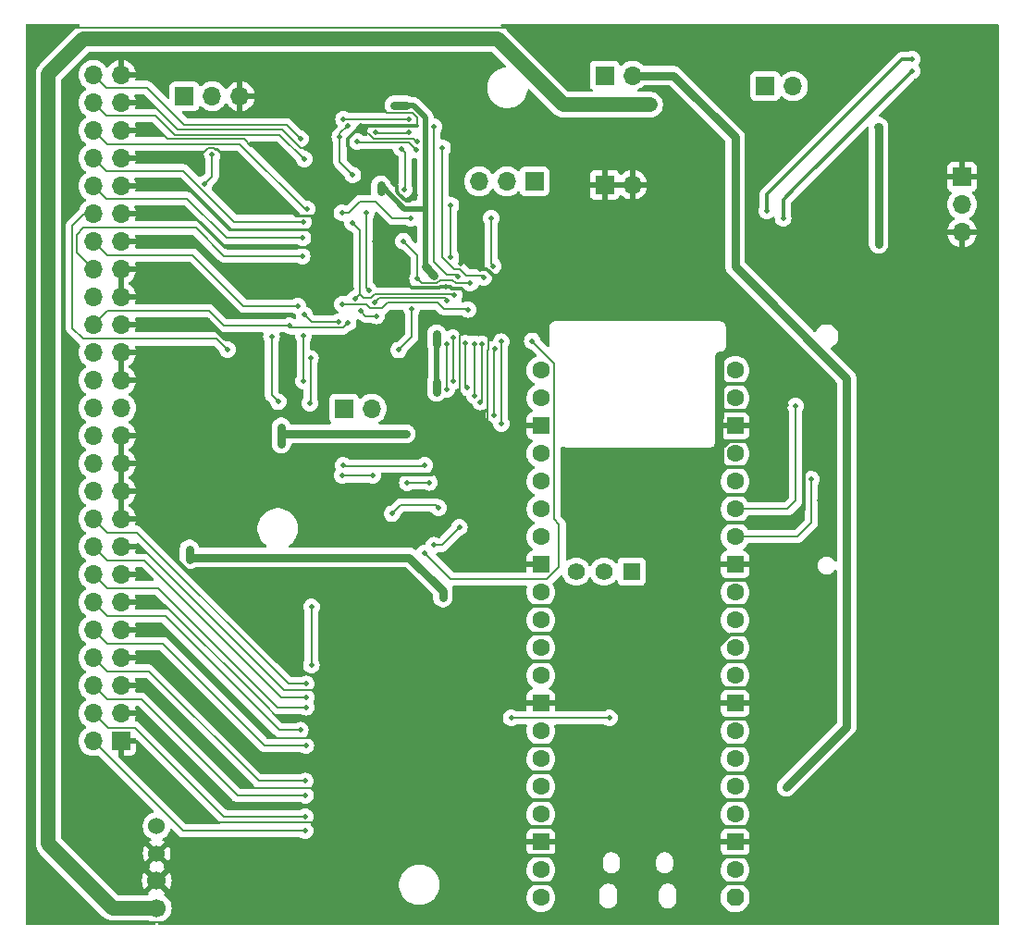
<source format=gbr>
%TF.GenerationSoftware,KiCad,Pcbnew,8.0.4-8.0.4-0~ubuntu22.04.1*%
%TF.CreationDate,2024-07-18T12:52:15-06:00*%
%TF.ProjectId,Desktop_50_Pin_TopConn,4465736b-746f-4705-9f35-305f50696e5f,rev?*%
%TF.SameCoordinates,Original*%
%TF.FileFunction,Copper,L2,Bot*%
%TF.FilePolarity,Positive*%
%FSLAX46Y46*%
G04 Gerber Fmt 4.6, Leading zero omitted, Abs format (unit mm)*
G04 Created by KiCad (PCBNEW 8.0.4-8.0.4-0~ubuntu22.04.1) date 2024-07-18 12:52:15*
%MOMM*%
%LPD*%
G01*
G04 APERTURE LIST*
G04 Aperture macros list*
%AMRoundRect*
0 Rectangle with rounded corners*
0 $1 Rounding radius*
0 $2 $3 $4 $5 $6 $7 $8 $9 X,Y pos of 4 corners*
0 Add a 4 corners polygon primitive as box body*
4,1,4,$2,$3,$4,$5,$6,$7,$8,$9,$2,$3,0*
0 Add four circle primitives for the rounded corners*
1,1,$1+$1,$2,$3*
1,1,$1+$1,$4,$5*
1,1,$1+$1,$6,$7*
1,1,$1+$1,$8,$9*
0 Add four rect primitives between the rounded corners*
20,1,$1+$1,$2,$3,$4,$5,0*
20,1,$1+$1,$4,$5,$6,$7,0*
20,1,$1+$1,$6,$7,$8,$9,0*
20,1,$1+$1,$8,$9,$2,$3,0*%
%AMFreePoly0*
4,1,26,0.335306,0.780194,0.389950,0.741421,0.741421,0.389950,0.788777,0.314585,0.800000,0.248529,0.800000,-0.248529,0.780194,-0.335306,0.741421,-0.389950,0.389950,-0.741421,0.314585,-0.788777,0.248529,-0.800000,0.000000,-0.800000,-0.248529,-0.800000,-0.335306,-0.780194,-0.389950,-0.741421,-0.741421,-0.389950,-0.788777,-0.314585,-0.800000,-0.248529,-0.800000,0.248529,-0.780194,0.335306,
-0.741421,0.389950,-0.389950,0.741421,-0.314585,0.788777,-0.248529,0.800000,0.248529,0.800000,0.335306,0.780194,0.335306,0.780194,$1*%
G04 Aperture macros list end*
%TA.AperFunction,ComponentPad*%
%ADD10C,1.700000*%
%TD*%
%TA.AperFunction,ComponentPad*%
%ADD11C,1.524000*%
%TD*%
%TA.AperFunction,ComponentPad*%
%ADD12R,1.700000X1.700000*%
%TD*%
%TA.AperFunction,ComponentPad*%
%ADD13O,1.700000X1.700000*%
%TD*%
%TA.AperFunction,ComponentPad*%
%ADD14FreePoly0,180.000000*%
%TD*%
%TA.AperFunction,ComponentPad*%
%ADD15C,1.600000*%
%TD*%
%TA.AperFunction,ComponentPad*%
%ADD16RoundRect,0.200000X0.600000X0.600000X-0.600000X0.600000X-0.600000X-0.600000X0.600000X-0.600000X0*%
%TD*%
%TA.AperFunction,ComponentPad*%
%ADD17R,1.574800X1.574800*%
%TD*%
%TA.AperFunction,ComponentPad*%
%ADD18C,1.574800*%
%TD*%
%TA.AperFunction,ViaPad*%
%ADD19C,0.500000*%
%TD*%
%TA.AperFunction,ViaPad*%
%ADD20C,0.600000*%
%TD*%
%TA.AperFunction,Conductor*%
%ADD21C,0.330000*%
%TD*%
%TA.AperFunction,Conductor*%
%ADD22C,0.500000*%
%TD*%
%TA.AperFunction,Conductor*%
%ADD23C,0.200000*%
%TD*%
%TA.AperFunction,Conductor*%
%ADD24C,0.400000*%
%TD*%
%TA.AperFunction,Conductor*%
%ADD25C,0.250000*%
%TD*%
%TA.AperFunction,Conductor*%
%ADD26C,0.150000*%
%TD*%
%TA.AperFunction,Conductor*%
%ADD27C,0.750000*%
%TD*%
%TA.AperFunction,Conductor*%
%ADD28C,1.330000*%
%TD*%
G04 APERTURE END LIST*
D10*
%TO.P,J3,1,5V*%
%TO.N,Net-(D2-Pad2)*%
X112062500Y-144765400D03*
%TO.P,J3,2,GND*%
%TO.N,GND*%
X112062500Y-142265400D03*
D11*
%TO.P,J3,3,GND*%
X112062500Y-139765400D03*
%TO.P,J3,4,12V*%
%TO.N,unconnected-(J3-Pad4)*%
X112062500Y-137265400D03*
%TD*%
D12*
%TO.P,J1,1,Pin_1*%
%TO.N,unconnected-(J1-Pad1)*%
X114604800Y-70459600D03*
D13*
%TO.P,J1,2,Pin_2*%
%TO.N,TRM_ON_J*%
X117144800Y-70459600D03*
%TO.P,J1,3,Pin_3*%
%TO.N,GND*%
X119684800Y-70459600D03*
%TD*%
D12*
%TO.P,J2,1,Pin_1*%
%TO.N,GND*%
X108813600Y-129484200D03*
D13*
%TO.P,J2,2,Pin_2*%
%TO.N,DB0*%
X106273600Y-129484200D03*
%TO.P,J2,3,Pin_3*%
%TO.N,GND*%
X108813600Y-126944200D03*
%TO.P,J2,4,Pin_4*%
%TO.N,DB1*%
X106273600Y-126944200D03*
%TO.P,J2,5,Pin_5*%
%TO.N,GND*%
X108813600Y-124404200D03*
%TO.P,J2,6,Pin_6*%
%TO.N,DB2*%
X106273600Y-124404200D03*
%TO.P,J2,7,Pin_7*%
%TO.N,GND*%
X108813600Y-121864200D03*
%TO.P,J2,8,Pin_8*%
%TO.N,DB3*%
X106273600Y-121864200D03*
%TO.P,J2,9,Pin_9*%
%TO.N,GND*%
X108813600Y-119324200D03*
%TO.P,J2,10,Pin_10*%
%TO.N,DB4*%
X106273600Y-119324200D03*
%TO.P,J2,11,Pin_11*%
%TO.N,GND*%
X108813600Y-116784200D03*
%TO.P,J2,12,Pin_12*%
%TO.N,DB5*%
X106273600Y-116784200D03*
%TO.P,J2,13,Pin_13*%
%TO.N,GND*%
X108813600Y-114244200D03*
%TO.P,J2,14,Pin_14*%
%TO.N,DB6*%
X106273600Y-114244200D03*
%TO.P,J2,15,Pin_15*%
%TO.N,GND*%
X108813600Y-111704200D03*
%TO.P,J2,16,Pin_16*%
%TO.N,DB7*%
X106273600Y-111704200D03*
%TO.P,J2,17,Pin_17*%
%TO.N,GND*%
X108813600Y-109164200D03*
%TO.P,J2,18,Pin_18*%
%TO.N,DBP*%
X106273600Y-109164200D03*
%TO.P,J2,19,Pin_19*%
%TO.N,GND*%
X108813600Y-106624200D03*
%TO.P,J2,20,Pin_20*%
%TO.N,unconnected-(J2-Pad20)*%
X106273600Y-106624200D03*
%TO.P,J2,21,Pin_21*%
%TO.N,GND*%
X108813600Y-104084200D03*
%TO.P,J2,22,Pin_22*%
%TO.N,unconnected-(J2-Pad22)*%
X106273600Y-104084200D03*
%TO.P,J2,23,Pin_23*%
%TO.N,GND*%
X108813600Y-101544200D03*
%TO.P,J2,24,Pin_24*%
%TO.N,unconnected-(J2-Pad24)*%
X106273600Y-101544200D03*
%TO.P,J2,25,Pin_25*%
%TO.N,unconnected-(J2-Pad25)*%
X108813600Y-99004200D03*
%TO.P,J2,26,Pin_26*%
%TO.N,+5V*%
X106273600Y-99004200D03*
%TO.P,J2,27,Pin_27*%
%TO.N,GND*%
X108813600Y-96464200D03*
%TO.P,J2,28,Pin_28*%
%TO.N,unconnected-(J2-Pad28)*%
X106273600Y-96464200D03*
%TO.P,J2,29,Pin_29*%
%TO.N,GND*%
X108813600Y-93924200D03*
%TO.P,J2,30,Pin_30*%
%TO.N,unconnected-(J2-Pad30)*%
X106273600Y-93924200D03*
%TO.P,J2,31,Pin_31*%
%TO.N,GND*%
X108813600Y-91384200D03*
%TO.P,J2,32,Pin_32*%
%TO.N,ATN*%
X106273600Y-91384200D03*
%TO.P,J2,33,Pin_33*%
%TO.N,GND*%
X108813600Y-88844200D03*
%TO.P,J2,34,Pin_34*%
%TO.N,unconnected-(J2-Pad34)*%
X106273600Y-88844200D03*
%TO.P,J2,35,Pin_35*%
%TO.N,GND*%
X108813600Y-86304200D03*
%TO.P,J2,36,Pin_36*%
%TO.N,BSY*%
X106273600Y-86304200D03*
%TO.P,J2,37,Pin_37*%
%TO.N,GND*%
X108813600Y-83764200D03*
%TO.P,J2,38,Pin_38*%
%TO.N,ACK*%
X106273600Y-83764200D03*
%TO.P,J2,39,Pin_39*%
%TO.N,GND*%
X108813600Y-81224200D03*
%TO.P,J2,40,Pin_40*%
%TO.N,RST*%
X106273600Y-81224200D03*
%TO.P,J2,41,Pin_41*%
%TO.N,GND*%
X108813600Y-78684200D03*
%TO.P,J2,42,Pin_42*%
%TO.N,MSG*%
X106273600Y-78684200D03*
%TO.P,J2,43,Pin_43*%
%TO.N,GND*%
X108813600Y-76144200D03*
%TO.P,J2,44,Pin_44*%
%TO.N,SEL*%
X106273600Y-76144200D03*
%TO.P,J2,45,Pin_45*%
%TO.N,GND*%
X108813600Y-73604200D03*
%TO.P,J2,46,Pin_46*%
%TO.N,CD*%
X106273600Y-73604200D03*
%TO.P,J2,47,Pin_47*%
%TO.N,GND*%
X108813600Y-71064200D03*
%TO.P,J2,48,Pin_48*%
%TO.N,REQ*%
X106273600Y-71064200D03*
%TO.P,J2,49,Pin_49*%
%TO.N,GND*%
X108813600Y-68524200D03*
%TO.P,J2,50,Pin_50*%
%TO.N,IO*%
X106273600Y-68524200D03*
%TD*%
D12*
%TO.P,J5,1,Pin_1*%
%TO.N,GND*%
X185775600Y-77851000D03*
D13*
%TO.P,J5,2,Pin_2*%
%TO.N,Net-(J5-Pad2)*%
X185775600Y-80391000D03*
%TO.P,J5,3,Pin_3*%
%TO.N,GND*%
X185775600Y-82931000D03*
%TD*%
D12*
%TO.P,J11,1,Pin_1*%
%TO.N,ACK*%
X129209800Y-99060000D03*
D13*
%TO.P,J11,2,Pin_2*%
%TO.N,ACKDr*%
X131749800Y-99060000D03*
%TD*%
D12*
%TO.P,J9,1,Pin_1*%
%TO.N,GND*%
X153060400Y-78580000D03*
D13*
%TO.P,J9,2,Pin_2*%
X155600400Y-78580000D03*
%TD*%
D12*
%TO.P,J8,1,Pin_1*%
%TO.N,Net-(C7-Pad1)*%
X153060400Y-68580000D03*
D13*
%TO.P,J8,2,Pin_2*%
%TO.N,+5VP*%
X155600400Y-68580000D03*
%TD*%
D12*
%TO.P,J7,1,Pin_1*%
%TO.N,+5V*%
X167767000Y-69545200D03*
D13*
%TO.P,J7,2,Pin_2*%
%TO.N,Net-(F3-Pad2)*%
X170307000Y-69545200D03*
%TD*%
D12*
%TO.P,J10,1,Pin_1*%
%TO.N,Net-(J10-Pad1)*%
X146634200Y-78257400D03*
D13*
%TO.P,J10,2,Pin_2*%
%TO.N,oCD_iSEL*%
X144094200Y-78257400D03*
%TO.P,J10,3,Pin_3*%
%TO.N,Net-(J10-Pad3)*%
X141554200Y-78257400D03*
%TD*%
D14*
%TO.P,RP1,1,G0*%
%TO.N,Net-(R42-Pad1)*%
X165005938Y-143810800D03*
D15*
%TO.P,RP1,2,G1*%
%TO.N,Net-(R19-Pad1)*%
X165005938Y-141270800D03*
D16*
%TO.P,RP1,3,GND*%
%TO.N,GND*%
X165005938Y-138730800D03*
D15*
%TO.P,RP1,4,G2*%
%TO.N,Net-(R18-Pad1)*%
X165005938Y-136190800D03*
%TO.P,RP1,5,G3*%
%TO.N,Net-(R17-Pad1)*%
X165005938Y-133650800D03*
%TO.P,RP1,6,G4*%
%TO.N,Net-(R16-Pad1)*%
X165005938Y-131110800D03*
%TO.P,RP1,7,G5*%
%TO.N,Net-(R15-Pad1)*%
X165005938Y-128570800D03*
D16*
%TO.P,RP1,8,GND*%
%TO.N,GND*%
X165005938Y-126030800D03*
D15*
%TO.P,RP1,9,G6*%
%TO.N,Net-(R14-Pad1)*%
X165005938Y-123490800D03*
%TO.P,RP1,10,G7*%
%TO.N,Net-(R13-Pad1)*%
X165005938Y-120950800D03*
%TO.P,RP1,11,G8*%
%TO.N,Net-(R12-Pad1)*%
X165005938Y-118410800D03*
%TO.P,RP1,12,G9*%
%TO.N,DBPTr*%
X165005938Y-115870800D03*
D16*
%TO.P,RP1,13,GND*%
%TO.N,GND*%
X165005938Y-113330800D03*
D15*
%TO.P,RP1,14,G10*%
%TO.N,SD_CLK*%
X165005938Y-110790800D03*
%TO.P,RP1,15,G11*%
%TO.N,SD_CMD_MOSI*%
X165005938Y-108250800D03*
%TO.P,RP1,16,G12*%
%TO.N,SD_D0_MISO*%
X165005938Y-105710800D03*
%TO.P,RP1,17,G13*%
%TO.N,SD_D1*%
X165005938Y-103170800D03*
D16*
%TO.P,RP1,18,GND*%
%TO.N,GND*%
X165005938Y-100630800D03*
D15*
%TO.P,RP1,19,G14*%
%TO.N,SD_D2*%
X165005938Y-98090800D03*
%TO.P,RP1,20,G15*%
%TO.N,SD_D3_CS*%
X165005938Y-95550800D03*
%TO.P,RP1,21,G16*%
%TO.N,SDA*%
X147225938Y-95550800D03*
%TO.P,RP1,22,G17*%
%TO.N,SCL*%
X147225938Y-98090800D03*
D16*
%TO.P,RP1,23,GND*%
%TO.N,GND*%
X147225938Y-100630800D03*
D15*
%TO.P,RP1,24,G18*%
%TO.N,oCD_iSEL*%
X147225938Y-103170800D03*
%TO.P,RP1,25,G19*%
%TO.N,oREQ*%
X147225938Y-105710800D03*
%TO.P,RP1,26,G20*%
%TO.N,oMSG_iBSY*%
X147225938Y-108250800D03*
%TO.P,RP1,27,G21*%
%TO.N,oSEL*%
X147225938Y-110790800D03*
D16*
%TO.P,RP1,28,GND*%
%TO.N,GND*%
X147225938Y-113330800D03*
D15*
%TO.P,RP1,29,G22*%
%TO.N,oIO*%
X147225938Y-115870800D03*
%TO.P,RP1,30,RUN*%
%TO.N,unconnected-(RP1-Pad30)*%
X147225938Y-118410800D03*
%TO.P,RP1,31,G26*%
%TO.N,oACK*%
X147225938Y-120950800D03*
%TO.P,RP1,32,G27*%
%TO.N,oBSY*%
X147225938Y-123490800D03*
D16*
%TO.P,RP1,33,A_GND*%
%TO.N,GND*%
X147225938Y-126030800D03*
D15*
%TO.P,RP1,34,G28*%
%TO.N,Net-(R61-Pad1)*%
X147225938Y-128570800D03*
%TO.P,RP1,35,ADC_VREF*%
%TO.N,unconnected-(RP1-Pad35)*%
X147225938Y-131110800D03*
%TO.P,RP1,36,3v3*%
%TO.N,+3V3*%
X147225938Y-133650800D03*
%TO.P,RP1,37,3v3_EN*%
%TO.N,unconnected-(RP1-Pad37)*%
X147225938Y-136190800D03*
D16*
%TO.P,RP1,38,GND*%
%TO.N,GND*%
X147225938Y-138730800D03*
D15*
%TO.P,RP1,39,VSYS*%
%TO.N,unconnected-(RP1-Pad39)*%
X147225938Y-141270800D03*
%TO.P,RP1,40,VBUS_5V*%
%TO.N,+5VP*%
X147225938Y-143810800D03*
D17*
%TO.P,RP1,41*%
%TO.N,N/C*%
X155531738Y-113980800D03*
D18*
%TO.P,RP1,42*%
X152991738Y-113980800D03*
%TO.P,RP1,43*%
X150451738Y-113980800D03*
%TD*%
D19*
%TO.N,GND*%
X129235200Y-85293200D03*
X169672000Y-98780600D03*
X130556000Y-102844600D03*
X142468600Y-100431600D03*
X125780800Y-79756000D03*
X115620800Y-87198200D03*
X184429400Y-70129400D03*
X125222000Y-73025000D03*
X139776200Y-97688400D03*
X129870200Y-88061800D03*
X149606000Y-90373200D03*
X149860000Y-144475200D03*
X129692400Y-70104000D03*
X140843000Y-126060200D03*
X133883400Y-76809600D03*
X135991600Y-97612200D03*
X124942600Y-98323400D03*
X138328400Y-74117200D03*
X119227600Y-78206600D03*
X142621000Y-127838200D03*
X149631400Y-103581200D03*
X134086600Y-131978400D03*
X139979400Y-92151200D03*
X173126400Y-105689400D03*
X115087400Y-81610200D03*
X172389800Y-100888800D03*
X115925600Y-91338400D03*
X171043600Y-120065800D03*
X137998200Y-119202200D03*
X131165600Y-138836400D03*
X127406400Y-86918800D03*
X149098000Y-128727200D03*
X130327400Y-106095800D03*
X126288800Y-77012800D03*
X139369800Y-111734600D03*
X135331200Y-123164600D03*
X131648200Y-144754600D03*
X172415200Y-99009200D03*
X124231400Y-92557600D03*
X139877800Y-85750400D03*
X127050800Y-95097600D03*
X135763000Y-79527400D03*
X135483600Y-132613400D03*
X118694200Y-97409000D03*
X134772400Y-131343400D03*
X160045400Y-73812400D03*
X127609600Y-94005400D03*
X132511800Y-108407200D03*
X124485400Y-95986600D03*
X112115600Y-78689200D03*
X172999400Y-109169200D03*
X121488200Y-97332800D03*
X124383800Y-122123200D03*
X125984000Y-139039600D03*
X135509000Y-83185000D03*
X138531600Y-87934800D03*
X160858200Y-67462400D03*
X126111000Y-132283200D03*
X142392400Y-92278200D03*
X127863600Y-117424200D03*
X135864600Y-74650600D03*
X177596800Y-116382800D03*
X129032000Y-128346200D03*
X130759200Y-73177400D03*
X125552200Y-105689400D03*
X115620800Y-84074000D03*
X179933600Y-73456800D03*
X131978400Y-83718400D03*
X127584200Y-107315000D03*
X120700800Y-92659200D03*
X142621000Y-145567400D03*
X129209800Y-119481600D03*
X116255800Y-103886000D03*
X172720000Y-107492800D03*
X141681200Y-86309200D03*
X169392600Y-67818000D03*
X116560600Y-123240800D03*
X121310400Y-80619600D03*
X119278400Y-102108000D03*
X137439400Y-104902000D03*
X127177800Y-130251200D03*
%TO.N,+2V8*%
X123469354Y-100863354D03*
X137693400Y-92506800D03*
X133531700Y-101367500D03*
X137693400Y-93167200D03*
X134166700Y-101367500D03*
X137693400Y-96647000D03*
X132562600Y-78613000D03*
X137426700Y-86906100D03*
X136906000Y-86385400D03*
X132562600Y-79171800D03*
X123469047Y-101549553D03*
X123468742Y-102228595D03*
X133819900Y-71285100D03*
X134852500Y-101367500D03*
X137693400Y-97282000D03*
X134467600Y-71297800D03*
%TO.N,oIO*%
X141122400Y-97866200D03*
X135153400Y-72567800D03*
X129159000Y-72567800D03*
X137439400Y-73253600D03*
X139623800Y-86969600D03*
X141122400Y-93116400D03*
%TO.N,oREQ*%
X142011400Y-87045800D03*
X143034402Y-93573600D03*
X130403600Y-74599800D03*
X138226800Y-75209400D03*
X135788400Y-75387200D03*
X142951200Y-99695000D03*
%TO.N,oSEL*%
X140766800Y-87579200D03*
X141833600Y-93141800D03*
X134640800Y-83723000D03*
X141694591Y-98450400D03*
X135940800Y-87172800D03*
%TO.N,oBSY*%
X137439400Y-111556800D03*
X139759556Y-109933100D03*
X130011944Y-77687704D03*
X129540000Y-73177400D03*
X139182700Y-92583000D03*
X139182700Y-96568759D03*
X128828800Y-74168000D03*
X130200400Y-89001600D03*
X129997200Y-82067400D03*
X129133600Y-104267000D03*
X139319000Y-88696800D03*
X136601200Y-104241600D03*
%TO.N,SD_CLK*%
X171983400Y-105537000D03*
%TO.N,oCD_iSEL*%
X135305800Y-81635600D03*
X142849600Y-86004400D03*
X129006600Y-81127600D03*
X143583902Y-92940898D03*
X143583902Y-100418077D03*
X142671800Y-81610200D03*
%TO.N,ATN*%
X124206000Y-91465400D03*
X129590800Y-91211400D03*
%TO.N,BSY*%
X126136400Y-94462600D03*
X129032000Y-105181400D03*
X125374400Y-85090000D03*
X126060200Y-98552000D03*
X131826000Y-105206800D03*
%TO.N,DBP*%
X125742700Y-124269500D03*
%TO.N,ACK*%
X124989220Y-89666180D03*
X125499856Y-96564473D03*
X125499856Y-92381344D03*
%TO.N,RST*%
X118529100Y-93662500D03*
X125552200Y-90449400D03*
X128676400Y-91109800D03*
%TO.N,MSG*%
X130708400Y-90144600D03*
X125437900Y-83426300D03*
X132156200Y-90576400D03*
%TO.N,SEL*%
X125488700Y-81953100D03*
%TO.N,CD*%
X125806200Y-80772000D03*
%TO.N,REQ*%
X125552200Y-76225400D03*
%TO.N,IO*%
X125222000Y-74371200D03*
%TO.N,DB7*%
X125755400Y-125476000D03*
%TO.N,DB6*%
X125755400Y-126390400D03*
%TO.N,DB5*%
X125196600Y-128498600D03*
%TO.N,DB4*%
X125704600Y-129921000D03*
%TO.N,DB3*%
X125672200Y-133153800D03*
%TO.N,DB2*%
X125693000Y-134453800D03*
%TO.N,DB1*%
X125648000Y-136403800D03*
%TO.N,DB0*%
X125643400Y-137703800D03*
%TO.N,+3V3*%
X178130200Y-82600800D03*
X178104800Y-74726800D03*
X178130200Y-83972400D03*
X178130200Y-83286600D03*
X178104800Y-73228200D03*
X178104800Y-73990200D03*
%TO.N,+5VP*%
X169697400Y-133705600D03*
X170332400Y-133070600D03*
X171043600Y-132359400D03*
%TO.N,oMSG_iBSY*%
X140572900Y-89992200D03*
X140503900Y-97155000D03*
X129067127Y-89484200D03*
X140335000Y-93091000D03*
%TO.N,+5F*%
X128092200Y-112674400D03*
X115036600Y-112572800D03*
X127330200Y-112674400D03*
X115036600Y-111937800D03*
X138248300Y-115726300D03*
X138248300Y-116361300D03*
%TO.N,SD_CMD_MOSI*%
X170535600Y-98831400D03*
%TO.N,DBPTr*%
X153492200Y-127381000D03*
X144500600Y-127381000D03*
D20*
%TO.N,Net-(D2-Pad2)*%
X156616400Y-71247000D03*
X157454600Y-71247000D03*
X155803600Y-71247000D03*
D19*
%TO.N,iRST*%
X135407400Y-89966800D03*
X134213600Y-93700600D03*
%TO.N,SCL*%
X181230400Y-67080000D03*
X167894000Y-80975200D03*
%TO.N,iSEL*%
X138988800Y-85191600D03*
X138988800Y-80441800D03*
%TO.N,TRM_ON_J*%
X122567700Y-92468700D03*
X117144800Y-75819000D03*
X116459000Y-78486000D03*
X126212600Y-122555000D03*
X126238000Y-117221000D03*
X123185062Y-98438995D03*
%TO.N,Net-(JP1-Pad1)*%
X136588500Y-112280700D03*
X146436506Y-92861781D03*
%TO.N,iBSY*%
X137007600Y-105816400D03*
X135006800Y-105861400D03*
%TO.N,iIO*%
X132080000Y-73796811D03*
X135128000Y-73796811D03*
%TO.N,SDA*%
X181229000Y-68148200D03*
X169392600Y-81661000D03*
%TO.N,!oBSY*%
X132029200Y-89331800D03*
X138633200Y-89179400D03*
X134476500Y-75263700D03*
X131267200Y-81153000D03*
X137871200Y-108153200D03*
X138633200Y-93167200D03*
X131483100Y-88226900D03*
X138633200Y-97282000D03*
X134717282Y-78999899D03*
X133604000Y-108686600D03*
%TD*%
D21*
%TO.N,GND*%
X167055800Y-127431800D02*
X167055800Y-124663200D01*
D22*
X118364000Y-92659200D02*
X117043200Y-91338400D01*
D23*
X100960000Y-67740000D02*
X100960000Y-140860000D01*
D21*
X163841427Y-96810827D02*
X163841427Y-94601027D01*
X137439400Y-104902000D02*
X137261600Y-105079800D01*
X163728400Y-102108000D02*
X163728400Y-102387400D01*
X167055800Y-129895600D02*
X167055800Y-127431800D01*
X163804600Y-99949000D02*
X163728400Y-99872800D01*
X149174200Y-119684800D02*
X146354800Y-119684800D01*
D24*
X149860000Y-137363200D02*
X149860000Y-134924800D01*
D25*
X115595400Y-81610200D02*
X115976400Y-81991200D01*
X119227600Y-78206600D02*
X119227600Y-76911200D01*
D23*
X135468462Y-72009000D02*
X133070600Y-72009000D01*
D21*
X149174200Y-122224800D02*
X146253200Y-122224800D01*
X135255000Y-80035400D02*
X134975600Y-80035400D01*
D25*
X115976400Y-81991200D02*
X118262400Y-84277200D01*
D21*
X167055800Y-134924800D02*
X167055800Y-133527800D01*
X149860000Y-137363200D02*
X146151600Y-137363200D01*
X163728400Y-102108000D02*
X163830111Y-102006289D01*
D23*
X131978400Y-83718400D02*
X131978400Y-84886800D01*
X139776200Y-92354400D02*
X139979400Y-92151200D01*
X129032000Y-128346200D02*
X126822200Y-126136400D01*
X142316200Y-93726796D02*
X142392400Y-93650596D01*
D24*
X149860000Y-142519400D02*
X149860000Y-140004800D01*
D21*
X146380200Y-132334000D02*
X146329400Y-132384800D01*
X167055800Y-140081000D02*
X167055800Y-142519400D01*
X165005938Y-138730800D02*
X166450200Y-138730800D01*
X138531600Y-87934800D02*
X138912600Y-87934800D01*
X163841427Y-94601027D02*
X163728400Y-94488000D01*
X167005000Y-102768400D02*
X167005000Y-104444800D01*
X166624000Y-106984800D02*
X163855400Y-106984800D01*
D23*
X126542800Y-129286000D02*
X126441200Y-129184400D01*
X117522311Y-136953311D02*
X126437711Y-136953311D01*
D21*
X166450200Y-138730800D02*
X166852600Y-138328400D01*
D23*
X109728000Y-131724400D02*
X114935000Y-136931400D01*
X157605800Y-64210000D02*
X142530000Y-64210000D01*
D21*
X149174200Y-125780800D02*
X149174200Y-122224800D01*
X167055800Y-124663200D02*
X167055800Y-122199400D01*
X163271089Y-114706289D02*
X162636200Y-114071400D01*
D26*
X131881086Y-74339669D02*
X130759200Y-73217783D01*
D21*
X137261600Y-105079800D02*
X134518400Y-105079800D01*
D23*
X129032000Y-128346200D02*
X128117600Y-127431800D01*
D21*
X163830111Y-102666689D02*
X163830111Y-104013111D01*
X167055800Y-122199400D02*
X163906200Y-122199400D01*
X130759200Y-73177400D02*
X129590800Y-74345800D01*
X167055800Y-114706400D02*
X167055689Y-114706289D01*
D25*
X118084600Y-75768200D02*
X117569320Y-75252920D01*
D23*
X108813600Y-71064200D02*
X111526400Y-71064200D01*
D21*
X149860000Y-140004800D02*
X145948400Y-140004800D01*
X135378040Y-88007040D02*
X137911206Y-88007040D01*
X164490511Y-102006289D02*
X163830111Y-102666689D01*
D26*
X135553669Y-74339669D02*
X131881086Y-74339669D01*
D24*
X149860000Y-129870200D02*
X149860000Y-129489200D01*
D21*
X163220400Y-140081000D02*
X163169600Y-140131800D01*
X148924200Y-126030800D02*
X149174200Y-125780800D01*
D23*
X112090200Y-71628000D02*
X113995200Y-73533000D01*
D21*
X167055800Y-117144800D02*
X163906200Y-117144800D01*
X167055800Y-129895600D02*
X164109400Y-129895600D01*
D23*
X123240800Y-127431800D02*
X121843800Y-126034800D01*
D25*
X126619000Y-81661000D02*
X126336589Y-81378589D01*
D24*
X149860000Y-132334000D02*
X149860000Y-129870200D01*
D21*
X130764111Y-73182311D02*
X135885089Y-73182311D01*
X167055800Y-127431800D02*
X167030289Y-127406289D01*
D23*
X106210000Y-146110000D02*
X113120000Y-146110000D01*
D21*
X167055800Y-134924800D02*
X163931600Y-134924800D01*
X167055800Y-140081000D02*
X163220400Y-140081000D01*
D23*
X121843800Y-126034800D02*
X112826800Y-117017800D01*
D21*
X170078400Y-109499400D02*
X171297600Y-108280200D01*
X163931600Y-104444800D02*
X163906200Y-104419400D01*
D23*
X128117600Y-127431800D02*
X124079000Y-127431800D01*
D21*
X135255000Y-80035400D02*
X134854062Y-80035400D01*
X163830111Y-102006289D02*
X163830111Y-102666689D01*
D23*
X112263000Y-73604200D02*
X113055400Y-74396600D01*
D21*
X163017200Y-109499400D02*
X170078400Y-109499400D01*
D23*
X117366202Y-75227920D02*
X116745280Y-75227920D01*
X126466600Y-133807200D02*
X119811800Y-133807200D01*
X123139200Y-124256800D02*
X110667800Y-111785400D01*
D21*
X167005000Y-104444800D02*
X163931600Y-104444800D01*
D23*
X131978400Y-84886800D02*
X134594600Y-87503000D01*
D25*
X117525800Y-75252920D02*
X117391202Y-75252920D01*
D21*
X167055800Y-117144800D02*
X167055800Y-114706400D01*
X167005000Y-102768400D02*
X167005000Y-99288600D01*
D23*
X108813600Y-73604200D02*
X112263000Y-73604200D01*
D21*
X166242889Y-102006289D02*
X166370000Y-102133400D01*
X163906200Y-117144800D02*
X163855400Y-117094000D01*
D23*
X110667800Y-111785400D02*
X110210600Y-111785400D01*
D21*
X167005000Y-104444800D02*
X167005000Y-106603800D01*
D23*
X123723400Y-124841000D02*
X123139200Y-124256800D01*
D21*
X163677711Y-127406289D02*
X163626800Y-127457200D01*
D23*
X126822200Y-133451600D02*
X126466600Y-133807200D01*
D21*
X166370000Y-102133400D02*
X167005000Y-102768400D01*
D25*
X124837989Y-81378589D02*
X124587000Y-81127600D01*
D23*
X100960000Y-140860000D02*
X101930000Y-141830000D01*
X160858200Y-67462400D02*
X157605800Y-64210000D01*
X125323600Y-124841000D02*
X123723400Y-124841000D01*
D25*
X115087400Y-81610200D02*
X115595400Y-81610200D01*
D21*
X167055800Y-137312400D02*
X167055800Y-134924800D01*
D23*
X135885089Y-72425627D02*
X135468462Y-72009000D01*
D21*
X164109400Y-129895600D02*
X164084000Y-129870200D01*
X166508427Y-96810827D02*
X163841427Y-96810827D01*
X146253200Y-122224800D02*
X146202400Y-122275600D01*
X146354800Y-119684800D02*
X146304000Y-119634000D01*
D23*
X126669800Y-124841000D02*
X125323600Y-124841000D01*
D22*
X116687600Y-90982800D02*
X116179600Y-90982800D01*
D21*
X149174200Y-122224800D02*
X149174200Y-119684800D01*
D23*
X113055400Y-74396600D02*
X120065800Y-74396600D01*
D21*
X147225938Y-126030800D02*
X148924200Y-126030800D01*
X139954000Y-88061800D02*
X140309600Y-88417400D01*
D23*
X126822200Y-132994400D02*
X126822200Y-133426200D01*
D26*
X135864600Y-74650600D02*
X135553669Y-74339669D01*
D21*
X149860000Y-129870200D02*
X146202400Y-129870200D01*
X163872911Y-137355311D02*
X163830000Y-137312400D01*
X149174200Y-118135400D02*
X148209000Y-117170200D01*
X166852600Y-138328400D02*
X167055800Y-138125200D01*
X163728400Y-99872800D02*
X163841427Y-99759773D01*
X142285349Y-86309200D02*
X142976600Y-87000451D01*
X167055800Y-132410200D02*
X163779200Y-132410200D01*
D23*
X104490000Y-64210000D02*
X100960000Y-67740000D01*
D25*
X126619000Y-82677000D02*
X124663200Y-82677000D01*
D21*
X167030289Y-127406289D02*
X163677711Y-127406289D01*
D23*
X123977400Y-73939400D02*
X125272800Y-75234800D01*
D21*
X138912600Y-87934800D02*
X139039600Y-88061800D01*
X167005000Y-106603800D02*
X166624000Y-106984800D01*
D23*
X119811800Y-133807200D02*
X119710200Y-133705600D01*
D24*
X149860000Y-144475200D02*
X149860000Y-142519400D01*
D21*
X167055800Y-111963200D02*
X167005000Y-111912400D01*
X167055800Y-119710200D02*
X164566600Y-119710200D01*
X163779200Y-132410200D02*
X163753800Y-132384800D01*
D25*
X117569320Y-75252920D02*
X117525800Y-75252920D01*
D21*
X167055800Y-142519400D02*
X167055800Y-143662400D01*
X163931600Y-134924800D02*
X163855400Y-134848600D01*
X167055689Y-114706289D02*
X163271089Y-114706289D01*
X167055800Y-119710200D02*
X167055800Y-117144800D01*
D24*
X123037600Y-122123200D02*
X113919000Y-113004600D01*
D21*
X167055800Y-133527800D02*
X167055800Y-132410200D01*
X167012889Y-137355311D02*
X163872911Y-137355311D01*
X167055800Y-138125200D02*
X167055800Y-140081000D01*
X167005000Y-99288600D02*
X163852854Y-99288600D01*
X163728400Y-100558600D02*
X163728400Y-102108000D01*
D25*
X119227600Y-76911200D02*
X118084600Y-75768200D01*
D23*
X133070600Y-72009000D02*
X132892800Y-71831200D01*
D21*
X139039600Y-88061800D02*
X139954000Y-88061800D01*
D23*
X108813600Y-129484200D02*
X108813600Y-130810000D01*
D21*
X163830111Y-104013111D02*
X163855400Y-104038400D01*
D24*
X124383800Y-122123200D02*
X123037600Y-122123200D01*
D21*
X137983446Y-87934800D02*
X138531600Y-87934800D01*
D23*
X126822200Y-126136400D02*
X126822200Y-124993400D01*
D21*
X145948400Y-140004800D02*
X145923000Y-139979400D01*
D24*
X149860000Y-134924800D02*
X149860000Y-132334000D01*
D22*
X120700800Y-92659200D02*
X118364000Y-92659200D01*
D21*
X162636200Y-114071400D02*
X162636200Y-109880400D01*
D23*
X112826800Y-117017800D02*
X112014000Y-117017800D01*
X126111000Y-132283200D02*
X126822200Y-132994400D01*
X124079000Y-127431800D02*
X123240800Y-127431800D01*
D25*
X126619000Y-82677000D02*
X126619000Y-81661000D01*
D23*
X126822200Y-124993400D02*
X126669800Y-124841000D01*
D21*
X134035800Y-79217138D02*
X134035800Y-78714600D01*
D23*
X139776200Y-97688400D02*
X139776200Y-92354400D01*
X142530000Y-64210000D02*
X104490000Y-64210000D01*
D21*
X130759200Y-73177400D02*
X130764111Y-73182311D01*
X171297600Y-108280200D02*
X171297600Y-104724200D01*
X167005000Y-97307400D02*
X166508427Y-96810827D01*
X149860000Y-132334000D02*
X146380200Y-132334000D01*
D26*
X130759200Y-73217783D02*
X130759200Y-73177400D01*
D21*
X164566600Y-119710200D02*
X163372800Y-120904000D01*
D23*
X115214400Y-73533000D02*
X123571000Y-73533000D01*
D21*
X141681200Y-86309200D02*
X142285349Y-86309200D01*
X131978400Y-84607400D02*
X135378040Y-88007040D01*
X146354800Y-134924800D02*
X146304000Y-134874000D01*
X165005938Y-100630800D02*
X163800600Y-100630800D01*
X167055800Y-142519400D02*
X164084000Y-142519400D01*
D25*
X126336589Y-81378589D02*
X124837989Y-81378589D01*
D23*
X123571000Y-73533000D02*
X123977400Y-73939400D01*
D21*
X167005000Y-99288600D02*
X167005000Y-97307400D01*
D23*
X142392400Y-93650596D02*
X142392400Y-92278200D01*
X126822200Y-133426200D02*
X126822200Y-133451600D01*
D21*
X134216331Y-79397669D02*
X134035800Y-79217138D01*
X163880800Y-124663200D02*
X163855400Y-124637800D01*
X148209000Y-117170200D02*
X148158200Y-117119400D01*
D23*
X135885089Y-73182311D02*
X135885089Y-72425627D01*
X127177800Y-129921000D02*
X126542800Y-129286000D01*
X101930000Y-141830000D02*
X106210000Y-146110000D01*
D21*
X134854062Y-80035400D02*
X134216331Y-79397669D01*
X167055800Y-124663200D02*
X163880800Y-124663200D01*
X167055800Y-137312400D02*
X167012889Y-137355311D01*
D23*
X126437711Y-136953311D02*
X126517400Y-137033000D01*
X142468600Y-100431600D02*
X142316200Y-100279200D01*
X120065800Y-74396600D02*
X120700800Y-75031600D01*
D21*
X163841427Y-99277173D02*
X163841427Y-96810827D01*
X149860000Y-134924800D02*
X146354800Y-134924800D01*
D23*
X117500400Y-136931400D02*
X117522311Y-136953311D01*
D21*
X167055800Y-114706400D02*
X167055800Y-111963200D01*
D23*
X114935000Y-136931400D02*
X117500400Y-136931400D01*
X127177800Y-130251200D02*
X127177800Y-129921000D01*
X116745280Y-75227920D02*
X116179600Y-75793600D01*
D21*
X149174200Y-119684800D02*
X149174200Y-118135400D01*
X146202400Y-129870200D02*
X146177000Y-129895600D01*
X163841427Y-99759773D02*
X163841427Y-99277173D01*
X163800600Y-100630800D02*
X163728400Y-100558600D01*
X131978400Y-83718400D02*
X131978400Y-84607400D01*
X137911206Y-88007040D02*
X137983446Y-87934800D01*
D23*
X108813600Y-130810000D02*
X109728000Y-131724400D01*
D24*
X149860000Y-140004800D02*
X149860000Y-137363200D01*
D21*
X164617511Y-102006289D02*
X164490511Y-102006289D01*
D23*
X126441200Y-129184400D02*
X122605800Y-129184400D01*
D22*
X117043200Y-91338400D02*
X116687600Y-90982800D01*
D21*
X149860000Y-142519400D02*
X145948400Y-142519400D01*
X135763000Y-79527400D02*
X135255000Y-80035400D01*
X163906200Y-122199400D02*
X163855400Y-122250200D01*
X129590800Y-74345800D02*
X129590800Y-75031600D01*
D23*
X113995200Y-73533000D02*
X115214400Y-73533000D01*
D21*
X146151600Y-137363200D02*
X146126200Y-137388600D01*
X148158200Y-117119400D02*
X146227800Y-117119400D01*
D24*
X149860000Y-129489200D02*
X149098000Y-128727200D01*
D21*
X142976600Y-87000451D02*
X142976600Y-87096600D01*
X163830111Y-102006289D02*
X164617511Y-102006289D01*
X163852854Y-99288600D02*
X163841427Y-99277173D01*
D23*
X111526400Y-71064200D02*
X112090200Y-71628000D01*
X142316200Y-100279200D02*
X142316200Y-93726796D01*
D21*
X167055800Y-122199400D02*
X167055800Y-119710200D01*
X164617511Y-102006289D02*
X166242889Y-102006289D01*
X162636200Y-109880400D02*
X163017200Y-109499400D01*
X167055800Y-132410200D02*
X167055800Y-129895600D01*
D23*
X117391202Y-75252920D02*
X117366202Y-75227920D01*
D25*
X118262400Y-84277200D02*
X125933200Y-84277200D01*
D21*
X167055800Y-138125200D02*
X167055800Y-137312400D01*
D25*
X129235200Y-85293200D02*
X126619000Y-82677000D01*
D21*
X163728400Y-99872800D02*
X163728400Y-100558600D01*
D23*
X125272800Y-75234800D02*
X125755400Y-75234800D01*
D22*
%TO.N,+2V8*%
X134899400Y-71297800D02*
X135534400Y-71297800D01*
D27*
X123651100Y-101367500D02*
X123469047Y-101549553D01*
X134852500Y-101367500D02*
X123651100Y-101367500D01*
X123468742Y-102228595D02*
X123469400Y-102285800D01*
D22*
X136626600Y-86055200D02*
X137464800Y-86893400D01*
X136626600Y-80441800D02*
X136626600Y-80695800D01*
D27*
X123469047Y-101549553D02*
X123468742Y-102228595D01*
D22*
X136626600Y-80441800D02*
X136626600Y-86055200D01*
D27*
X137693400Y-96647000D02*
X137693400Y-97536000D01*
D22*
X134747000Y-80797400D02*
X132562600Y-78613000D01*
D27*
X132562600Y-78613000D02*
X132562600Y-79171800D01*
X123469354Y-100863354D02*
X123469047Y-101549553D01*
X137693400Y-93167200D02*
X137693400Y-92227400D01*
D22*
X136626600Y-72390000D02*
X136626600Y-80441800D01*
X136626600Y-80695800D02*
X136525000Y-80797400D01*
X137693400Y-92506800D02*
X137693400Y-96647000D01*
D27*
X133832600Y-71297800D02*
X134899400Y-71297800D01*
X136626600Y-86055200D02*
X137439400Y-86868000D01*
D22*
X135534400Y-71297800D02*
X136626600Y-72390000D01*
X136525000Y-80797400D02*
X134747000Y-80797400D01*
D27*
X133819900Y-71285100D02*
X133832600Y-71297800D01*
X123469400Y-100761800D02*
X123469354Y-100863354D01*
D23*
%TO.N,oIO*%
X138582400Y-86791800D02*
X137439400Y-85648800D01*
X139623800Y-86969600D02*
X139446000Y-86791800D01*
X137439400Y-85648800D02*
X137439400Y-73253600D01*
X141122400Y-97866200D02*
X141122400Y-93116400D01*
X139446000Y-86791800D02*
X138582400Y-86791800D01*
X129159000Y-72567800D02*
X135153400Y-72567800D01*
X141122400Y-97866200D02*
X141122400Y-97739200D01*
%TO.N,oREQ*%
X142951200Y-99695000D02*
X142951200Y-99669600D01*
X130517989Y-74714189D02*
X130403600Y-74599800D01*
X138201400Y-85181327D02*
X139319984Y-86299911D01*
X135138484Y-74714189D02*
X130517989Y-74714189D01*
X141859000Y-86893400D02*
X142011400Y-87045800D01*
X135788400Y-75364105D02*
X135138484Y-74714189D01*
X139817711Y-86299911D02*
X140411200Y-86893400D01*
X139319984Y-86299911D02*
X139817711Y-86299911D01*
X135788400Y-75387200D02*
X135788400Y-75364105D01*
X143034402Y-93573600D02*
X142951200Y-93656802D01*
X142951200Y-93656802D02*
X142951200Y-99695000D01*
X140411200Y-86893400D02*
X141859000Y-86893400D01*
X138201400Y-75234800D02*
X138201400Y-85181327D01*
X138226800Y-75209400D02*
X138201400Y-75234800D01*
%TO.N,oSEL*%
X135940800Y-85023000D02*
X134640800Y-83723000D01*
X141833600Y-93141800D02*
X141833600Y-98311391D01*
X139151473Y-87274400D02*
X139456273Y-87579200D01*
X139456273Y-87579200D02*
X140766800Y-87579200D01*
X135940800Y-87172800D02*
X136310520Y-87542520D01*
X137986916Y-87274400D02*
X139151473Y-87274400D01*
X141833600Y-98311391D02*
X141694591Y-98450400D01*
X135940800Y-87172800D02*
X135940800Y-85023000D01*
X137718796Y-87542520D02*
X137986916Y-87274400D01*
X136310520Y-87542520D02*
X137718796Y-87542520D01*
%TO.N,oBSY*%
X129133600Y-104267000D02*
X129108200Y-104241600D01*
X137439400Y-111556800D02*
X138176000Y-111556800D01*
X128828800Y-74168000D02*
X128828800Y-73888600D01*
X128828800Y-76504560D02*
X130011944Y-77687704D01*
X130200400Y-89001600D02*
X130641431Y-88560569D01*
X132023304Y-88560569D02*
X131633073Y-88950800D01*
X130641431Y-82711631D02*
X129997200Y-82067400D01*
X129184400Y-104317800D02*
X136525000Y-104317800D01*
X131633073Y-88950800D02*
X131031662Y-88950800D01*
X139182769Y-88560569D02*
X132023304Y-88560569D01*
X139182700Y-92583000D02*
X139217400Y-92617700D01*
X139319000Y-88696800D02*
X139182769Y-88560569D01*
X129133600Y-104267000D02*
X129184400Y-104317800D01*
X128828800Y-73888600D02*
X129540000Y-73177400D01*
X130641431Y-88560569D02*
X130641431Y-82711631D01*
X131031662Y-88950800D02*
X130641431Y-88560569D01*
X136525000Y-104317800D02*
X136601200Y-104241600D01*
X139759556Y-109933100D02*
X139725400Y-110007400D01*
X128828800Y-74168000D02*
X128828800Y-76504560D01*
X139217400Y-96534059D02*
X139182700Y-96568759D01*
X138176000Y-111556800D02*
X139759556Y-109933100D01*
X139217400Y-92617700D02*
X139217400Y-96534059D01*
%TO.N,SD_CLK*%
X171983400Y-109474000D02*
X171983400Y-105537000D01*
X170666600Y-110790800D02*
X171983400Y-109474000D01*
X165005938Y-110790800D02*
X170648738Y-110790800D01*
%TO.N,oCD_iSEL*%
X143583902Y-92915498D02*
X143586200Y-92913200D01*
X142849600Y-86004400D02*
X142671800Y-85826600D01*
X132130800Y-80111600D02*
X130657600Y-80111600D01*
X133654800Y-81635600D02*
X132130800Y-80111600D01*
X142671800Y-85826600D02*
X142671800Y-81610200D01*
X129641600Y-81127600D02*
X129006600Y-81127600D01*
X130657600Y-80111600D02*
X129641600Y-81127600D01*
X135305800Y-81635600D02*
X133654800Y-81635600D01*
X143583902Y-100418077D02*
X143583902Y-92940898D01*
X143583902Y-92940898D02*
X143583902Y-92915498D01*
%TO.N,ATN*%
X129142889Y-91659311D02*
X129590800Y-91211400D01*
X116840000Y-90119200D02*
X107538600Y-90119200D01*
X124206000Y-91465400D02*
X124399911Y-91659311D01*
X118186200Y-91465400D02*
X116840000Y-90119200D01*
X107538600Y-90119200D02*
X106273600Y-91384200D01*
X124399911Y-91659311D02*
X129142889Y-91659311D01*
X124206000Y-91465400D02*
X118186200Y-91465400D01*
%TO.N,BSY*%
X106273600Y-86304200D02*
X104749600Y-84780200D01*
X115646200Y-82524600D02*
X118211600Y-85090000D01*
X104749600Y-83134200D02*
X105359200Y-82524600D01*
X104749600Y-84780200D02*
X104749600Y-83134200D01*
X126136400Y-98475800D02*
X126060200Y-98552000D01*
X129057400Y-105206800D02*
X131826000Y-105206800D01*
X118211600Y-85090000D02*
X125374400Y-85090000D01*
X105359200Y-82524600D02*
X115646200Y-82524600D01*
X129032000Y-105181400D02*
X129057400Y-105206800D01*
X126136400Y-94462600D02*
X126136400Y-98475800D01*
%TO.N,DBP*%
X124117100Y-124269500D02*
X125742700Y-124269500D01*
X110236000Y-110388400D02*
X124117100Y-124269500D01*
X106273600Y-109164200D02*
X107497800Y-110388400D01*
X107497800Y-110388400D02*
X110236000Y-110388400D01*
%TO.N,ACK*%
X125499856Y-92381344D02*
X125501400Y-92379800D01*
X125499856Y-96564473D02*
X125499856Y-92381344D01*
X115341400Y-85013800D02*
X119993780Y-89666180D01*
X106273600Y-83764200D02*
X107523200Y-85013800D01*
X119993780Y-89666180D02*
X124989220Y-89666180D01*
X107523200Y-85013800D02*
X115341400Y-85013800D01*
%TO.N,RST*%
X105415000Y-81224200D02*
X104343200Y-82296000D01*
X104343200Y-91694000D02*
X105333800Y-92684600D01*
X106273600Y-81224200D02*
X105415000Y-81224200D01*
X126212600Y-91109800D02*
X128676400Y-91109800D01*
X125552200Y-90449400D02*
X125552200Y-90347800D01*
X105333800Y-92684600D02*
X117551200Y-92684600D01*
X117551200Y-92684600D02*
X118529100Y-93662500D01*
X125552200Y-90449400D02*
X126212600Y-91109800D01*
X104343200Y-82296000D02*
X104343200Y-91694000D01*
X118529100Y-93662500D02*
X118541800Y-93675200D01*
%TO.N,MSG*%
X114834911Y-79833711D02*
X118427500Y-83426300D01*
X106273600Y-78684200D02*
X107423111Y-79833711D01*
X130733800Y-90144600D02*
X130708400Y-90144600D01*
X132156200Y-90576400D02*
X131165600Y-90576400D01*
X131165600Y-90576400D02*
X130733800Y-90144600D01*
X118427500Y-83426300D02*
X125437900Y-83426300D01*
X107423111Y-79833711D02*
X114834911Y-79833711D01*
%TO.N,SEL*%
X114489584Y-77293711D02*
X119148973Y-81953100D01*
X106273600Y-76144200D02*
X107423111Y-77293711D01*
X119148973Y-81953100D02*
X125488700Y-81953100D01*
X107423111Y-77293711D02*
X114489584Y-77293711D01*
%TO.N,CD*%
X125628400Y-80772000D02*
X119684800Y-74828400D01*
X125806200Y-80772000D02*
X125628400Y-80772000D01*
X119684800Y-74828400D02*
X107497800Y-74828400D01*
X107497800Y-74828400D02*
X106273600Y-73604200D01*
%TO.N,REQ*%
X123317000Y-73990200D02*
X125552200Y-76225400D01*
X111963200Y-72263000D02*
X113690400Y-73990200D01*
X113690400Y-73990200D02*
X123317000Y-73990200D01*
X107472400Y-72263000D02*
X111963200Y-72263000D01*
X106273600Y-71064200D02*
X107472400Y-72263000D01*
%TO.N,IO*%
X111177311Y-69673711D02*
X114579400Y-73075800D01*
X106273600Y-68524200D02*
X107423111Y-69673711D01*
X114579400Y-73075800D02*
X123926600Y-73075800D01*
X123926600Y-73075800D02*
X125222000Y-74371200D01*
X107423111Y-69673711D02*
X111177311Y-69673711D01*
%TO.N,DB7*%
X110947200Y-112953800D02*
X107523200Y-112953800D01*
X125755400Y-125476000D02*
X123469400Y-125476000D01*
X107523200Y-112953800D02*
X106273600Y-111704200D01*
X123469400Y-125476000D02*
X110947200Y-112953800D01*
%TO.N,DB6*%
X112166400Y-115468400D02*
X107497800Y-115468400D01*
X123088400Y-126390400D02*
X112166400Y-115468400D01*
X107497800Y-115468400D02*
X106273600Y-114244200D01*
X125755400Y-126390400D02*
X123088400Y-126390400D01*
%TO.N,DB5*%
X112852200Y-118059200D02*
X107548600Y-118059200D01*
X125196600Y-128498600D02*
X123291600Y-128498600D01*
X123291600Y-128498600D02*
X112852200Y-118059200D01*
X107548600Y-118059200D02*
X106273600Y-116784200D01*
%TO.N,DB4*%
X112649000Y-120599200D02*
X107548600Y-120599200D01*
X125704600Y-129921000D02*
X121970800Y-129921000D01*
X107548600Y-120599200D02*
X106273600Y-119324200D01*
X121970800Y-129921000D02*
X112649000Y-120599200D01*
%TO.N,DB3*%
X121419000Y-133153800D02*
X111353600Y-123088400D01*
X125672200Y-133153800D02*
X121419000Y-133153800D01*
X107497800Y-123088400D02*
X106273600Y-121864200D01*
X111353600Y-123088400D02*
X107497800Y-123088400D01*
%TO.N,DB2*%
X110642400Y-125653800D02*
X107523200Y-125653800D01*
X119442400Y-134453800D02*
X110642400Y-125653800D01*
X125693000Y-134453800D02*
X119442400Y-134453800D01*
X107523200Y-125653800D02*
X106273600Y-124404200D01*
%TO.N,DB1*%
X107599400Y-128270000D02*
X110058200Y-128270000D01*
X110058200Y-128270000D02*
X118192000Y-136403800D01*
X118192000Y-136403800D02*
X125648000Y-136403800D01*
X106273600Y-126944200D02*
X107599400Y-128270000D01*
%TO.N,DB0*%
X106273600Y-129484200D02*
X114493200Y-137703800D01*
X114493200Y-137703800D02*
X125643400Y-137703800D01*
D27*
%TO.N,+3V3*%
X178130200Y-83972400D02*
X178130200Y-73253600D01*
X178130200Y-73253600D02*
X178104800Y-73228200D01*
%TO.N,+5VP*%
X164998400Y-86072633D02*
X175217167Y-96291400D01*
X159359600Y-68580000D02*
X164998400Y-74218800D01*
X155600400Y-68580000D02*
X159359600Y-68580000D01*
X175217167Y-96291400D02*
X175217167Y-128185833D01*
X175217167Y-128185833D02*
X169697400Y-133705600D01*
X164998400Y-74218800D02*
X164998400Y-86072633D01*
D23*
%TO.N,oMSG_iBSY*%
X133172200Y-89382600D02*
X132673489Y-89881311D01*
X131283311Y-89551111D02*
X129134038Y-89551111D01*
X140335000Y-96986100D02*
X140335000Y-93091000D01*
X140496700Y-89916000D02*
X138328400Y-89916000D01*
X140572900Y-89992200D02*
X140496700Y-89916000D01*
X138328400Y-89916000D02*
X137795000Y-89382600D01*
X132673489Y-89881311D02*
X131613511Y-89881311D01*
X129134038Y-89551111D02*
X129067127Y-89484200D01*
X140503900Y-97155000D02*
X140335000Y-96986100D01*
X137795000Y-89382600D02*
X133172200Y-89382600D01*
X131613511Y-89881311D02*
X131283311Y-89551111D01*
D27*
%TO.N,+5F*%
X115138200Y-112674400D02*
X129032000Y-112674400D01*
X115036600Y-111937800D02*
X115036600Y-112877600D01*
X138248300Y-116361300D02*
X138248300Y-115743900D01*
X138248300Y-115743900D02*
X135178800Y-112674400D01*
X115036600Y-112572800D02*
X115138200Y-112674400D01*
X135178800Y-112674400D02*
X129032000Y-112674400D01*
X129032000Y-112674400D02*
X128092200Y-112674400D01*
D23*
%TO.N,SD_CMD_MOSI*%
X170535600Y-107492800D02*
X170535600Y-98831400D01*
X169777600Y-108250800D02*
X170535600Y-107492800D01*
X165005938Y-108250800D02*
X169759738Y-108250800D01*
X170535600Y-98831400D02*
X170535600Y-98755200D01*
%TO.N,DBPTr*%
X144500600Y-127381000D02*
X153492200Y-127381000D01*
D28*
%TO.N,Net-(D2-Pad2)*%
X102158800Y-68402200D02*
X105359200Y-65201800D01*
X156540200Y-71247000D02*
X157226000Y-71247000D01*
D22*
X102158800Y-68402200D02*
X105003600Y-65557400D01*
D28*
X143230671Y-65201800D02*
X149275871Y-71247000D01*
X155803600Y-71247000D02*
X155829000Y-71247000D01*
X149275871Y-71247000D02*
X155803600Y-71247000D01*
X108037000Y-144765400D02*
X102158800Y-138887200D01*
X102158800Y-138887200D02*
X102158800Y-68402200D01*
X155829000Y-71247000D02*
X156540200Y-71247000D01*
X112062500Y-144765400D02*
X108037000Y-144765400D01*
X105359200Y-65201800D02*
X143230671Y-65201800D01*
D23*
%TO.N,iRST*%
X135407400Y-92506800D02*
X134213600Y-93700600D01*
X135407400Y-89966800D02*
X135407400Y-92506800D01*
D21*
%TO.N,SCL*%
X167894000Y-80975200D02*
X167894000Y-79476600D01*
X180290600Y-67080000D02*
X181230400Y-67080000D01*
X167894000Y-79476600D02*
X180290600Y-67080000D01*
D23*
%TO.N,iSEL*%
X138963400Y-85166200D02*
X138988800Y-85191600D01*
X138988800Y-80441800D02*
X138963400Y-80467200D01*
X138963400Y-80467200D02*
X138963400Y-85166200D01*
%TO.N,TRM_ON_J*%
X122567700Y-92468700D02*
X122567700Y-97828100D01*
X117144800Y-75819000D02*
X117144800Y-77800200D01*
X126212600Y-122555000D02*
X126212600Y-117246400D01*
X122567700Y-97828100D02*
X123185062Y-98438995D01*
X123185062Y-98438995D02*
X123164600Y-98425000D01*
X117144800Y-77800200D02*
X116459000Y-78486000D01*
X126212600Y-117246400D02*
X126238000Y-117221000D01*
%TO.N,Net-(JP1-Pad1)*%
X148437600Y-109194600D02*
X148437600Y-94894400D01*
X148894800Y-109651800D02*
X148437600Y-109194600D01*
X147782165Y-114681000D02*
X148894800Y-113568365D01*
X148894800Y-113568365D02*
X148894800Y-109651800D01*
X146431000Y-92887800D02*
X146436506Y-92861781D01*
X146436506Y-92861781D02*
X146431000Y-92786200D01*
X148437600Y-94894400D02*
X146431000Y-92887800D01*
X136588500Y-112280700D02*
X138988800Y-114681000D01*
X138988800Y-114681000D02*
X147782165Y-114681000D01*
%TO.N,iBSY*%
X136962600Y-105861400D02*
X135006800Y-105861400D01*
X137007600Y-105816400D02*
X136962600Y-105861400D01*
%TO.N,iIO*%
X135061611Y-73863200D02*
X135128000Y-73796811D01*
X132080000Y-73796811D02*
X132146389Y-73863200D01*
X132146389Y-73863200D02*
X135061611Y-73863200D01*
D21*
%TO.N,SDA*%
X170484800Y-78841600D02*
X170281600Y-79044800D01*
X169392600Y-81661000D02*
X169392600Y-79933800D01*
X169392600Y-79933800D02*
X170484800Y-78841600D01*
X181178200Y-68148200D02*
X170484800Y-78841600D01*
X181229000Y-68148200D02*
X181178200Y-68148200D01*
D23*
%TO.N,!oBSY*%
X133604000Y-108686600D02*
X134391400Y-107899200D01*
X138633200Y-89179400D02*
X138413889Y-88960089D01*
X134476500Y-75263700D02*
X134822545Y-75609745D01*
X131267200Y-81153000D02*
X131267200Y-88011000D01*
X131267200Y-88011000D02*
X131483100Y-88226900D01*
X134822545Y-78894636D02*
X134717282Y-78999899D01*
X138633200Y-97282000D02*
X138633200Y-93167200D01*
X131483100Y-88226900D02*
X131546600Y-88290400D01*
X138413889Y-88960089D02*
X132400911Y-88960089D01*
X134391400Y-107899200D02*
X137617200Y-107899200D01*
X137617200Y-107899200D02*
X137871200Y-108153200D01*
X134822545Y-75609745D02*
X134822545Y-78894636D01*
X132400911Y-88960089D02*
X132029200Y-89331800D01*
X137871200Y-108153200D02*
X137947400Y-108077000D01*
%TD*%
%TA.AperFunction,Conductor*%
%TO.N,GND*%
G36*
X104993136Y-63870502D02*
G01*
X105039629Y-63924158D01*
X105049733Y-63994432D01*
X105020239Y-64059012D01*
X104963952Y-64096332D01*
X104951675Y-64100321D01*
X104908730Y-64114275D01*
X104744151Y-64198132D01*
X104681267Y-64243820D01*
X104594718Y-64306701D01*
X104529411Y-64372008D01*
X104464104Y-64437316D01*
X104464101Y-64437319D01*
X101394319Y-67507101D01*
X101394316Y-67507104D01*
X101353243Y-67548177D01*
X101263704Y-67637715D01*
X101204743Y-67718869D01*
X101155133Y-67787150D01*
X101155130Y-67787154D01*
X101124588Y-67847099D01*
X101124588Y-67847100D01*
X101071274Y-67951733D01*
X101014196Y-68127401D01*
X101014195Y-68127405D01*
X100998935Y-68223755D01*
X100998935Y-68223757D01*
X100988550Y-68289327D01*
X100988549Y-68289330D01*
X100985301Y-68309832D01*
X100985300Y-68309840D01*
X100985300Y-68309844D01*
X100985300Y-138979556D01*
X101014195Y-139161995D01*
X101014196Y-139161998D01*
X101071275Y-139337669D01*
X101113202Y-139419956D01*
X101113204Y-139419958D01*
X101155130Y-139502245D01*
X101155133Y-139502250D01*
X101200820Y-139565132D01*
X101263705Y-139651686D01*
X101398705Y-139786686D01*
X101398727Y-139786706D01*
X107138728Y-145526707D01*
X107138757Y-145526738D01*
X107272510Y-145660491D01*
X107272513Y-145660493D01*
X107272516Y-145660496D01*
X107359067Y-145723379D01*
X107421951Y-145769067D01*
X107504242Y-145810996D01*
X107504243Y-145810997D01*
X107586530Y-145852924D01*
X107586532Y-145852925D01*
X107762205Y-145910005D01*
X107919698Y-145934949D01*
X107944643Y-145938900D01*
X107944644Y-145938900D01*
X111344722Y-145938900D01*
X111404691Y-145954086D01*
X111514926Y-146013742D01*
X111514927Y-146013742D01*
X111514928Y-146013743D01*
X111626727Y-146052123D01*
X111727865Y-146086844D01*
X111861950Y-146109218D01*
X111925849Y-146140160D01*
X111962877Y-146200736D01*
X111961276Y-146271714D01*
X111921556Y-146330560D01*
X111856327Y-146358590D01*
X111841211Y-146359500D01*
X100176500Y-146359500D01*
X100108379Y-146339498D01*
X100061886Y-146285842D01*
X100050500Y-146233500D01*
X100050500Y-63976500D01*
X100070502Y-63908379D01*
X100124158Y-63861886D01*
X100176500Y-63850500D01*
X104925015Y-63850500D01*
X104993136Y-63870502D01*
G37*
%TD.AperFunction*%
%TA.AperFunction,Conductor*%
G36*
X171298501Y-107552794D02*
G01*
X171353247Y-107597998D01*
X171374864Y-107665623D01*
X171374900Y-107668621D01*
X171374900Y-109169761D01*
X171354898Y-109237882D01*
X171337995Y-109258856D01*
X170451456Y-110145395D01*
X170389144Y-110179421D01*
X170362361Y-110182300D01*
X166242836Y-110182300D01*
X166174715Y-110162298D01*
X166139623Y-110128570D01*
X166012142Y-109946508D01*
X166012138Y-109946503D01*
X166012136Y-109946500D01*
X165850238Y-109784602D01*
X165662687Y-109653277D01*
X165625567Y-109635968D01*
X165623481Y-109634995D01*
X165570196Y-109588079D01*
X165550734Y-109519802D01*
X165571275Y-109451842D01*
X165623481Y-109406605D01*
X165625935Y-109405460D01*
X165662687Y-109388323D01*
X165850238Y-109256998D01*
X166012136Y-109095100D01*
X166139623Y-108913029D01*
X166195080Y-108868701D01*
X166242836Y-108859300D01*
X169857708Y-108859300D01*
X169857710Y-108859300D01*
X170012473Y-108817832D01*
X170151227Y-108737722D01*
X171022522Y-107866427D01*
X171102632Y-107727673D01*
X171118455Y-107668621D01*
X171127194Y-107636009D01*
X171164145Y-107575387D01*
X171228006Y-107544365D01*
X171298501Y-107552794D01*
G37*
%TD.AperFunction*%
%TA.AperFunction,Conductor*%
G36*
X136281625Y-104933371D02*
G01*
X136431350Y-104985762D01*
X136474212Y-104990591D01*
X136539666Y-105018093D01*
X136579860Y-105076616D01*
X136582033Y-105147580D01*
X136545496Y-105208453D01*
X136537004Y-105214947D01*
X136537221Y-105215219D01*
X136526157Y-105224042D01*
X136524467Y-105221923D01*
X136473012Y-105250021D01*
X136446229Y-105252900D01*
X135500343Y-105252900D01*
X135433307Y-105233587D01*
X135337987Y-105173693D01*
X135337985Y-105173692D01*
X135337983Y-105173691D01*
X135330946Y-105171228D01*
X135273255Y-105129851D01*
X135247093Y-105063851D01*
X135260765Y-104994184D01*
X135309933Y-104942968D01*
X135372562Y-104926300D01*
X136240010Y-104926300D01*
X136281625Y-104933371D01*
G37*
%TD.AperFunction*%
%TA.AperFunction,Conductor*%
G36*
X155134475Y-78387007D02*
G01*
X155100400Y-78514174D01*
X155100400Y-78645826D01*
X155134475Y-78772993D01*
X155169697Y-78834000D01*
X153491103Y-78834000D01*
X153526325Y-78772993D01*
X153560400Y-78645826D01*
X153560400Y-78514174D01*
X153526325Y-78387007D01*
X153491103Y-78326000D01*
X155169697Y-78326000D01*
X155134475Y-78387007D01*
G37*
%TD.AperFunction*%
%TA.AperFunction,Conductor*%
G36*
X189028113Y-63855285D02*
G01*
X189096229Y-63875293D01*
X189142718Y-63928952D01*
X189154100Y-63981285D01*
X189154100Y-146229115D01*
X189134098Y-146297236D01*
X189080442Y-146343729D01*
X189028111Y-146355115D01*
X140717116Y-146359500D01*
X112283789Y-146359500D01*
X112215668Y-146339498D01*
X112169175Y-146285842D01*
X112159071Y-146215568D01*
X112188565Y-146150988D01*
X112248291Y-146112604D01*
X112263042Y-146109219D01*
X112397135Y-146086844D01*
X112610074Y-146013742D01*
X112808076Y-145906589D01*
X112985740Y-145768306D01*
X113138222Y-145602668D01*
X113261360Y-145414191D01*
X113351796Y-145208016D01*
X113407064Y-144989768D01*
X113425656Y-144765400D01*
X113407064Y-144541032D01*
X113395888Y-144496899D01*
X113351797Y-144322787D01*
X113351796Y-144322786D01*
X113351796Y-144322784D01*
X113261360Y-144116609D01*
X113223937Y-144059329D01*
X113138224Y-143928134D01*
X113138220Y-143928129D01*
X112985737Y-143762491D01*
X112875494Y-143676685D01*
X112808076Y-143624211D01*
X112808070Y-143624207D01*
X112803713Y-143621361D01*
X112804867Y-143619593D01*
X112760861Y-143575919D01*
X112745507Y-143506602D01*
X112770066Y-143439989D01*
X112804298Y-143410340D01*
X112803436Y-143409020D01*
X112807798Y-143406169D01*
X112828188Y-143390298D01*
X112187447Y-142749557D01*
X112255493Y-142731325D01*
X112369507Y-142665499D01*
X112462599Y-142572407D01*
X112528425Y-142458393D01*
X112546658Y-142390347D01*
X113185577Y-143029266D01*
X113260919Y-142913948D01*
X113351320Y-142707856D01*
X113351323Y-142707849D01*
X113397598Y-142525109D01*
X134242700Y-142525109D01*
X134242700Y-142767690D01*
X134274360Y-143008182D01*
X134337144Y-143242495D01*
X134337145Y-143242497D01*
X134337146Y-143242500D01*
X134429976Y-143466612D01*
X134429977Y-143466613D01*
X134429982Y-143466624D01*
X134551261Y-143676685D01*
X134551263Y-143676688D01*
X134551264Y-143676689D01*
X134698935Y-143869138D01*
X134698939Y-143869142D01*
X134698944Y-143869148D01*
X134870451Y-144040655D01*
X134870456Y-144040659D01*
X134870462Y-144040665D01*
X135062911Y-144188336D01*
X135062914Y-144188338D01*
X135272975Y-144309617D01*
X135272979Y-144309618D01*
X135272988Y-144309624D01*
X135497100Y-144402454D01*
X135731411Y-144465238D01*
X135731415Y-144465238D01*
X135731417Y-144465239D01*
X135793402Y-144473399D01*
X135971912Y-144496900D01*
X135971919Y-144496900D01*
X136214481Y-144496900D01*
X136214488Y-144496900D01*
X136437435Y-144467549D01*
X136454982Y-144465239D01*
X136454982Y-144465238D01*
X136454989Y-144465238D01*
X136689300Y-144402454D01*
X136913412Y-144309624D01*
X137123489Y-144188336D01*
X137315938Y-144040665D01*
X137487465Y-143869138D01*
X137635136Y-143676689D01*
X137756424Y-143466612D01*
X137849254Y-143242500D01*
X137912038Y-143008189D01*
X137943700Y-142767688D01*
X137943700Y-142525112D01*
X137912038Y-142284611D01*
X137849254Y-142050300D01*
X137756424Y-141826188D01*
X137756418Y-141826179D01*
X137756417Y-141826175D01*
X137635138Y-141616114D01*
X137620086Y-141596498D01*
X137487465Y-141423662D01*
X137487459Y-141423656D01*
X137487455Y-141423651D01*
X137315948Y-141252144D01*
X137315942Y-141252139D01*
X137315938Y-141252135D01*
X137123489Y-141104464D01*
X137123488Y-141104463D01*
X137123485Y-141104461D01*
X136913424Y-140983182D01*
X136913416Y-140983178D01*
X136913412Y-140983176D01*
X136689300Y-140890346D01*
X136689297Y-140890345D01*
X136689295Y-140890344D01*
X136454982Y-140827560D01*
X136214490Y-140795900D01*
X136214488Y-140795900D01*
X135971912Y-140795900D01*
X135971909Y-140795900D01*
X135731417Y-140827560D01*
X135497104Y-140890344D01*
X135497100Y-140890346D01*
X135408180Y-140927178D01*
X135272986Y-140983177D01*
X135272975Y-140983182D01*
X135062914Y-141104461D01*
X134870462Y-141252135D01*
X134870451Y-141252144D01*
X134698944Y-141423651D01*
X134698935Y-141423662D01*
X134551261Y-141616114D01*
X134429982Y-141826175D01*
X134429977Y-141826186D01*
X134337146Y-142050300D01*
X134337144Y-142050304D01*
X134274360Y-142284617D01*
X134242700Y-142525109D01*
X113397598Y-142525109D01*
X113406567Y-142489692D01*
X113425153Y-142265400D01*
X113406567Y-142041107D01*
X113351323Y-141822950D01*
X113351320Y-141822943D01*
X113260919Y-141616851D01*
X113185577Y-141501532D01*
X112546657Y-142140451D01*
X112528425Y-142072407D01*
X112462599Y-141958393D01*
X112369507Y-141865301D01*
X112255493Y-141799475D01*
X112187447Y-141781241D01*
X112828188Y-141140500D01*
X112828187Y-141140499D01*
X112807808Y-141124637D01*
X112807799Y-141124631D01*
X112720741Y-141077518D01*
X112670350Y-141027505D01*
X112654998Y-140958188D01*
X112679559Y-140891575D01*
X112708438Y-140863492D01*
X112763103Y-140825213D01*
X112763103Y-140825212D01*
X112187448Y-140249557D01*
X112255493Y-140231325D01*
X112369507Y-140165499D01*
X112462599Y-140072407D01*
X112528425Y-139958393D01*
X112546657Y-139890348D01*
X113122312Y-140466003D01*
X113122314Y-140466003D01*
X113166552Y-140402826D01*
X113166553Y-140402825D01*
X113260466Y-140201427D01*
X113260468Y-140201423D01*
X113317982Y-139986774D01*
X113337350Y-139765400D01*
X113317982Y-139544025D01*
X113260468Y-139329376D01*
X113260466Y-139329372D01*
X113166551Y-139127971D01*
X113122315Y-139064795D01*
X113122313Y-139064795D01*
X112546657Y-139640451D01*
X112528425Y-139572407D01*
X112462599Y-139458393D01*
X112369507Y-139365301D01*
X112255493Y-139299475D01*
X112187447Y-139281241D01*
X112763103Y-138705585D01*
X112763103Y-138705584D01*
X112699925Y-138661346D01*
X112699920Y-138661343D01*
X112632424Y-138629869D01*
X112579139Y-138582952D01*
X112559679Y-138514674D01*
X112580221Y-138446715D01*
X112632423Y-138401481D01*
X112700177Y-138369888D01*
X112882281Y-138242377D01*
X113039477Y-138085181D01*
X113166988Y-137903077D01*
X113260940Y-137701596D01*
X113282542Y-137620975D01*
X113319492Y-137560355D01*
X113383353Y-137529333D01*
X113453847Y-137537761D01*
X113493343Y-137564493D01*
X114119566Y-138190716D01*
X114119571Y-138190720D01*
X114119573Y-138190722D01*
X114221752Y-138249715D01*
X114258328Y-138270832D01*
X114413089Y-138312300D01*
X114413090Y-138312300D01*
X114573310Y-138312300D01*
X125149857Y-138312300D01*
X125216893Y-138331613D01*
X125312217Y-138391509D01*
X125473550Y-138447962D01*
X125473549Y-138447962D01*
X125490748Y-138449899D01*
X125643400Y-138467099D01*
X125813250Y-138447962D01*
X125974583Y-138391509D01*
X126119309Y-138300571D01*
X126240171Y-138179709D01*
X126331109Y-138034983D01*
X126387562Y-137873650D01*
X126406699Y-137703800D01*
X126387562Y-137533950D01*
X126331109Y-137372617D01*
X126240171Y-137227891D01*
X126240169Y-137227889D01*
X126240168Y-137227887D01*
X126157476Y-137145195D01*
X126123450Y-137082883D01*
X126128515Y-137012068D01*
X126157476Y-136967005D01*
X126244767Y-136879713D01*
X126244768Y-136879712D01*
X126244771Y-136879709D01*
X126335709Y-136734983D01*
X126392162Y-136573650D01*
X126411299Y-136403800D01*
X126392162Y-136233950D01*
X126335709Y-136072617D01*
X126244771Y-135927891D01*
X126244769Y-135927889D01*
X126244768Y-135927887D01*
X126123912Y-135807031D01*
X126105242Y-135795300D01*
X126019712Y-135741557D01*
X125979182Y-135716090D01*
X125879270Y-135681130D01*
X125817850Y-135659638D01*
X125817848Y-135659637D01*
X125817850Y-135659637D01*
X125648000Y-135640501D01*
X125478151Y-135659637D01*
X125316816Y-135716091D01*
X125316814Y-135716092D01*
X125221493Y-135775987D01*
X125154457Y-135795300D01*
X118496239Y-135795300D01*
X118428118Y-135775298D01*
X118407144Y-135758395D01*
X110431833Y-127783083D01*
X110431823Y-127783075D01*
X110293077Y-127702970D01*
X110293074Y-127702969D01*
X110293073Y-127702968D01*
X110293071Y-127702967D01*
X110293070Y-127702967D01*
X110215691Y-127682234D01*
X110140024Y-127661959D01*
X110079401Y-127625007D01*
X110048380Y-127561146D01*
X110056808Y-127490652D01*
X110057248Y-127489638D01*
X110102420Y-127386656D01*
X110102423Y-127386649D01*
X110150144Y-127198200D01*
X109244303Y-127198200D01*
X109279525Y-127137193D01*
X109313600Y-127010026D01*
X109313600Y-126878374D01*
X109279525Y-126751207D01*
X109244303Y-126690200D01*
X110150144Y-126690200D01*
X110150144Y-126690199D01*
X110102423Y-126501750D01*
X110102420Y-126501743D01*
X110074861Y-126438914D01*
X110065814Y-126368496D01*
X110096274Y-126304366D01*
X110156571Y-126266884D01*
X110190248Y-126262300D01*
X110338161Y-126262300D01*
X110406282Y-126282302D01*
X110427256Y-126299205D01*
X119068765Y-134940715D01*
X119068770Y-134940719D01*
X119068772Y-134940721D01*
X119207527Y-135020832D01*
X119284908Y-135041566D01*
X119362289Y-135062300D01*
X119362290Y-135062300D01*
X119522510Y-135062300D01*
X125199457Y-135062300D01*
X125266493Y-135081613D01*
X125361817Y-135141509D01*
X125523150Y-135197962D01*
X125523149Y-135197962D01*
X125540348Y-135199899D01*
X125693000Y-135217099D01*
X125862850Y-135197962D01*
X126024183Y-135141509D01*
X126168909Y-135050571D01*
X126289771Y-134929709D01*
X126380709Y-134784983D01*
X126437162Y-134623650D01*
X126456299Y-134453800D01*
X126437162Y-134283950D01*
X126380709Y-134122617D01*
X126289771Y-133977891D01*
X126289769Y-133977889D01*
X126289768Y-133977887D01*
X126194376Y-133882495D01*
X126160350Y-133820183D01*
X126165415Y-133749368D01*
X126194376Y-133704305D01*
X126268967Y-133629713D01*
X126268968Y-133629712D01*
X126268971Y-133629709D01*
X126359909Y-133484983D01*
X126416362Y-133323650D01*
X126435499Y-133153800D01*
X126416362Y-132983950D01*
X126359909Y-132822617D01*
X126268971Y-132677891D01*
X126268969Y-132677889D01*
X126268968Y-132677887D01*
X126148112Y-132557031D01*
X126129442Y-132545300D01*
X126003385Y-132466092D01*
X126003382Y-132466090D01*
X125903470Y-132431130D01*
X125842050Y-132409638D01*
X125842048Y-132409637D01*
X125842050Y-132409637D01*
X125672200Y-132390501D01*
X125502351Y-132409637D01*
X125341016Y-132466091D01*
X125341014Y-132466092D01*
X125245693Y-132525987D01*
X125178657Y-132545300D01*
X121723239Y-132545300D01*
X121655118Y-132525298D01*
X121634144Y-132508395D01*
X111727233Y-122601483D01*
X111727223Y-122601475D01*
X111588477Y-122521370D01*
X111588474Y-122521369D01*
X111588473Y-122521368D01*
X111588471Y-122521367D01*
X111588470Y-122521367D01*
X111511091Y-122500634D01*
X111433711Y-122479900D01*
X111433709Y-122479900D01*
X110219286Y-122479900D01*
X110151165Y-122459898D01*
X110104672Y-122406242D01*
X110094568Y-122335968D01*
X110101460Y-122311835D01*
X110100729Y-122311585D01*
X110102423Y-122306649D01*
X110150144Y-122118200D01*
X109244303Y-122118200D01*
X109279525Y-122057193D01*
X109313600Y-121930026D01*
X109313600Y-121798374D01*
X109279525Y-121671207D01*
X109244303Y-121610200D01*
X110150144Y-121610200D01*
X110150144Y-121610199D01*
X110102423Y-121421750D01*
X110102422Y-121421749D01*
X110086002Y-121384313D01*
X110076956Y-121313895D01*
X110107417Y-121249765D01*
X110167714Y-121212284D01*
X110201390Y-121207700D01*
X112344761Y-121207700D01*
X112412882Y-121227702D01*
X112433856Y-121244605D01*
X121597166Y-130407916D01*
X121597171Y-130407920D01*
X121597173Y-130407922D01*
X121735927Y-130488032D01*
X121813308Y-130508766D01*
X121890689Y-130529500D01*
X121890690Y-130529500D01*
X122050910Y-130529500D01*
X125211057Y-130529500D01*
X125278093Y-130548813D01*
X125373417Y-130608709D01*
X125534750Y-130665162D01*
X125534749Y-130665162D01*
X125551948Y-130667099D01*
X125704600Y-130684299D01*
X125874450Y-130665162D01*
X126035783Y-130608709D01*
X126180509Y-130517771D01*
X126301371Y-130396909D01*
X126392309Y-130252183D01*
X126448762Y-130090850D01*
X126467899Y-129921000D01*
X126448762Y-129751150D01*
X126392309Y-129589817D01*
X126301371Y-129445091D01*
X126301369Y-129445089D01*
X126301368Y-129445087D01*
X126180512Y-129324231D01*
X126161842Y-129312500D01*
X126127955Y-129291207D01*
X126035782Y-129233290D01*
X125901516Y-129186309D01*
X125874450Y-129176838D01*
X125874448Y-129176837D01*
X125874446Y-129176837D01*
X125867544Y-129175261D01*
X125868082Y-129172900D01*
X125813100Y-129149797D01*
X125772907Y-129091273D01*
X125770734Y-129020310D01*
X125790410Y-128981005D01*
X125789606Y-128980500D01*
X125793369Y-128974510D01*
X125793371Y-128974509D01*
X125884309Y-128829783D01*
X125940762Y-128668450D01*
X125959899Y-128498600D01*
X125940762Y-128328750D01*
X125884309Y-128167417D01*
X125793371Y-128022691D01*
X125793369Y-128022689D01*
X125793368Y-128022687D01*
X125672512Y-127901831D01*
X125653842Y-127890100D01*
X125622010Y-127870098D01*
X125527782Y-127810890D01*
X125427870Y-127775930D01*
X125366450Y-127754438D01*
X125366448Y-127754437D01*
X125366450Y-127754437D01*
X125196600Y-127735301D01*
X125026751Y-127754437D01*
X124865416Y-127810891D01*
X124865414Y-127810892D01*
X124770093Y-127870787D01*
X124703057Y-127890100D01*
X123595838Y-127890100D01*
X123527717Y-127870098D01*
X123506747Y-127853199D01*
X122854707Y-127201159D01*
X122820683Y-127138848D01*
X122825748Y-127068032D01*
X122868295Y-127011197D01*
X122934815Y-126986386D01*
X122976410Y-126990358D01*
X123008289Y-126998900D01*
X123008290Y-126998900D01*
X123168511Y-126998900D01*
X125261857Y-126998900D01*
X125328893Y-127018213D01*
X125424217Y-127078109D01*
X125585550Y-127134562D01*
X125585549Y-127134562D01*
X125602748Y-127136499D01*
X125755400Y-127153699D01*
X125925250Y-127134562D01*
X126086583Y-127078109D01*
X126231309Y-126987171D01*
X126352171Y-126866309D01*
X126443109Y-126721583D01*
X126499562Y-126560250D01*
X126518699Y-126390400D01*
X126499562Y-126220550D01*
X126443109Y-126059217D01*
X126406048Y-126000236D01*
X126386742Y-125931917D01*
X126406049Y-125866162D01*
X126423866Y-125837807D01*
X126443109Y-125807183D01*
X126499562Y-125645850D01*
X126518699Y-125476000D01*
X126499562Y-125306150D01*
X126443109Y-125144817D01*
X126352171Y-125000091D01*
X126352169Y-125000089D01*
X126352168Y-125000087D01*
X126307576Y-124955495D01*
X126273550Y-124893183D01*
X126278615Y-124822368D01*
X126307576Y-124777305D01*
X126339467Y-124745413D01*
X126339468Y-124745412D01*
X126339471Y-124745409D01*
X126430409Y-124600683D01*
X126486862Y-124439350D01*
X126505999Y-124269500D01*
X126486862Y-124099650D01*
X126430409Y-123938317D01*
X126339471Y-123793591D01*
X126339469Y-123793589D01*
X126339468Y-123793587D01*
X126218612Y-123672731D01*
X126199942Y-123661000D01*
X126073885Y-123581792D01*
X126073882Y-123581790D01*
X125973970Y-123546830D01*
X125912550Y-123525338D01*
X125912548Y-123525337D01*
X125912550Y-123525337D01*
X125742700Y-123506201D01*
X125572851Y-123525337D01*
X125411516Y-123581791D01*
X125411514Y-123581792D01*
X125316193Y-123641687D01*
X125249157Y-123661000D01*
X124421339Y-123661000D01*
X124353218Y-123640998D01*
X124332244Y-123624095D01*
X123263149Y-122555000D01*
X125449301Y-122555000D01*
X125468437Y-122724848D01*
X125524890Y-122886182D01*
X125615831Y-123030912D01*
X125736687Y-123151768D01*
X125736689Y-123151769D01*
X125736691Y-123151771D01*
X125881417Y-123242709D01*
X126042750Y-123299162D01*
X126042749Y-123299162D01*
X126059948Y-123301099D01*
X126212600Y-123318299D01*
X126382450Y-123299162D01*
X126543783Y-123242709D01*
X126688509Y-123151771D01*
X126809371Y-123030909D01*
X126900309Y-122886183D01*
X126956762Y-122724850D01*
X126975899Y-122555000D01*
X126956762Y-122385150D01*
X126900309Y-122223817D01*
X126840413Y-122128493D01*
X126821100Y-122061457D01*
X126821100Y-117754966D01*
X126840412Y-117687930D01*
X126925709Y-117552183D01*
X126982162Y-117390850D01*
X127001299Y-117221000D01*
X126982162Y-117051150D01*
X126925709Y-116889817D01*
X126834771Y-116745091D01*
X126834769Y-116745089D01*
X126834768Y-116745087D01*
X126713912Y-116624231D01*
X126569182Y-116533290D01*
X126469270Y-116498330D01*
X126407850Y-116476838D01*
X126407848Y-116476837D01*
X126407850Y-116476837D01*
X126238000Y-116457701D01*
X126068151Y-116476837D01*
X125906817Y-116533290D01*
X125762087Y-116624231D01*
X125641231Y-116745087D01*
X125550290Y-116889817D01*
X125493837Y-117051151D01*
X125474701Y-117221000D01*
X125493837Y-117390848D01*
X125550290Y-117552182D01*
X125584787Y-117607082D01*
X125604100Y-117674119D01*
X125604100Y-122061457D01*
X125584787Y-122128493D01*
X125524892Y-122223814D01*
X125524891Y-122223816D01*
X125468437Y-122385151D01*
X125449301Y-122555000D01*
X123263149Y-122555000D01*
X114640251Y-113932101D01*
X114606225Y-113869789D01*
X114611290Y-113798974D01*
X114653837Y-113742138D01*
X114720357Y-113717327D01*
X114772817Y-113725830D01*
X114772963Y-113725349D01*
X114776538Y-113726433D01*
X114777572Y-113726600D01*
X114778893Y-113727148D01*
X114949583Y-113761100D01*
X114949584Y-113761100D01*
X115123616Y-113761100D01*
X115123617Y-113761100D01*
X115294307Y-113727148D01*
X115455094Y-113660548D01*
X115576936Y-113579134D01*
X115644689Y-113557920D01*
X115646938Y-113557900D01*
X128005183Y-113557900D01*
X128944983Y-113557900D01*
X134760652Y-113557900D01*
X134828773Y-113577902D01*
X134849747Y-113594805D01*
X137327895Y-116072952D01*
X137361920Y-116135264D01*
X137364800Y-116162047D01*
X137364800Y-116448319D01*
X137380560Y-116527549D01*
X137398752Y-116619007D01*
X137465352Y-116779794D01*
X137512280Y-116850026D01*
X137562040Y-116924497D01*
X137562045Y-116924503D01*
X137685096Y-117047554D01*
X137685102Y-117047559D01*
X137829806Y-117144248D01*
X137990593Y-117210848D01*
X138161283Y-117244800D01*
X138161284Y-117244800D01*
X138335316Y-117244800D01*
X138335317Y-117244800D01*
X138506007Y-117210848D01*
X138666794Y-117144248D01*
X138811498Y-117047559D01*
X138934559Y-116924498D01*
X139031248Y-116779794D01*
X139097848Y-116619007D01*
X139131800Y-116448317D01*
X139131800Y-115656883D01*
X139123894Y-115617138D01*
X139097848Y-115486192D01*
X139088539Y-115463718D01*
X139080950Y-115393129D01*
X139112729Y-115329642D01*
X139173787Y-115293414D01*
X139204948Y-115289500D01*
X145862832Y-115289500D01*
X145930953Y-115309502D01*
X145977446Y-115363158D01*
X145987550Y-115433432D01*
X145984539Y-115448108D01*
X145932395Y-115642713D01*
X145912440Y-115870800D01*
X145932395Y-116098887D01*
X145937775Y-116118966D01*
X145991653Y-116320040D01*
X145991655Y-116320046D01*
X146064768Y-116476837D01*
X146088415Y-116527549D01*
X146219740Y-116715100D01*
X146381638Y-116876998D01*
X146569189Y-117008323D01*
X146604297Y-117024694D01*
X146608395Y-117026605D01*
X146661680Y-117073522D01*
X146681141Y-117141799D01*
X146660599Y-117209759D01*
X146608395Y-117254995D01*
X146569188Y-117273277D01*
X146381641Y-117404599D01*
X146381635Y-117404604D01*
X146219742Y-117566497D01*
X146219737Y-117566503D01*
X146088415Y-117754050D01*
X145991655Y-117961553D01*
X145991653Y-117961559D01*
X145972633Y-118032542D01*
X145932395Y-118182713D01*
X145912440Y-118410800D01*
X145932395Y-118638887D01*
X145945475Y-118687702D01*
X145991653Y-118860040D01*
X145991655Y-118860046D01*
X146064934Y-119017193D01*
X146088415Y-119067549D01*
X146219740Y-119255100D01*
X146381638Y-119416998D01*
X146569189Y-119548323D01*
X146604297Y-119564694D01*
X146608395Y-119566605D01*
X146661680Y-119613522D01*
X146681141Y-119681799D01*
X146660599Y-119749759D01*
X146608395Y-119794995D01*
X146569188Y-119813277D01*
X146381641Y-119944599D01*
X146381635Y-119944604D01*
X146219742Y-120106497D01*
X146219737Y-120106503D01*
X146088415Y-120294050D01*
X145991655Y-120501553D01*
X145991653Y-120501559D01*
X145972633Y-120572542D01*
X145932395Y-120722713D01*
X145912440Y-120950800D01*
X145932395Y-121178887D01*
X145945475Y-121227702D01*
X145991653Y-121400040D01*
X145991655Y-121400046D01*
X146064934Y-121557193D01*
X146088415Y-121607549D01*
X146219740Y-121795100D01*
X146381638Y-121956998D01*
X146569189Y-122088323D01*
X146604297Y-122104694D01*
X146608395Y-122106605D01*
X146661680Y-122153522D01*
X146681141Y-122221799D01*
X146660599Y-122289759D01*
X146608395Y-122334995D01*
X146569188Y-122353277D01*
X146381641Y-122484599D01*
X146381635Y-122484604D01*
X146219742Y-122646497D01*
X146219737Y-122646503D01*
X146088415Y-122834050D01*
X145991655Y-123041553D01*
X145991653Y-123041559D01*
X145972633Y-123112542D01*
X145932395Y-123262713D01*
X145912440Y-123490800D01*
X145932395Y-123718887D01*
X145937775Y-123738966D01*
X145991653Y-123940040D01*
X145991655Y-123940046D01*
X146064934Y-124097193D01*
X146088415Y-124147549D01*
X146219740Y-124335100D01*
X146381638Y-124496998D01*
X146381641Y-124497000D01*
X146436670Y-124535532D01*
X146480998Y-124590989D01*
X146488307Y-124661608D01*
X146456276Y-124724969D01*
X146401885Y-124759040D01*
X146333231Y-124780433D01*
X146186097Y-124869378D01*
X146186087Y-124869386D01*
X146064524Y-124990949D01*
X146064516Y-124990959D01*
X145975571Y-125138093D01*
X145924419Y-125302246D01*
X145924419Y-125302247D01*
X145917938Y-125373577D01*
X145917938Y-125776800D01*
X146795235Y-125776800D01*
X146760013Y-125837807D01*
X146725938Y-125964974D01*
X146725938Y-126096626D01*
X146760013Y-126223793D01*
X146795235Y-126284800D01*
X145917939Y-126284800D01*
X145917939Y-126646500D01*
X145897937Y-126714621D01*
X145844281Y-126761114D01*
X145791939Y-126772500D01*
X144994143Y-126772500D01*
X144927107Y-126753187D01*
X144831785Y-126693292D01*
X144831783Y-126693291D01*
X144816722Y-126688021D01*
X144670450Y-126636838D01*
X144670448Y-126636837D01*
X144670450Y-126636837D01*
X144500600Y-126617701D01*
X144330751Y-126636837D01*
X144169417Y-126693290D01*
X144024687Y-126784231D01*
X143903831Y-126905087D01*
X143812890Y-127049817D01*
X143756437Y-127211151D01*
X143737301Y-127381000D01*
X143756437Y-127550848D01*
X143812890Y-127712182D01*
X143903831Y-127856912D01*
X144024687Y-127977768D01*
X144024689Y-127977769D01*
X144024691Y-127977771D01*
X144169417Y-128068709D01*
X144330750Y-128125162D01*
X144330749Y-128125162D01*
X144347948Y-128127099D01*
X144500600Y-128144299D01*
X144670450Y-128125162D01*
X144831783Y-128068709D01*
X144927107Y-128008813D01*
X144994143Y-127989500D01*
X145862832Y-127989500D01*
X145930953Y-128009502D01*
X145977446Y-128063158D01*
X145987550Y-128133432D01*
X145984539Y-128148108D01*
X145932395Y-128342713D01*
X145912440Y-128570800D01*
X145932395Y-128798887D01*
X145940674Y-128829783D01*
X145991653Y-129020040D01*
X145991655Y-129020046D01*
X146088415Y-129227549D01*
X146147898Y-129312500D01*
X146219740Y-129415100D01*
X146381638Y-129576998D01*
X146569189Y-129708323D01*
X146604297Y-129724694D01*
X146608395Y-129726605D01*
X146661680Y-129773522D01*
X146681141Y-129841799D01*
X146660599Y-129909759D01*
X146608395Y-129954995D01*
X146569188Y-129973277D01*
X146381641Y-130104599D01*
X146381635Y-130104604D01*
X146219742Y-130266497D01*
X146219737Y-130266503D01*
X146088415Y-130454050D01*
X145991655Y-130661553D01*
X145991653Y-130661559D01*
X145939161Y-130857461D01*
X145932395Y-130882713D01*
X145912440Y-131110800D01*
X145932395Y-131338887D01*
X145991654Y-131560043D01*
X146088415Y-131767549D01*
X146219740Y-131955100D01*
X146381638Y-132116998D01*
X146569189Y-132248323D01*
X146604297Y-132264694D01*
X146608395Y-132266605D01*
X146661680Y-132313522D01*
X146681141Y-132381799D01*
X146660599Y-132449759D01*
X146608395Y-132494995D01*
X146569188Y-132513277D01*
X146381641Y-132644599D01*
X146381635Y-132644604D01*
X146219742Y-132806497D01*
X146219737Y-132806503D01*
X146088415Y-132994050D01*
X145991655Y-133201553D01*
X145991653Y-133201559D01*
X145958939Y-133323650D01*
X145932395Y-133422713D01*
X145912440Y-133650800D01*
X145929428Y-133844979D01*
X145932395Y-133878886D01*
X145991653Y-134100040D01*
X145991655Y-134100046D01*
X146088415Y-134307549D01*
X146215151Y-134488547D01*
X146219740Y-134495100D01*
X146381638Y-134656998D01*
X146569189Y-134788323D01*
X146604297Y-134804694D01*
X146608395Y-134806605D01*
X146661680Y-134853522D01*
X146681141Y-134921799D01*
X146660599Y-134989759D01*
X146608395Y-135034995D01*
X146569188Y-135053277D01*
X146381641Y-135184599D01*
X146381635Y-135184604D01*
X146219742Y-135346497D01*
X146219737Y-135346503D01*
X146088415Y-135534050D01*
X145991655Y-135741553D01*
X145991653Y-135741559D01*
X145974110Y-135807031D01*
X145932395Y-135962713D01*
X145912440Y-136190800D01*
X145932395Y-136418887D01*
X145991654Y-136640043D01*
X146088415Y-136847549D01*
X146219740Y-137035100D01*
X146381638Y-137196998D01*
X146381641Y-137197000D01*
X146436670Y-137235532D01*
X146480998Y-137290989D01*
X146488307Y-137361608D01*
X146456276Y-137424969D01*
X146401885Y-137459040D01*
X146333231Y-137480433D01*
X146186097Y-137569378D01*
X146186087Y-137569386D01*
X146064524Y-137690949D01*
X146064516Y-137690959D01*
X145975571Y-137838093D01*
X145924419Y-138002246D01*
X145924419Y-138002247D01*
X145917938Y-138073577D01*
X145917938Y-138476800D01*
X146795235Y-138476800D01*
X146760013Y-138537807D01*
X146725938Y-138664974D01*
X146725938Y-138796626D01*
X146760013Y-138923793D01*
X146795235Y-138984800D01*
X145917939Y-138984800D01*
X145917939Y-139388021D01*
X145924419Y-139459353D01*
X145975571Y-139623506D01*
X146064516Y-139770640D01*
X146064524Y-139770650D01*
X146186087Y-139892213D01*
X146186097Y-139892221D01*
X146333232Y-139981166D01*
X146401884Y-140002559D01*
X146460970Y-140041921D01*
X146489395Y-140106979D01*
X146478135Y-140177077D01*
X146436671Y-140226066D01*
X146381644Y-140264597D01*
X146381635Y-140264604D01*
X146219742Y-140426497D01*
X146219737Y-140426503D01*
X146088415Y-140614050D01*
X145991655Y-140821553D01*
X145991653Y-140821559D01*
X145948348Y-140983176D01*
X145932395Y-141042713D01*
X145912440Y-141270800D01*
X145932395Y-141498887D01*
X145933104Y-141501532D01*
X145991653Y-141720040D01*
X145991655Y-141720046D01*
X146039637Y-141822943D01*
X146088415Y-141927549D01*
X146219740Y-142115100D01*
X146381638Y-142276998D01*
X146569189Y-142408323D01*
X146604297Y-142424694D01*
X146608395Y-142426605D01*
X146661680Y-142473522D01*
X146681141Y-142541799D01*
X146660599Y-142609759D01*
X146608395Y-142654995D01*
X146569188Y-142673277D01*
X146381641Y-142804599D01*
X146381635Y-142804604D01*
X146219742Y-142966497D01*
X146219737Y-142966503D01*
X146088415Y-143154050D01*
X145991655Y-143361553D01*
X145991653Y-143361559D01*
X145937873Y-143562269D01*
X145932395Y-143582713D01*
X145912440Y-143810800D01*
X145932395Y-144038887D01*
X145953220Y-144116606D01*
X145991653Y-144260040D01*
X145991655Y-144260046D01*
X146088415Y-144467549D01*
X146217979Y-144652586D01*
X146219740Y-144655100D01*
X146381638Y-144816998D01*
X146569189Y-144948323D01*
X146776695Y-145045084D01*
X146997851Y-145104343D01*
X147225938Y-145124298D01*
X147454025Y-145104343D01*
X147675181Y-145045084D01*
X147882687Y-144948323D01*
X148070238Y-144816998D01*
X148232136Y-144655100D01*
X148363461Y-144467549D01*
X148460222Y-144260043D01*
X148519481Y-144038887D01*
X148539436Y-143810800D01*
X148519481Y-143582713D01*
X148460222Y-143361557D01*
X148409114Y-143251955D01*
X152590438Y-143251955D01*
X152590438Y-144109644D01*
X152621201Y-144264297D01*
X152621203Y-144264302D01*
X152676977Y-144398954D01*
X152681544Y-144409979D01*
X152769149Y-144541089D01*
X152880649Y-144652589D01*
X153011759Y-144740194D01*
X153157441Y-144800537D01*
X153312096Y-144831300D01*
X153312097Y-144831300D01*
X153469779Y-144831300D01*
X153469780Y-144831300D01*
X153624435Y-144800537D01*
X153770117Y-144740194D01*
X153901227Y-144652589D01*
X154012727Y-144541089D01*
X154100332Y-144409979D01*
X154160675Y-144264297D01*
X154191438Y-144109642D01*
X154191438Y-143251958D01*
X154191437Y-143251955D01*
X158040438Y-143251955D01*
X158040438Y-144109644D01*
X158071201Y-144264297D01*
X158071203Y-144264302D01*
X158126977Y-144398954D01*
X158131544Y-144409979D01*
X158219149Y-144541089D01*
X158330649Y-144652589D01*
X158461759Y-144740194D01*
X158607441Y-144800537D01*
X158762096Y-144831300D01*
X158762097Y-144831300D01*
X158919779Y-144831300D01*
X158919780Y-144831300D01*
X159074435Y-144800537D01*
X159220117Y-144740194D01*
X159351227Y-144652589D01*
X159462727Y-144541089D01*
X159550332Y-144409979D01*
X159610675Y-144264297D01*
X159641438Y-144109642D01*
X159641438Y-143562270D01*
X163687438Y-143562270D01*
X163687438Y-144059330D01*
X163694693Y-144145343D01*
X163706197Y-144213053D01*
X163718291Y-144266668D01*
X163718292Y-144266671D01*
X163777648Y-144400233D01*
X163777650Y-144400236D01*
X163826184Y-144477479D01*
X163826193Y-144477492D01*
X163897880Y-144567383D01*
X163897889Y-144567393D01*
X164249333Y-144918837D01*
X164249345Y-144918848D01*
X164249353Y-144918856D01*
X164249358Y-144918860D01*
X164249360Y-144918862D01*
X164315296Y-144974540D01*
X164315309Y-144974551D01*
X164337859Y-144990551D01*
X164371315Y-145014289D01*
X164417786Y-145043655D01*
X164554200Y-145096125D01*
X164643146Y-145116426D01*
X164747683Y-145128204D01*
X164757408Y-145129300D01*
X164757409Y-145129300D01*
X165254469Y-145129300D01*
X165266048Y-145128323D01*
X165340482Y-145122045D01*
X165408189Y-145110541D01*
X165461809Y-145098446D01*
X165595371Y-145039090D01*
X165672621Y-144990551D01*
X165762523Y-144918856D01*
X166113994Y-144567385D01*
X166169685Y-144501434D01*
X166209427Y-144445423D01*
X166238793Y-144398952D01*
X166291263Y-144262538D01*
X166311564Y-144173592D01*
X166324438Y-144059329D01*
X166324438Y-143562271D01*
X166317183Y-143476256D01*
X166305679Y-143408549D01*
X166293584Y-143354929D01*
X166234228Y-143221367D01*
X166185689Y-143144117D01*
X166185688Y-143144116D01*
X166185682Y-143144107D01*
X166113995Y-143054216D01*
X166113986Y-143054206D01*
X165762542Y-142702762D01*
X165762520Y-142702742D01*
X165696572Y-142647053D01*
X165656057Y-142618306D01*
X165612076Y-142562573D01*
X165605208Y-142491909D01*
X165637634Y-142428750D01*
X165658671Y-142412181D01*
X165658180Y-142411479D01*
X165689422Y-142389602D01*
X165850238Y-142276998D01*
X166012136Y-142115100D01*
X166143461Y-141927549D01*
X166240222Y-141720043D01*
X166299481Y-141498887D01*
X166319436Y-141270800D01*
X166299481Y-141042713D01*
X166240222Y-140821557D01*
X166143461Y-140614051D01*
X166012136Y-140426500D01*
X165850238Y-140264602D01*
X165802714Y-140231325D01*
X165795205Y-140226067D01*
X165750877Y-140170610D01*
X165743568Y-140099990D01*
X165775599Y-140036630D01*
X165829992Y-140002559D01*
X165898641Y-139981167D01*
X165898642Y-139981167D01*
X166045778Y-139892221D01*
X166045788Y-139892213D01*
X166167351Y-139770650D01*
X166167359Y-139770640D01*
X166256304Y-139623506D01*
X166307456Y-139459353D01*
X166307456Y-139459352D01*
X166313938Y-139388022D01*
X166313938Y-138984800D01*
X165436641Y-138984800D01*
X165471863Y-138923793D01*
X165505938Y-138796626D01*
X165505938Y-138664974D01*
X165471863Y-138537807D01*
X165436641Y-138476800D01*
X166313937Y-138476800D01*
X166313937Y-138073578D01*
X166307456Y-138002246D01*
X166256304Y-137838093D01*
X166167359Y-137690959D01*
X166167351Y-137690949D01*
X166045788Y-137569386D01*
X166045778Y-137569378D01*
X165898644Y-137480433D01*
X165829990Y-137459040D01*
X165770905Y-137419677D01*
X165742480Y-137354619D01*
X165753740Y-137284521D01*
X165795204Y-137235533D01*
X165850238Y-137196998D01*
X166012136Y-137035100D01*
X166143461Y-136847549D01*
X166240222Y-136640043D01*
X166299481Y-136418887D01*
X166319436Y-136190800D01*
X166299481Y-135962713D01*
X166240222Y-135741557D01*
X166143461Y-135534051D01*
X166012136Y-135346500D01*
X165850238Y-135184602D01*
X165662687Y-135053277D01*
X165656877Y-135050568D01*
X165623481Y-135034995D01*
X165570196Y-134988079D01*
X165550734Y-134919802D01*
X165571275Y-134851842D01*
X165623481Y-134806605D01*
X165625935Y-134805460D01*
X165662687Y-134788323D01*
X165850238Y-134656998D01*
X166012136Y-134495100D01*
X166143461Y-134307549D01*
X166240222Y-134100043D01*
X166299481Y-133878887D01*
X166319436Y-133650800D01*
X166299481Y-133422713D01*
X166240222Y-133201557D01*
X166143461Y-132994051D01*
X166012136Y-132806500D01*
X165850238Y-132644602D01*
X165662687Y-132513277D01*
X165652217Y-132508395D01*
X165623481Y-132494995D01*
X165570196Y-132448079D01*
X165550734Y-132379802D01*
X165571275Y-132311842D01*
X165623481Y-132266605D01*
X165625935Y-132265460D01*
X165662687Y-132248323D01*
X165850238Y-132116998D01*
X166012136Y-131955100D01*
X166143461Y-131767549D01*
X166240222Y-131560043D01*
X166299481Y-131338887D01*
X166319436Y-131110800D01*
X166299481Y-130882713D01*
X166240222Y-130661557D01*
X166143461Y-130454051D01*
X166012136Y-130266500D01*
X165850238Y-130104602D01*
X165830595Y-130090848D01*
X165787936Y-130060977D01*
X165662687Y-129973277D01*
X165623481Y-129954995D01*
X165570196Y-129908079D01*
X165550734Y-129839802D01*
X165571275Y-129771842D01*
X165623481Y-129726605D01*
X165625935Y-129725460D01*
X165662687Y-129708323D01*
X165850238Y-129576998D01*
X166012136Y-129415100D01*
X166143461Y-129227549D01*
X166240222Y-129020043D01*
X166299481Y-128798887D01*
X166319436Y-128570800D01*
X166299481Y-128342713D01*
X166240222Y-128121557D01*
X166143461Y-127914051D01*
X166012136Y-127726500D01*
X165850238Y-127564602D01*
X165850231Y-127564597D01*
X165795205Y-127526067D01*
X165750877Y-127470610D01*
X165743568Y-127399990D01*
X165775599Y-127336630D01*
X165829992Y-127302559D01*
X165898641Y-127281167D01*
X165898642Y-127281167D01*
X166045778Y-127192221D01*
X166045788Y-127192213D01*
X166167351Y-127070650D01*
X166167359Y-127070640D01*
X166256304Y-126923506D01*
X166307456Y-126759353D01*
X166307456Y-126759352D01*
X166313938Y-126688022D01*
X166313938Y-126284800D01*
X165436641Y-126284800D01*
X165471863Y-126223793D01*
X165505938Y-126096626D01*
X165505938Y-125964974D01*
X165471863Y-125837807D01*
X165436641Y-125776800D01*
X166313937Y-125776800D01*
X166313937Y-125373578D01*
X166307456Y-125302246D01*
X166256304Y-125138093D01*
X166167359Y-124990959D01*
X166167351Y-124990949D01*
X166045788Y-124869386D01*
X166045778Y-124869378D01*
X165898644Y-124780433D01*
X165829990Y-124759040D01*
X165770905Y-124719677D01*
X165742480Y-124654619D01*
X165753740Y-124584521D01*
X165795204Y-124535533D01*
X165850238Y-124496998D01*
X166012136Y-124335100D01*
X166143461Y-124147549D01*
X166240222Y-123940043D01*
X166299481Y-123718887D01*
X166319436Y-123490800D01*
X166299481Y-123262713D01*
X166240222Y-123041557D01*
X166143461Y-122834051D01*
X166012136Y-122646500D01*
X165850238Y-122484602D01*
X165662687Y-122353277D01*
X165625567Y-122335968D01*
X165623481Y-122334995D01*
X165570196Y-122288079D01*
X165550734Y-122219802D01*
X165571275Y-122151842D01*
X165623481Y-122106605D01*
X165625935Y-122105460D01*
X165662687Y-122088323D01*
X165850238Y-121956998D01*
X166012136Y-121795100D01*
X166143461Y-121607549D01*
X166240222Y-121400043D01*
X166299481Y-121178887D01*
X166319436Y-120950800D01*
X166299481Y-120722713D01*
X166240222Y-120501557D01*
X166143461Y-120294051D01*
X166012136Y-120106500D01*
X165850238Y-119944602D01*
X165662687Y-119813277D01*
X165623481Y-119794995D01*
X165570196Y-119748079D01*
X165550734Y-119679802D01*
X165571275Y-119611842D01*
X165623481Y-119566605D01*
X165625935Y-119565460D01*
X165662687Y-119548323D01*
X165850238Y-119416998D01*
X166012136Y-119255100D01*
X166143461Y-119067549D01*
X166240222Y-118860043D01*
X166299481Y-118638887D01*
X166319436Y-118410800D01*
X166299481Y-118182713D01*
X166240222Y-117961557D01*
X166143461Y-117754051D01*
X166012136Y-117566500D01*
X165850238Y-117404602D01*
X165830595Y-117390848D01*
X165710517Y-117306768D01*
X165662687Y-117273277D01*
X165623481Y-117254995D01*
X165570196Y-117208079D01*
X165550734Y-117139802D01*
X165571275Y-117071842D01*
X165623481Y-117026605D01*
X165625935Y-117025460D01*
X165662687Y-117008323D01*
X165850238Y-116876998D01*
X166012136Y-116715100D01*
X166143461Y-116527549D01*
X166240222Y-116320043D01*
X166299481Y-116098887D01*
X166319436Y-115870800D01*
X166299481Y-115642713D01*
X166240222Y-115421557D01*
X166143461Y-115214051D01*
X166012136Y-115026500D01*
X165850238Y-114864602D01*
X165843523Y-114859900D01*
X165795205Y-114826067D01*
X165750877Y-114770610D01*
X165743568Y-114699990D01*
X165775599Y-114636630D01*
X165829992Y-114602559D01*
X165898641Y-114581167D01*
X165898642Y-114581167D01*
X166045778Y-114492221D01*
X166045788Y-114492213D01*
X166167351Y-114370650D01*
X166167359Y-114370640D01*
X166256304Y-114223506D01*
X166307456Y-114059353D01*
X166307456Y-114059352D01*
X166313938Y-113988022D01*
X166313938Y-113584800D01*
X165436641Y-113584800D01*
X165471863Y-113523793D01*
X165505938Y-113396626D01*
X165505938Y-113264974D01*
X165471863Y-113137807D01*
X165436641Y-113076800D01*
X166313937Y-113076800D01*
X166313937Y-112673578D01*
X166307456Y-112602246D01*
X166256304Y-112438093D01*
X166167359Y-112290959D01*
X166167351Y-112290949D01*
X166045788Y-112169386D01*
X166045778Y-112169378D01*
X165898644Y-112080433D01*
X165829990Y-112059040D01*
X165770905Y-112019677D01*
X165742480Y-111954619D01*
X165753740Y-111884521D01*
X165795204Y-111835533D01*
X165850238Y-111796998D01*
X166012136Y-111635100D01*
X166139623Y-111453029D01*
X166195080Y-111408701D01*
X166242836Y-111399300D01*
X170746708Y-111399300D01*
X170746710Y-111399300D01*
X170901473Y-111357832D01*
X171040227Y-111277722D01*
X172470321Y-109847628D01*
X172550431Y-109708873D01*
X172550432Y-109708872D01*
X172591900Y-109554111D01*
X172591900Y-106030542D01*
X172611212Y-105963506D01*
X172671109Y-105868183D01*
X172727562Y-105706850D01*
X172746699Y-105537000D01*
X172727562Y-105367150D01*
X172671109Y-105205817D01*
X172580171Y-105061091D01*
X172580169Y-105061089D01*
X172580168Y-105061087D01*
X172459312Y-104940231D01*
X172314582Y-104849290D01*
X172214670Y-104814330D01*
X172153250Y-104792838D01*
X172153248Y-104792837D01*
X172153250Y-104792837D01*
X171983400Y-104773701D01*
X171813551Y-104792837D01*
X171652217Y-104849290D01*
X171507487Y-104940231D01*
X171386631Y-105061087D01*
X171383289Y-105066407D01*
X171379626Y-105072237D01*
X171376787Y-105076755D01*
X171323608Y-105123792D01*
X171253440Y-105134612D01*
X171188562Y-105105778D01*
X171149572Y-105046447D01*
X171144100Y-105009718D01*
X171144100Y-99324942D01*
X171163412Y-99257906D01*
X171223309Y-99162583D01*
X171279762Y-99001250D01*
X171298899Y-98831400D01*
X171279762Y-98661550D01*
X171223309Y-98500217D01*
X171132371Y-98355491D01*
X171132369Y-98355489D01*
X171132368Y-98355487D01*
X171011512Y-98234631D01*
X170866782Y-98143690D01*
X170744205Y-98100799D01*
X170705450Y-98087238D01*
X170705448Y-98087237D01*
X170705450Y-98087237D01*
X170535600Y-98068101D01*
X170365751Y-98087237D01*
X170204417Y-98143690D01*
X170059687Y-98234631D01*
X169938831Y-98355487D01*
X169847890Y-98500217D01*
X169791437Y-98661551D01*
X169772301Y-98831400D01*
X169791437Y-99001248D01*
X169847890Y-99162582D01*
X169861676Y-99184521D01*
X169907787Y-99257906D01*
X169927100Y-99324942D01*
X169927100Y-107188561D01*
X169907098Y-107256682D01*
X169890195Y-107277656D01*
X169562456Y-107605395D01*
X169500144Y-107639421D01*
X169473361Y-107642300D01*
X166242836Y-107642300D01*
X166174715Y-107622298D01*
X166139623Y-107588570D01*
X166128658Y-107572911D01*
X166053442Y-107465491D01*
X166012142Y-107406508D01*
X166012138Y-107406503D01*
X166012136Y-107406500D01*
X165850238Y-107244602D01*
X165662687Y-107113277D01*
X165623481Y-107094995D01*
X165570196Y-107048079D01*
X165550734Y-106979802D01*
X165571275Y-106911842D01*
X165623481Y-106866605D01*
X165625935Y-106865460D01*
X165662687Y-106848323D01*
X165850238Y-106716998D01*
X166012136Y-106555100D01*
X166143461Y-106367549D01*
X166240222Y-106160043D01*
X166299481Y-105938887D01*
X166319436Y-105710800D01*
X166299481Y-105482713D01*
X166240222Y-105261557D01*
X166143461Y-105054051D01*
X166012136Y-104866500D01*
X165850238Y-104704602D01*
X165662687Y-104573277D01*
X165661625Y-104572782D01*
X165623481Y-104554995D01*
X165570196Y-104508079D01*
X165550734Y-104439802D01*
X165571275Y-104371842D01*
X165623481Y-104326605D01*
X165625935Y-104325460D01*
X165662687Y-104308323D01*
X165850238Y-104176998D01*
X166012136Y-104015100D01*
X166143461Y-103827549D01*
X166240222Y-103620043D01*
X166299481Y-103398887D01*
X166319436Y-103170800D01*
X166299481Y-102942713D01*
X166240222Y-102721557D01*
X166143461Y-102514051D01*
X166012136Y-102326500D01*
X165850238Y-102164602D01*
X165830023Y-102150447D01*
X165795205Y-102126067D01*
X165750877Y-102070610D01*
X165743568Y-101999990D01*
X165775599Y-101936630D01*
X165829992Y-101902559D01*
X165898641Y-101881167D01*
X165898642Y-101881167D01*
X166045778Y-101792221D01*
X166045788Y-101792213D01*
X166167351Y-101670650D01*
X166167359Y-101670640D01*
X166256304Y-101523506D01*
X166307456Y-101359353D01*
X166307456Y-101359352D01*
X166313938Y-101288022D01*
X166313938Y-100884800D01*
X165436641Y-100884800D01*
X165471863Y-100823793D01*
X165505938Y-100696626D01*
X165505938Y-100564974D01*
X165471863Y-100437807D01*
X165436641Y-100376800D01*
X166313937Y-100376800D01*
X166313937Y-99973578D01*
X166307456Y-99902246D01*
X166256304Y-99738093D01*
X166167359Y-99590959D01*
X166167351Y-99590949D01*
X166045788Y-99469386D01*
X166045778Y-99469378D01*
X165898644Y-99380433D01*
X165829990Y-99359040D01*
X165770905Y-99319677D01*
X165742480Y-99254619D01*
X165753740Y-99184521D01*
X165795204Y-99135533D01*
X165850238Y-99096998D01*
X166012136Y-98935100D01*
X166143461Y-98747549D01*
X166240222Y-98540043D01*
X166299481Y-98318887D01*
X166319436Y-98090800D01*
X166299481Y-97862713D01*
X166240222Y-97641557D01*
X166143461Y-97434051D01*
X166012136Y-97246500D01*
X165850238Y-97084602D01*
X165662687Y-96953277D01*
X165623481Y-96934995D01*
X165570196Y-96888079D01*
X165550734Y-96819802D01*
X165571275Y-96751842D01*
X165623481Y-96706605D01*
X165625935Y-96705460D01*
X165662687Y-96688323D01*
X165850238Y-96556998D01*
X166012136Y-96395100D01*
X166143461Y-96207549D01*
X166240222Y-96000043D01*
X166299481Y-95778887D01*
X166319436Y-95550800D01*
X166299481Y-95322713D01*
X166240222Y-95101557D01*
X166143461Y-94894051D01*
X166012136Y-94706500D01*
X165850238Y-94544602D01*
X165662687Y-94413277D01*
X165606125Y-94386902D01*
X165455184Y-94316517D01*
X165455178Y-94316515D01*
X165293961Y-94273317D01*
X165234025Y-94257257D01*
X165005938Y-94237302D01*
X164777851Y-94257257D01*
X164556697Y-94316515D01*
X164556691Y-94316517D01*
X164349188Y-94413277D01*
X164161641Y-94544599D01*
X164161635Y-94544604D01*
X163999742Y-94706497D01*
X163999737Y-94706503D01*
X163868415Y-94894050D01*
X163771655Y-95101553D01*
X163771653Y-95101559D01*
X163712395Y-95322713D01*
X163692440Y-95550800D01*
X163712395Y-95778886D01*
X163771653Y-96000040D01*
X163771655Y-96000046D01*
X163868415Y-96207549D01*
X163995669Y-96389287D01*
X163999740Y-96395100D01*
X164161638Y-96556998D01*
X164349189Y-96688323D01*
X164384297Y-96704694D01*
X164388395Y-96706605D01*
X164441680Y-96753522D01*
X164461141Y-96821799D01*
X164440599Y-96889759D01*
X164388395Y-96934995D01*
X164349188Y-96953277D01*
X164161641Y-97084599D01*
X164161635Y-97084604D01*
X163999742Y-97246497D01*
X163999737Y-97246503D01*
X163868415Y-97434050D01*
X163771655Y-97641553D01*
X163771653Y-97641559D01*
X163716675Y-97846739D01*
X163712395Y-97862713D01*
X163692440Y-98090800D01*
X163712395Y-98318887D01*
X163729347Y-98382151D01*
X163771653Y-98540040D01*
X163771655Y-98540046D01*
X163868415Y-98747549D01*
X163993586Y-98926312D01*
X163999740Y-98935100D01*
X164161638Y-99096998D01*
X164161641Y-99097000D01*
X164216670Y-99135532D01*
X164260998Y-99190989D01*
X164268307Y-99261608D01*
X164236276Y-99324969D01*
X164181885Y-99359040D01*
X164113231Y-99380433D01*
X163966097Y-99469378D01*
X163966087Y-99469386D01*
X163844524Y-99590949D01*
X163844516Y-99590959D01*
X163755571Y-99738093D01*
X163704419Y-99902246D01*
X163704419Y-99902247D01*
X163697938Y-99973577D01*
X163697938Y-100376800D01*
X164575235Y-100376800D01*
X164540013Y-100437807D01*
X164505938Y-100564974D01*
X164505938Y-100696626D01*
X164540013Y-100823793D01*
X164575235Y-100884800D01*
X163697939Y-100884800D01*
X163697939Y-101288021D01*
X163704419Y-101359353D01*
X163755571Y-101523506D01*
X163844516Y-101670640D01*
X163844524Y-101670650D01*
X163966087Y-101792213D01*
X163966097Y-101792221D01*
X164113232Y-101881166D01*
X164181884Y-101902559D01*
X164240970Y-101941921D01*
X164269395Y-102006979D01*
X164258135Y-102077077D01*
X164216671Y-102126066D01*
X164161644Y-102164597D01*
X164161635Y-102164604D01*
X163999742Y-102326497D01*
X163999737Y-102326503D01*
X163868415Y-102514050D01*
X163771655Y-102721553D01*
X163771653Y-102721559D01*
X163712395Y-102942713D01*
X163692440Y-103170800D01*
X163712395Y-103398886D01*
X163771653Y-103620040D01*
X163771655Y-103620046D01*
X163803948Y-103689298D01*
X163868415Y-103827549D01*
X163999740Y-104015100D01*
X164161638Y-104176998D01*
X164349189Y-104308323D01*
X164384297Y-104324694D01*
X164388395Y-104326605D01*
X164441680Y-104373522D01*
X164461141Y-104441799D01*
X164440599Y-104509759D01*
X164388395Y-104554995D01*
X164349188Y-104573277D01*
X164161641Y-104704599D01*
X164161635Y-104704604D01*
X163999742Y-104866497D01*
X163999737Y-104866503D01*
X163868415Y-105054050D01*
X163771655Y-105261553D01*
X163771653Y-105261559D01*
X163730538Y-105415002D01*
X163712395Y-105482713D01*
X163692440Y-105710800D01*
X163712395Y-105938887D01*
X163736954Y-106030542D01*
X163771653Y-106160040D01*
X163771655Y-106160046D01*
X163868415Y-106367549D01*
X163995543Y-106549107D01*
X163999740Y-106555100D01*
X164161638Y-106716998D01*
X164349189Y-106848323D01*
X164384297Y-106864694D01*
X164388395Y-106866605D01*
X164441680Y-106913522D01*
X164461141Y-106981799D01*
X164440599Y-107049759D01*
X164388395Y-107094995D01*
X164349188Y-107113277D01*
X164161641Y-107244599D01*
X164161635Y-107244604D01*
X163999742Y-107406497D01*
X163999737Y-107406503D01*
X163868415Y-107594050D01*
X163771655Y-107801553D01*
X163771653Y-107801559D01*
X163730538Y-107955002D01*
X163712395Y-108022713D01*
X163692440Y-108250800D01*
X163712395Y-108478887D01*
X163722541Y-108516751D01*
X163771653Y-108700040D01*
X163771655Y-108700046D01*
X163868415Y-108907549D01*
X163999733Y-109095091D01*
X163999740Y-109095100D01*
X164161638Y-109256998D01*
X164349189Y-109388323D01*
X164384297Y-109404694D01*
X164388395Y-109406605D01*
X164441680Y-109453522D01*
X164461141Y-109521799D01*
X164440599Y-109589759D01*
X164388395Y-109634995D01*
X164349188Y-109653277D01*
X164161641Y-109784599D01*
X164161635Y-109784604D01*
X163999742Y-109946497D01*
X163999737Y-109946503D01*
X163868415Y-110134050D01*
X163771655Y-110341553D01*
X163771653Y-110341559D01*
X163757446Y-110394582D01*
X163712395Y-110562713D01*
X163692440Y-110790800D01*
X163712395Y-111018887D01*
X163730982Y-111088254D01*
X163771653Y-111240040D01*
X163771655Y-111240046D01*
X163868415Y-111447549D01*
X163999733Y-111635091D01*
X163999740Y-111635100D01*
X164161638Y-111796998D01*
X164161641Y-111797000D01*
X164216670Y-111835532D01*
X164260998Y-111890989D01*
X164268307Y-111961608D01*
X164236276Y-112024969D01*
X164181885Y-112059040D01*
X164113231Y-112080433D01*
X163966097Y-112169378D01*
X163966087Y-112169386D01*
X163844524Y-112290949D01*
X163844516Y-112290959D01*
X163755571Y-112438093D01*
X163704419Y-112602246D01*
X163704419Y-112602247D01*
X163697938Y-112673577D01*
X163697938Y-113076800D01*
X164575235Y-113076800D01*
X164540013Y-113137807D01*
X164505938Y-113264974D01*
X164505938Y-113396626D01*
X164540013Y-113523793D01*
X164575235Y-113584800D01*
X163697939Y-113584800D01*
X163697939Y-113988021D01*
X163704419Y-114059353D01*
X163755571Y-114223506D01*
X163844516Y-114370640D01*
X163844524Y-114370650D01*
X163966087Y-114492213D01*
X163966097Y-114492221D01*
X164113232Y-114581166D01*
X164181884Y-114602559D01*
X164240970Y-114641921D01*
X164269395Y-114706979D01*
X164258135Y-114777077D01*
X164216671Y-114826066D01*
X164161644Y-114864597D01*
X164161635Y-114864604D01*
X163999742Y-115026497D01*
X163999737Y-115026503D01*
X163868415Y-115214050D01*
X163771655Y-115421553D01*
X163771653Y-115421559D01*
X163752633Y-115492542D01*
X163712395Y-115642713D01*
X163692440Y-115870800D01*
X163712395Y-116098887D01*
X163717775Y-116118966D01*
X163771653Y-116320040D01*
X163771655Y-116320046D01*
X163844768Y-116476837D01*
X163868415Y-116527549D01*
X163999740Y-116715100D01*
X164161638Y-116876998D01*
X164349189Y-117008323D01*
X164384297Y-117024694D01*
X164388395Y-117026605D01*
X164441680Y-117073522D01*
X164461141Y-117141799D01*
X164440599Y-117209759D01*
X164388395Y-117254995D01*
X164349188Y-117273277D01*
X164161641Y-117404599D01*
X164161635Y-117404604D01*
X163999742Y-117566497D01*
X163999737Y-117566503D01*
X163868415Y-117754050D01*
X163771655Y-117961553D01*
X163771653Y-117961559D01*
X163752633Y-118032542D01*
X163712395Y-118182713D01*
X163692440Y-118410800D01*
X163712395Y-118638887D01*
X163725475Y-118687702D01*
X163771653Y-118860040D01*
X163771655Y-118860046D01*
X163844934Y-119017193D01*
X163868415Y-119067549D01*
X163999740Y-119255100D01*
X164161638Y-119416998D01*
X164349189Y-119548323D01*
X164384297Y-119564694D01*
X164388395Y-119566605D01*
X164441680Y-119613522D01*
X164461141Y-119681799D01*
X164440599Y-119749759D01*
X164388395Y-119794995D01*
X164349188Y-119813277D01*
X164161641Y-119944599D01*
X164161635Y-119944604D01*
X163999742Y-120106497D01*
X163999737Y-120106503D01*
X163868415Y-120294050D01*
X163771655Y-120501553D01*
X163771653Y-120501559D01*
X163752633Y-120572542D01*
X163712395Y-120722713D01*
X163692440Y-120950800D01*
X163712395Y-121178887D01*
X163725475Y-121227702D01*
X163771653Y-121400040D01*
X163771655Y-121400046D01*
X163844934Y-121557193D01*
X163868415Y-121607549D01*
X163999740Y-121795100D01*
X164161638Y-121956998D01*
X164349189Y-122088323D01*
X164384297Y-122104694D01*
X164388395Y-122106605D01*
X164441680Y-122153522D01*
X164461141Y-122221799D01*
X164440599Y-122289759D01*
X164388395Y-122334995D01*
X164349188Y-122353277D01*
X164161641Y-122484599D01*
X164161635Y-122484604D01*
X163999742Y-122646497D01*
X163999737Y-122646503D01*
X163868415Y-122834050D01*
X163771655Y-123041553D01*
X163771653Y-123041559D01*
X163752633Y-123112542D01*
X163712395Y-123262713D01*
X163692440Y-123490800D01*
X163712395Y-123718887D01*
X163717775Y-123738966D01*
X163771653Y-123940040D01*
X163771655Y-123940046D01*
X163844934Y-124097193D01*
X163868415Y-124147549D01*
X163999740Y-124335100D01*
X164161638Y-124496998D01*
X164161641Y-124497000D01*
X164216670Y-124535532D01*
X164260998Y-124590989D01*
X164268307Y-124661608D01*
X164236276Y-124724969D01*
X164181885Y-124759040D01*
X164113231Y-124780433D01*
X163966097Y-124869378D01*
X163966087Y-124869386D01*
X163844524Y-124990949D01*
X163844516Y-124990959D01*
X163755571Y-125138093D01*
X163704419Y-125302246D01*
X163704419Y-125302247D01*
X163697938Y-125373577D01*
X163697938Y-125776800D01*
X164575235Y-125776800D01*
X164540013Y-125837807D01*
X164505938Y-125964974D01*
X164505938Y-126096626D01*
X164540013Y-126223793D01*
X164575235Y-126284800D01*
X163697939Y-126284800D01*
X163697939Y-126688021D01*
X163704419Y-126759353D01*
X163755571Y-126923506D01*
X163844516Y-127070640D01*
X163844524Y-127070650D01*
X163966087Y-127192213D01*
X163966097Y-127192221D01*
X164113232Y-127281166D01*
X164181884Y-127302559D01*
X164240970Y-127341921D01*
X164269395Y-127406979D01*
X164258135Y-127477077D01*
X164216671Y-127526066D01*
X164161644Y-127564597D01*
X164161635Y-127564604D01*
X163999742Y-127726497D01*
X163999737Y-127726503D01*
X163868415Y-127914050D01*
X163771655Y-128121553D01*
X163771653Y-128121559D01*
X163752633Y-128192542D01*
X163712395Y-128342713D01*
X163692440Y-128570800D01*
X163712395Y-128798887D01*
X163720674Y-128829783D01*
X163771653Y-129020040D01*
X163771655Y-129020046D01*
X163868415Y-129227549D01*
X163927898Y-129312500D01*
X163999740Y-129415100D01*
X164161638Y-129576998D01*
X164349189Y-129708323D01*
X164384297Y-129724694D01*
X164388395Y-129726605D01*
X164441680Y-129773522D01*
X164461141Y-129841799D01*
X164440599Y-129909759D01*
X164388395Y-129954995D01*
X164349188Y-129973277D01*
X164161641Y-130104599D01*
X164161635Y-130104604D01*
X163999742Y-130266497D01*
X163999737Y-130266503D01*
X163868415Y-130454050D01*
X163771655Y-130661553D01*
X163771653Y-130661559D01*
X163719161Y-130857461D01*
X163712395Y-130882713D01*
X163692440Y-131110800D01*
X163712395Y-131338887D01*
X163771654Y-131560043D01*
X163868415Y-131767549D01*
X163999740Y-131955100D01*
X164161638Y-132116998D01*
X164349189Y-132248323D01*
X164384297Y-132264694D01*
X164388395Y-132266605D01*
X164441680Y-132313522D01*
X164461141Y-132381799D01*
X164440599Y-132449759D01*
X164388395Y-132494995D01*
X164349188Y-132513277D01*
X164161641Y-132644599D01*
X164161635Y-132644604D01*
X163999742Y-132806497D01*
X163999737Y-132806503D01*
X163868415Y-132994050D01*
X163771655Y-133201553D01*
X163771653Y-133201559D01*
X163738939Y-133323650D01*
X163712395Y-133422713D01*
X163692440Y-133650800D01*
X163709428Y-133844979D01*
X163712395Y-133878886D01*
X163771653Y-134100040D01*
X163771655Y-134100046D01*
X163868415Y-134307549D01*
X163995151Y-134488547D01*
X163999740Y-134495100D01*
X164161638Y-134656998D01*
X164349189Y-134788323D01*
X164384297Y-134804694D01*
X164388395Y-134806605D01*
X164441680Y-134853522D01*
X164461141Y-134921799D01*
X164440599Y-134989759D01*
X164388395Y-135034995D01*
X164349188Y-135053277D01*
X164161641Y-135184599D01*
X164161635Y-135184604D01*
X163999742Y-135346497D01*
X163999737Y-135346503D01*
X163868415Y-135534050D01*
X163771655Y-135741553D01*
X163771653Y-135741559D01*
X163754110Y-135807031D01*
X163712395Y-135962713D01*
X163692440Y-136190800D01*
X163712395Y-136418887D01*
X163771654Y-136640043D01*
X163868415Y-136847549D01*
X163999740Y-137035100D01*
X164161638Y-137196998D01*
X164161641Y-137197000D01*
X164216670Y-137235532D01*
X164260998Y-137290989D01*
X164268307Y-137361608D01*
X164236276Y-137424969D01*
X164181885Y-137459040D01*
X164113231Y-137480433D01*
X163966097Y-137569378D01*
X163966087Y-137569386D01*
X163844524Y-137690949D01*
X163844516Y-137690959D01*
X163755571Y-137838093D01*
X163704419Y-138002246D01*
X163704419Y-138002247D01*
X163697938Y-138073577D01*
X163697938Y-138476800D01*
X164575235Y-138476800D01*
X164540013Y-138537807D01*
X164505938Y-138664974D01*
X164505938Y-138796626D01*
X164540013Y-138923793D01*
X164575235Y-138984800D01*
X163697939Y-138984800D01*
X163697939Y-139388021D01*
X163704419Y-139459353D01*
X163755571Y-139623506D01*
X163844516Y-139770640D01*
X163844524Y-139770650D01*
X163966087Y-139892213D01*
X163966097Y-139892221D01*
X164113232Y-139981166D01*
X164181884Y-140002559D01*
X164240970Y-140041921D01*
X164269395Y-140106979D01*
X164258135Y-140177077D01*
X164216671Y-140226066D01*
X164161644Y-140264597D01*
X164161635Y-140264604D01*
X163999742Y-140426497D01*
X163999737Y-140426503D01*
X163868415Y-140614050D01*
X163771655Y-140821553D01*
X163771653Y-140821559D01*
X163728348Y-140983176D01*
X163712395Y-141042713D01*
X163692440Y-141270800D01*
X163712395Y-141498887D01*
X163713104Y-141501532D01*
X163771653Y-141720040D01*
X163771655Y-141720046D01*
X163819637Y-141822943D01*
X163868415Y-141927549D01*
X163999740Y-142115100D01*
X164161638Y-142276998D01*
X164172519Y-142284617D01*
X164353696Y-142411479D01*
X164352767Y-142412805D01*
X164396637Y-142458810D01*
X164410077Y-142528523D01*
X164383694Y-142594435D01*
X164351685Y-142623238D01*
X164339261Y-142631044D01*
X164339245Y-142631055D01*
X164249354Y-142702742D01*
X164249344Y-142702751D01*
X163897900Y-143054195D01*
X163897875Y-143054222D01*
X163842197Y-143120158D01*
X163842186Y-143120171D01*
X163802462Y-143176157D01*
X163802444Y-143176183D01*
X163773084Y-143222645D01*
X163720611Y-143359066D01*
X163700313Y-143448001D01*
X163687438Y-143562270D01*
X159641438Y-143562270D01*
X159641438Y-143251958D01*
X159610675Y-143097303D01*
X159550332Y-142951621D01*
X159462727Y-142820511D01*
X159351227Y-142709011D01*
X159220117Y-142621406D01*
X159101822Y-142572407D01*
X159074440Y-142561065D01*
X159074435Y-142561063D01*
X158919782Y-142530300D01*
X158919780Y-142530300D01*
X158762096Y-142530300D01*
X158762093Y-142530300D01*
X158607440Y-142561063D01*
X158607435Y-142561065D01*
X158461758Y-142621406D01*
X158330653Y-142709008D01*
X158330646Y-142709013D01*
X158219151Y-142820508D01*
X158219146Y-142820515D01*
X158131544Y-142951620D01*
X158071203Y-143097297D01*
X158071201Y-143097302D01*
X158040438Y-143251955D01*
X154191437Y-143251955D01*
X154160675Y-143097303D01*
X154100332Y-142951621D01*
X154012727Y-142820511D01*
X153901227Y-142709011D01*
X153770117Y-142621406D01*
X153651822Y-142572407D01*
X153624440Y-142561065D01*
X153624435Y-142561063D01*
X153469782Y-142530300D01*
X153469780Y-142530300D01*
X153312096Y-142530300D01*
X153312093Y-142530300D01*
X153157440Y-142561063D01*
X153157435Y-142561065D01*
X153011758Y-142621406D01*
X152880653Y-142709008D01*
X152880646Y-142709013D01*
X152769151Y-142820508D01*
X152769146Y-142820515D01*
X152681544Y-142951620D01*
X152621203Y-143097297D01*
X152621201Y-143097302D01*
X152590438Y-143251955D01*
X148409114Y-143251955D01*
X148363461Y-143154051D01*
X148232136Y-142966500D01*
X148070238Y-142804602D01*
X148017519Y-142767688D01*
X147933716Y-142709008D01*
X147882687Y-142673277D01*
X147843481Y-142654995D01*
X147790196Y-142608079D01*
X147770734Y-142539802D01*
X147791275Y-142471842D01*
X147843481Y-142426605D01*
X147845935Y-142425460D01*
X147882687Y-142408323D01*
X148070238Y-142276998D01*
X148232136Y-142115100D01*
X148363461Y-141927549D01*
X148460222Y-141720043D01*
X148519481Y-141498887D01*
X148539436Y-141270800D01*
X148519481Y-141042713D01*
X148460222Y-140821557D01*
X148363461Y-140614051D01*
X148232136Y-140426500D01*
X148180053Y-140374417D01*
X152915438Y-140374417D01*
X152915438Y-140374420D01*
X152915438Y-140927180D01*
X152945240Y-141077005D01*
X153003699Y-141218137D01*
X153060406Y-141303005D01*
X153088567Y-141345151D01*
X153088572Y-141345157D01*
X153196580Y-141453165D01*
X153196586Y-141453170D01*
X153323601Y-141538039D01*
X153464733Y-141596498D01*
X153614558Y-141626300D01*
X153614559Y-141626300D01*
X153767317Y-141626300D01*
X153767318Y-141626300D01*
X153917143Y-141596498D01*
X154058275Y-141538039D01*
X154185290Y-141453170D01*
X154293308Y-141345152D01*
X154378177Y-141218137D01*
X154436636Y-141077005D01*
X154466438Y-140927180D01*
X154466438Y-140374420D01*
X154466437Y-140374417D01*
X157765438Y-140374417D01*
X157765438Y-140374420D01*
X157765438Y-140927180D01*
X157795240Y-141077005D01*
X157853699Y-141218137D01*
X157910406Y-141303005D01*
X157938567Y-141345151D01*
X157938572Y-141345157D01*
X158046580Y-141453165D01*
X158046586Y-141453170D01*
X158173601Y-141538039D01*
X158314733Y-141596498D01*
X158464558Y-141626300D01*
X158464559Y-141626300D01*
X158617317Y-141626300D01*
X158617318Y-141626300D01*
X158767143Y-141596498D01*
X158908275Y-141538039D01*
X159035290Y-141453170D01*
X159143308Y-141345152D01*
X159228177Y-141218137D01*
X159286636Y-141077005D01*
X159316438Y-140927180D01*
X159316438Y-140374420D01*
X159286636Y-140224595D01*
X159228177Y-140083463D01*
X159143308Y-139956448D01*
X159143303Y-139956442D01*
X159035295Y-139848434D01*
X159035289Y-139848429D01*
X158993143Y-139820268D01*
X158908275Y-139763561D01*
X158767143Y-139705102D01*
X158739352Y-139699574D01*
X158617320Y-139675300D01*
X158617318Y-139675300D01*
X158464558Y-139675300D01*
X158464555Y-139675300D01*
X158314732Y-139705102D01*
X158314727Y-139705104D01*
X158173601Y-139763561D01*
X158046586Y-139848429D01*
X158046580Y-139848434D01*
X157938572Y-139956442D01*
X157938567Y-139956448D01*
X157853699Y-140083463D01*
X157795242Y-140224589D01*
X157795240Y-140224594D01*
X157765438Y-140374417D01*
X154466437Y-140374417D01*
X154436636Y-140224595D01*
X154378177Y-140083463D01*
X154293308Y-139956448D01*
X154293303Y-139956442D01*
X154185295Y-139848434D01*
X154185289Y-139848429D01*
X154143143Y-139820268D01*
X154058275Y-139763561D01*
X153917143Y-139705102D01*
X153889352Y-139699574D01*
X153767320Y-139675300D01*
X153767318Y-139675300D01*
X153614558Y-139675300D01*
X153614555Y-139675300D01*
X153464732Y-139705102D01*
X153464727Y-139705104D01*
X153323601Y-139763561D01*
X153196586Y-139848429D01*
X153196580Y-139848434D01*
X153088572Y-139956442D01*
X153088567Y-139956448D01*
X153003699Y-140083463D01*
X152945242Y-140224589D01*
X152945240Y-140224594D01*
X152915438Y-140374417D01*
X148180053Y-140374417D01*
X148070238Y-140264602D01*
X148022714Y-140231325D01*
X148015205Y-140226067D01*
X147970877Y-140170610D01*
X147963568Y-140099990D01*
X147995599Y-140036630D01*
X148049992Y-140002559D01*
X148118641Y-139981167D01*
X148118642Y-139981167D01*
X148265778Y-139892221D01*
X148265788Y-139892213D01*
X148387351Y-139770650D01*
X148387359Y-139770640D01*
X148476304Y-139623506D01*
X148527456Y-139459353D01*
X148527456Y-139459352D01*
X148533938Y-139388022D01*
X148533938Y-138984800D01*
X147656641Y-138984800D01*
X147691863Y-138923793D01*
X147725938Y-138796626D01*
X147725938Y-138664974D01*
X147691863Y-138537807D01*
X147656641Y-138476800D01*
X148533937Y-138476800D01*
X148533937Y-138073578D01*
X148527456Y-138002246D01*
X148476304Y-137838093D01*
X148387359Y-137690959D01*
X148387351Y-137690949D01*
X148265788Y-137569386D01*
X148265778Y-137569378D01*
X148118644Y-137480433D01*
X148049990Y-137459040D01*
X147990905Y-137419677D01*
X147962480Y-137354619D01*
X147973740Y-137284521D01*
X148015204Y-137235533D01*
X148070238Y-137196998D01*
X148232136Y-137035100D01*
X148363461Y-136847549D01*
X148460222Y-136640043D01*
X148519481Y-136418887D01*
X148539436Y-136190800D01*
X148519481Y-135962713D01*
X148460222Y-135741557D01*
X148363461Y-135534051D01*
X148232136Y-135346500D01*
X148070238Y-135184602D01*
X147882687Y-135053277D01*
X147876877Y-135050568D01*
X147843481Y-135034995D01*
X147790196Y-134988079D01*
X147770734Y-134919802D01*
X147791275Y-134851842D01*
X147843481Y-134806605D01*
X147845935Y-134805460D01*
X147882687Y-134788323D01*
X148070238Y-134656998D01*
X148232136Y-134495100D01*
X148363461Y-134307549D01*
X148460222Y-134100043D01*
X148519481Y-133878887D01*
X148539436Y-133650800D01*
X148519481Y-133422713D01*
X148460222Y-133201557D01*
X148363461Y-132994051D01*
X148232136Y-132806500D01*
X148070238Y-132644602D01*
X147882687Y-132513277D01*
X147872217Y-132508395D01*
X147843481Y-132494995D01*
X147790196Y-132448079D01*
X147770734Y-132379802D01*
X147791275Y-132311842D01*
X147843481Y-132266605D01*
X147845935Y-132265460D01*
X147882687Y-132248323D01*
X148070238Y-132116998D01*
X148232136Y-131955100D01*
X148363461Y-131767549D01*
X148460222Y-131560043D01*
X148519481Y-131338887D01*
X148539436Y-131110800D01*
X148519481Y-130882713D01*
X148460222Y-130661557D01*
X148363461Y-130454051D01*
X148232136Y-130266500D01*
X148070238Y-130104602D01*
X148050595Y-130090848D01*
X148007936Y-130060977D01*
X147882687Y-129973277D01*
X147843481Y-129954995D01*
X147790196Y-129908079D01*
X147770734Y-129839802D01*
X147791275Y-129771842D01*
X147843481Y-129726605D01*
X147845935Y-129725460D01*
X147882687Y-129708323D01*
X148070238Y-129576998D01*
X148232136Y-129415100D01*
X148363461Y-129227549D01*
X148460222Y-129020043D01*
X148519481Y-128798887D01*
X148539436Y-128570800D01*
X148519481Y-128342713D01*
X148467337Y-128148110D01*
X148469027Y-128077135D01*
X148508821Y-128018339D01*
X148574085Y-127990391D01*
X148589044Y-127989500D01*
X152998657Y-127989500D01*
X153065693Y-128008813D01*
X153087780Y-128022691D01*
X153161017Y-128068709D01*
X153322350Y-128125162D01*
X153322349Y-128125162D01*
X153339548Y-128127099D01*
X153492200Y-128144299D01*
X153662050Y-128125162D01*
X153823383Y-128068709D01*
X153968109Y-127977771D01*
X154088971Y-127856909D01*
X154179909Y-127712183D01*
X154236362Y-127550850D01*
X154255499Y-127381000D01*
X154236362Y-127211150D01*
X154179909Y-127049817D01*
X154088971Y-126905091D01*
X154088969Y-126905089D01*
X154088968Y-126905087D01*
X153968112Y-126784231D01*
X153949442Y-126772500D01*
X153915555Y-126751207D01*
X153823382Y-126693290D01*
X153689662Y-126646500D01*
X153662050Y-126636838D01*
X153662048Y-126636837D01*
X153662050Y-126636837D01*
X153492200Y-126617701D01*
X153322351Y-126636837D01*
X153161016Y-126693291D01*
X153161014Y-126693292D01*
X153065693Y-126753187D01*
X152998657Y-126772500D01*
X148659938Y-126772500D01*
X148591817Y-126752498D01*
X148545324Y-126698842D01*
X148533938Y-126646500D01*
X148533938Y-126284800D01*
X147656641Y-126284800D01*
X147691863Y-126223793D01*
X147725938Y-126096626D01*
X147725938Y-125964974D01*
X147691863Y-125837807D01*
X147656641Y-125776800D01*
X148533937Y-125776800D01*
X148533937Y-125373578D01*
X148527456Y-125302246D01*
X148476304Y-125138093D01*
X148387359Y-124990959D01*
X148387351Y-124990949D01*
X148265788Y-124869386D01*
X148265778Y-124869378D01*
X148118644Y-124780433D01*
X148049990Y-124759040D01*
X147990905Y-124719677D01*
X147962480Y-124654619D01*
X147973740Y-124584521D01*
X148015204Y-124535533D01*
X148070238Y-124496998D01*
X148232136Y-124335100D01*
X148363461Y-124147549D01*
X148460222Y-123940043D01*
X148519481Y-123718887D01*
X148539436Y-123490800D01*
X148519481Y-123262713D01*
X148460222Y-123041557D01*
X148363461Y-122834051D01*
X148232136Y-122646500D01*
X148070238Y-122484602D01*
X147882687Y-122353277D01*
X147845567Y-122335968D01*
X147843481Y-122334995D01*
X147790196Y-122288079D01*
X147770734Y-122219802D01*
X147791275Y-122151842D01*
X147843481Y-122106605D01*
X147845935Y-122105460D01*
X147882687Y-122088323D01*
X148070238Y-121956998D01*
X148232136Y-121795100D01*
X148363461Y-121607549D01*
X148460222Y-121400043D01*
X148519481Y-121178887D01*
X148539436Y-120950800D01*
X148519481Y-120722713D01*
X148460222Y-120501557D01*
X148363461Y-120294051D01*
X148232136Y-120106500D01*
X148070238Y-119944602D01*
X147882687Y-119813277D01*
X147843481Y-119794995D01*
X147790196Y-119748079D01*
X147770734Y-119679802D01*
X147791275Y-119611842D01*
X147843481Y-119566605D01*
X147845935Y-119565460D01*
X147882687Y-119548323D01*
X148070238Y-119416998D01*
X148232136Y-119255100D01*
X148363461Y-119067549D01*
X148460222Y-118860043D01*
X148519481Y-118638887D01*
X148539436Y-118410800D01*
X148519481Y-118182713D01*
X148460222Y-117961557D01*
X148363461Y-117754051D01*
X148232136Y-117566500D01*
X148070238Y-117404602D01*
X148050595Y-117390848D01*
X147930517Y-117306768D01*
X147882687Y-117273277D01*
X147843481Y-117254995D01*
X147790196Y-117208079D01*
X147770734Y-117139802D01*
X147791275Y-117071842D01*
X147843481Y-117026605D01*
X147845935Y-117025460D01*
X147882687Y-117008323D01*
X148070238Y-116876998D01*
X148232136Y-116715100D01*
X148363461Y-116527549D01*
X148460222Y-116320043D01*
X148519481Y-116098887D01*
X148539436Y-115870800D01*
X148519481Y-115642713D01*
X148460222Y-115421557D01*
X148389639Y-115270190D01*
X148363464Y-115214057D01*
X148363463Y-115214056D01*
X148363461Y-115214051D01*
X148319575Y-115151377D01*
X148296890Y-115084109D01*
X148314174Y-115015248D01*
X148333692Y-114990020D01*
X149005002Y-114318710D01*
X149067312Y-114284686D01*
X149138127Y-114289751D01*
X149194963Y-114332298D01*
X149215802Y-114375196D01*
X149229338Y-114425714D01*
X149229340Y-114425720D01*
X149325169Y-114631225D01*
X149455136Y-114816838D01*
X149455229Y-114816970D01*
X149615568Y-114977309D01*
X149801313Y-115107369D01*
X150006821Y-115203199D01*
X150225848Y-115261887D01*
X150451738Y-115281650D01*
X150677628Y-115261887D01*
X150896655Y-115203199D01*
X151102163Y-115107369D01*
X151287908Y-114977309D01*
X151448247Y-114816970D01*
X151578307Y-114631225D01*
X151607543Y-114568527D01*
X151654460Y-114515243D01*
X151722737Y-114495782D01*
X151790697Y-114516324D01*
X151835933Y-114568528D01*
X151865169Y-114631225D01*
X151995136Y-114816838D01*
X151995229Y-114816970D01*
X152155568Y-114977309D01*
X152341313Y-115107369D01*
X152546821Y-115203199D01*
X152765848Y-115261887D01*
X152991738Y-115281650D01*
X153217628Y-115261887D01*
X153436655Y-115203199D01*
X153642163Y-115107369D01*
X153827908Y-114977309D01*
X153988247Y-114816970D01*
X154010297Y-114785479D01*
X154065753Y-114741151D01*
X154136373Y-114733842D01*
X154199733Y-114765872D01*
X154235719Y-114827073D01*
X154238788Y-114844282D01*
X154242347Y-114877396D01*
X154242349Y-114877404D01*
X154293448Y-115014402D01*
X154293450Y-115014407D01*
X154381076Y-115131461D01*
X154498130Y-115219087D01*
X154498132Y-115219088D01*
X154498134Y-115219089D01*
X154557213Y-115241124D01*
X154635133Y-115270188D01*
X154635141Y-115270190D01*
X154695688Y-115276699D01*
X154695693Y-115276699D01*
X154695700Y-115276700D01*
X154695706Y-115276700D01*
X156367770Y-115276700D01*
X156367776Y-115276700D01*
X156367783Y-115276699D01*
X156367787Y-115276699D01*
X156428334Y-115270190D01*
X156428337Y-115270189D01*
X156428339Y-115270189D01*
X156565342Y-115219089D01*
X156572074Y-115214050D01*
X156682399Y-115131461D01*
X156770025Y-115014407D01*
X156770025Y-115014406D01*
X156770027Y-115014404D01*
X156821127Y-114877401D01*
X156822504Y-114864599D01*
X156827637Y-114816849D01*
X156827638Y-114816832D01*
X156827638Y-113144767D01*
X156827637Y-113144750D01*
X156821128Y-113084203D01*
X156821126Y-113084195D01*
X156787722Y-112994638D01*
X156770027Y-112947196D01*
X156770026Y-112947194D01*
X156770025Y-112947192D01*
X156682399Y-112830138D01*
X156565345Y-112742512D01*
X156565340Y-112742510D01*
X156428342Y-112691411D01*
X156428334Y-112691409D01*
X156367787Y-112684900D01*
X156367776Y-112684900D01*
X154695700Y-112684900D01*
X154695688Y-112684900D01*
X154635141Y-112691409D01*
X154635133Y-112691411D01*
X154498135Y-112742510D01*
X154498130Y-112742512D01*
X154381076Y-112830138D01*
X154293450Y-112947192D01*
X154293448Y-112947197D01*
X154242349Y-113084195D01*
X154242347Y-113084203D01*
X154238788Y-113117317D01*
X154211619Y-113182910D01*
X154153301Y-113223401D01*
X154082350Y-113225935D01*
X154021292Y-113189708D01*
X154010297Y-113176120D01*
X153988249Y-113144633D01*
X153988244Y-113144627D01*
X153827910Y-112984293D01*
X153827904Y-112984288D01*
X153642163Y-112854231D01*
X153436658Y-112758402D01*
X153436653Y-112758400D01*
X153335002Y-112731163D01*
X153217628Y-112699713D01*
X152991738Y-112679950D01*
X152765848Y-112699713D01*
X152707161Y-112715438D01*
X152546822Y-112758400D01*
X152546817Y-112758402D01*
X152341312Y-112854231D01*
X152155571Y-112984288D01*
X152155565Y-112984293D01*
X151995231Y-113144627D01*
X151995226Y-113144633D01*
X151865169Y-113330374D01*
X151835933Y-113393071D01*
X151789015Y-113446356D01*
X151720738Y-113465817D01*
X151652778Y-113445275D01*
X151607543Y-113393071D01*
X151595744Y-113367769D01*
X151578307Y-113330375D01*
X151448247Y-113144630D01*
X151287908Y-112984291D01*
X151259813Y-112964619D01*
X151102163Y-112854231D01*
X150896658Y-112758402D01*
X150896653Y-112758400D01*
X150795002Y-112731163D01*
X150677628Y-112699713D01*
X150451738Y-112679950D01*
X150225848Y-112699713D01*
X150167161Y-112715438D01*
X150006822Y-112758400D01*
X150006817Y-112758402D01*
X149801313Y-112854230D01*
X149701570Y-112924071D01*
X149634296Y-112946758D01*
X149565436Y-112929473D01*
X149516852Y-112877703D01*
X149503300Y-112820857D01*
X149503300Y-109571690D01*
X149471187Y-109451842D01*
X149461832Y-109416928D01*
X149381721Y-109278172D01*
X149268428Y-109164879D01*
X149083005Y-108979456D01*
X149048979Y-108917144D01*
X149046100Y-108890361D01*
X149046100Y-102706800D01*
X149066102Y-102638679D01*
X149119758Y-102592186D01*
X149172100Y-102580800D01*
X149356635Y-102580800D01*
X149411298Y-102593275D01*
X149427792Y-102601216D01*
X149432962Y-102603706D01*
X149553912Y-102631304D01*
X149615939Y-102631300D01*
X149615943Y-102631300D01*
X162563716Y-102631300D01*
X162563855Y-102631340D01*
X162615942Y-102631337D01*
X162615942Y-102631338D01*
X162677970Y-102631334D01*
X162798913Y-102603721D01*
X162820589Y-102593281D01*
X162875264Y-102580800D01*
X163115938Y-102580800D01*
X163115938Y-102340078D01*
X163128414Y-102285413D01*
X163138835Y-102263773D01*
X163166439Y-102142828D01*
X163166438Y-102080800D01*
X163176397Y-94411480D01*
X163177860Y-94392513D01*
X163178421Y-94388863D01*
X163178101Y-94386902D01*
X163176456Y-94366442D01*
X163176465Y-94359948D01*
X163176464Y-94359947D01*
X163176485Y-94344258D01*
X163174323Y-94334342D01*
X163172005Y-94273310D01*
X163174669Y-94242331D01*
X163192094Y-94160397D01*
X163202266Y-94131015D01*
X163239230Y-94055853D01*
X163256297Y-94029851D01*
X163287045Y-93993683D01*
X163310545Y-93966039D01*
X163333461Y-93945011D01*
X163401693Y-93896432D01*
X163429062Y-93881659D01*
X163507110Y-93851280D01*
X163537260Y-93843662D01*
X163626564Y-93832560D01*
X163646722Y-93831684D01*
X163691937Y-93833343D01*
X163805433Y-93810904D01*
X163910775Y-93763070D01*
X164002362Y-93692383D01*
X164075329Y-93602601D01*
X164125796Y-93498496D01*
X164129813Y-93480487D01*
X164136410Y-93459634D01*
X164139598Y-93451948D01*
X164139601Y-93451946D01*
X164139601Y-93450504D01*
X164142133Y-93427678D01*
X164141977Y-93426026D01*
X164141978Y-93426025D01*
X164141977Y-93426023D01*
X164140186Y-93406982D01*
X164139632Y-93395107D01*
X164139646Y-93369417D01*
X164140639Y-91586230D01*
X164140719Y-91581878D01*
X164142612Y-91529065D01*
X164132504Y-91478323D01*
X164120366Y-91417384D01*
X164120365Y-91417381D01*
X164097221Y-91366763D01*
X164073013Y-91313817D01*
X164067520Y-91306755D01*
X164003100Y-91223931D01*
X164003098Y-91223928D01*
X163914374Y-91152542D01*
X163914370Y-91152540D01*
X163914369Y-91152539D01*
X163811602Y-91103490D01*
X163811604Y-91103490D01*
X163745717Y-91089232D01*
X163700301Y-91079405D01*
X163700299Y-91079405D01*
X163700295Y-91079404D01*
X163645130Y-91080473D01*
X163642691Y-91080497D01*
X148529381Y-91080497D01*
X148524856Y-91080416D01*
X148472209Y-91078524D01*
X148472208Y-91078524D01*
X148416962Y-91089525D01*
X148360521Y-91100765D01*
X148360520Y-91100765D01*
X148360517Y-91100766D01*
X148256948Y-91148114D01*
X148167062Y-91218024D01*
X148167058Y-91218028D01*
X148095671Y-91306755D01*
X148046620Y-91409533D01*
X148022541Y-91520846D01*
X148023609Y-91575804D01*
X148023633Y-91578512D01*
X148020039Y-93312361D01*
X147999896Y-93380440D01*
X147946144Y-93426822D01*
X147875849Y-93436780D01*
X147811329Y-93407153D01*
X147804944Y-93401195D01*
X147222636Y-92818887D01*
X147188610Y-92756575D01*
X147186523Y-92743898D01*
X147180669Y-92691938D01*
X147180668Y-92691936D01*
X147180668Y-92691931D01*
X147124215Y-92530598D01*
X147033277Y-92385872D01*
X147033275Y-92385870D01*
X147033274Y-92385868D01*
X146912418Y-92265012D01*
X146893600Y-92253188D01*
X146875022Y-92241514D01*
X146767688Y-92174071D01*
X146663221Y-92137517D01*
X146606356Y-92117619D01*
X146606354Y-92117618D01*
X146606356Y-92117618D01*
X146436506Y-92098482D01*
X146266657Y-92117618D01*
X146105323Y-92174071D01*
X145960593Y-92265012D01*
X145839737Y-92385868D01*
X145748796Y-92530598D01*
X145692343Y-92691932D01*
X145673207Y-92861781D01*
X145692343Y-93031629D01*
X145748796Y-93192963D01*
X145839737Y-93337693D01*
X145960593Y-93458549D01*
X145960595Y-93458550D01*
X145960597Y-93458552D01*
X146105323Y-93549490D01*
X146240985Y-93596960D01*
X146273260Y-93608254D01*
X146320739Y-93638088D01*
X146801176Y-94118525D01*
X146835202Y-94180837D01*
X146830137Y-94251652D01*
X146787590Y-94308488D01*
X146765331Y-94321815D01*
X146569188Y-94413277D01*
X146381641Y-94544599D01*
X146381635Y-94544604D01*
X146219742Y-94706497D01*
X146219737Y-94706503D01*
X146088415Y-94894050D01*
X145991655Y-95101553D01*
X145991653Y-95101559D01*
X145932395Y-95322713D01*
X145912440Y-95550800D01*
X145932395Y-95778886D01*
X145991653Y-96000040D01*
X145991655Y-96000046D01*
X146088415Y-96207549D01*
X146215669Y-96389287D01*
X146219740Y-96395100D01*
X146381638Y-96556998D01*
X146569189Y-96688323D01*
X146604297Y-96704694D01*
X146608395Y-96706605D01*
X146661680Y-96753522D01*
X146681141Y-96821799D01*
X146660599Y-96889759D01*
X146608395Y-96934995D01*
X146569188Y-96953277D01*
X146381641Y-97084599D01*
X146381635Y-97084604D01*
X146219742Y-97246497D01*
X146219737Y-97246503D01*
X146088415Y-97434050D01*
X145991655Y-97641553D01*
X145991653Y-97641559D01*
X145936675Y-97846739D01*
X145932395Y-97862713D01*
X145912440Y-98090800D01*
X145932395Y-98318887D01*
X145949347Y-98382151D01*
X145991653Y-98540040D01*
X145991655Y-98540046D01*
X146088415Y-98747549D01*
X146213586Y-98926312D01*
X146219740Y-98935100D01*
X146381638Y-99096998D01*
X146381641Y-99097000D01*
X146436670Y-99135532D01*
X146480998Y-99190989D01*
X146488307Y-99261608D01*
X146456276Y-99324969D01*
X146401885Y-99359040D01*
X146333231Y-99380433D01*
X146186097Y-99469378D01*
X146186087Y-99469386D01*
X146064524Y-99590949D01*
X146064516Y-99590959D01*
X145975571Y-99738093D01*
X145924419Y-99902246D01*
X145924419Y-99902247D01*
X145917938Y-99973577D01*
X145917938Y-100376800D01*
X146795235Y-100376800D01*
X146760013Y-100437807D01*
X146725938Y-100564974D01*
X146725938Y-100696626D01*
X146760013Y-100823793D01*
X146795235Y-100884800D01*
X145917939Y-100884800D01*
X145917939Y-101288021D01*
X145924419Y-101359353D01*
X145975571Y-101523506D01*
X146064516Y-101670640D01*
X146064524Y-101670650D01*
X146186087Y-101792213D01*
X146186097Y-101792221D01*
X146333232Y-101881166D01*
X146401884Y-101902559D01*
X146460970Y-101941921D01*
X146489395Y-102006979D01*
X146478135Y-102077077D01*
X146436671Y-102126066D01*
X146381644Y-102164597D01*
X146381635Y-102164604D01*
X146219742Y-102326497D01*
X146219737Y-102326503D01*
X146088415Y-102514050D01*
X145991655Y-102721553D01*
X145991653Y-102721559D01*
X145932395Y-102942713D01*
X145912440Y-103170800D01*
X145932395Y-103398886D01*
X145991653Y-103620040D01*
X145991655Y-103620046D01*
X146023948Y-103689298D01*
X146088415Y-103827549D01*
X146219740Y-104015100D01*
X146381638Y-104176998D01*
X146569189Y-104308323D01*
X146604297Y-104324694D01*
X146608395Y-104326605D01*
X146661680Y-104373522D01*
X146681141Y-104441799D01*
X146660599Y-104509759D01*
X146608395Y-104554995D01*
X146569188Y-104573277D01*
X146381641Y-104704599D01*
X146381635Y-104704604D01*
X146219742Y-104866497D01*
X146219737Y-104866503D01*
X146088415Y-105054050D01*
X145991655Y-105261553D01*
X145991653Y-105261559D01*
X145950538Y-105415002D01*
X145932395Y-105482713D01*
X145912440Y-105710800D01*
X145932395Y-105938887D01*
X145956954Y-106030542D01*
X145991653Y-106160040D01*
X145991655Y-106160046D01*
X146088415Y-106367549D01*
X146215543Y-106549107D01*
X146219740Y-106555100D01*
X146381638Y-106716998D01*
X146569189Y-106848323D01*
X146604297Y-106864694D01*
X146608395Y-106866605D01*
X146661680Y-106913522D01*
X146681141Y-106981799D01*
X146660599Y-107049759D01*
X146608395Y-107094995D01*
X146569188Y-107113277D01*
X146381641Y-107244599D01*
X146381635Y-107244604D01*
X146219742Y-107406497D01*
X146219737Y-107406503D01*
X146088415Y-107594050D01*
X145991655Y-107801553D01*
X145991653Y-107801559D01*
X145950538Y-107955002D01*
X145932395Y-108022713D01*
X145912440Y-108250800D01*
X145932395Y-108478887D01*
X145942541Y-108516751D01*
X145991653Y-108700040D01*
X145991655Y-108700046D01*
X146088415Y-108907549D01*
X146219733Y-109095091D01*
X146219740Y-109095100D01*
X146381638Y-109256998D01*
X146569189Y-109388323D01*
X146604297Y-109404694D01*
X146608395Y-109406605D01*
X146661680Y-109453522D01*
X146681141Y-109521799D01*
X146660599Y-109589759D01*
X146608395Y-109634995D01*
X146569188Y-109653277D01*
X146381641Y-109784599D01*
X146381635Y-109784604D01*
X146219742Y-109946497D01*
X146219737Y-109946503D01*
X146088415Y-110134050D01*
X145991655Y-110341553D01*
X145991653Y-110341559D01*
X145977446Y-110394582D01*
X145932395Y-110562713D01*
X145912440Y-110790800D01*
X145932395Y-111018887D01*
X145950982Y-111088254D01*
X145991653Y-111240040D01*
X145991655Y-111240046D01*
X146088415Y-111447549D01*
X146219733Y-111635091D01*
X146219740Y-111635100D01*
X146381638Y-111796998D01*
X146381641Y-111797000D01*
X146436670Y-111835532D01*
X146480998Y-111890989D01*
X146488307Y-111961608D01*
X146456276Y-112024969D01*
X146401885Y-112059040D01*
X146333231Y-112080433D01*
X146186097Y-112169378D01*
X146186087Y-112169386D01*
X146064524Y-112290949D01*
X146064516Y-112290959D01*
X145975571Y-112438093D01*
X145924419Y-112602246D01*
X145924419Y-112602247D01*
X145917938Y-112673577D01*
X145917938Y-113076800D01*
X146795235Y-113076800D01*
X146760013Y-113137807D01*
X146725938Y-113264974D01*
X146725938Y-113396626D01*
X146760013Y-113523793D01*
X146795235Y-113584800D01*
X145917939Y-113584800D01*
X145917939Y-113946500D01*
X145897937Y-114014621D01*
X145844281Y-114061114D01*
X145791939Y-114072500D01*
X139293039Y-114072500D01*
X139224918Y-114052498D01*
X139203944Y-114035595D01*
X137647379Y-112479030D01*
X137613353Y-112416718D01*
X137618418Y-112345903D01*
X137660965Y-112289067D01*
X137694859Y-112271006D01*
X137770583Y-112244509D01*
X137865907Y-112184613D01*
X137932943Y-112165300D01*
X138088019Y-112165300D01*
X138102901Y-112166182D01*
X138103504Y-112166253D01*
X138103512Y-112166255D01*
X138178046Y-112165322D01*
X138179023Y-112165310D01*
X138180599Y-112165300D01*
X138256101Y-112165300D01*
X138256111Y-112165300D01*
X138256120Y-112165297D01*
X138256685Y-112165223D01*
X138257255Y-112165182D01*
X138259168Y-112164906D01*
X138260775Y-112164684D01*
X138262602Y-112164443D01*
X138263133Y-112164334D01*
X138263713Y-112164250D01*
X138263720Y-112164250D01*
X138336538Y-112143757D01*
X138337867Y-112143393D01*
X138410872Y-112123832D01*
X138410883Y-112123825D01*
X138411398Y-112123613D01*
X138411932Y-112123428D01*
X138413693Y-112122673D01*
X138415175Y-112122048D01*
X138416926Y-112121322D01*
X138417418Y-112121076D01*
X138417944Y-112120849D01*
X138417951Y-112120848D01*
X138482972Y-112082213D01*
X138484200Y-112081495D01*
X138486040Y-112080433D01*
X138549628Y-112043721D01*
X138549637Y-112043711D01*
X138550087Y-112043367D01*
X138550555Y-112043050D01*
X138552029Y-112041890D01*
X138553302Y-112040900D01*
X138554820Y-112039735D01*
X138555232Y-112039369D01*
X138555690Y-112039008D01*
X138555689Y-112039008D01*
X138555692Y-112039007D01*
X138608473Y-111984886D01*
X138609421Y-111983926D01*
X138662921Y-111930428D01*
X138662926Y-111930419D01*
X138663292Y-111929943D01*
X138673051Y-111918671D01*
X139846731Y-110715237D01*
X139908613Y-110680435D01*
X139922831Y-110678003D01*
X139925376Y-110677715D01*
X139929406Y-110677262D01*
X140090739Y-110620809D01*
X140235465Y-110529871D01*
X140356327Y-110409009D01*
X140447265Y-110264283D01*
X140503718Y-110102950D01*
X140522855Y-109933100D01*
X140503718Y-109763250D01*
X140447265Y-109601917D01*
X140356327Y-109457191D01*
X140356325Y-109457189D01*
X140356324Y-109457187D01*
X140235468Y-109336331D01*
X140090738Y-109245390D01*
X139990826Y-109210430D01*
X139929406Y-109188938D01*
X139929404Y-109188937D01*
X139929406Y-109188937D01*
X139759556Y-109169801D01*
X139589707Y-109188937D01*
X139428373Y-109245390D01*
X139283643Y-109336331D01*
X139162787Y-109457187D01*
X139071846Y-109601917D01*
X139015395Y-109763244D01*
X139015392Y-109763258D01*
X139012415Y-109789682D01*
X138984911Y-109855135D01*
X138977412Y-109863545D01*
X137981863Y-110884332D01*
X137919981Y-110919135D01*
X137849108Y-110914957D01*
X137824623Y-110903046D01*
X137770585Y-110869092D01*
X137770583Y-110869091D01*
X137724632Y-110853012D01*
X137609250Y-110812638D01*
X137609248Y-110812637D01*
X137609250Y-110812637D01*
X137439400Y-110793501D01*
X137269551Y-110812637D01*
X137108217Y-110869090D01*
X136963487Y-110960031D01*
X136842631Y-111080887D01*
X136751690Y-111225617D01*
X136695239Y-111386946D01*
X136695238Y-111386950D01*
X136692974Y-111407048D01*
X136665469Y-111472501D01*
X136606945Y-111512693D01*
X136581873Y-111518147D01*
X136418651Y-111536537D01*
X136257317Y-111592990D01*
X136112587Y-111683931D01*
X135991732Y-111804786D01*
X135991727Y-111804793D01*
X135905685Y-111941725D01*
X135852506Y-111988762D01*
X135782339Y-111999582D01*
X135728997Y-111979453D01*
X135672533Y-111941725D01*
X135597295Y-111891452D01*
X135436508Y-111824852D01*
X135265820Y-111790900D01*
X135265817Y-111790900D01*
X129119017Y-111790900D01*
X124258963Y-111790900D01*
X124190842Y-111770898D01*
X124144349Y-111717242D01*
X124134245Y-111646968D01*
X124163739Y-111582388D01*
X124182259Y-111564937D01*
X124361938Y-111427065D01*
X124533465Y-111255538D01*
X124681136Y-111063089D01*
X124802424Y-110853012D01*
X124895254Y-110628900D01*
X124958038Y-110394589D01*
X124989700Y-110154088D01*
X124989700Y-109911512D01*
X124964913Y-109723236D01*
X124958039Y-109671017D01*
X124958038Y-109671015D01*
X124958038Y-109671011D01*
X124895254Y-109436700D01*
X124802424Y-109212588D01*
X124802418Y-109212579D01*
X124802417Y-109212575D01*
X124681138Y-109002514D01*
X124663445Y-108979456D01*
X124533465Y-108810062D01*
X124533459Y-108810056D01*
X124533455Y-108810051D01*
X124410004Y-108686600D01*
X132840701Y-108686600D01*
X132859837Y-108856448D01*
X132916290Y-109017782D01*
X133007231Y-109162512D01*
X133128087Y-109283368D01*
X133128089Y-109283369D01*
X133128091Y-109283371D01*
X133272817Y-109374309D01*
X133434150Y-109430762D01*
X133434149Y-109430762D01*
X133451348Y-109432699D01*
X133604000Y-109449899D01*
X133773850Y-109430762D01*
X133935183Y-109374309D01*
X134079909Y-109283371D01*
X134200771Y-109162509D01*
X134291709Y-109017783D01*
X134348162Y-108856450D01*
X134350014Y-108840012D01*
X134377515Y-108774558D01*
X134386116Y-108765031D01*
X134606545Y-108544604D01*
X134668857Y-108510579D01*
X134695640Y-108507700D01*
X137128505Y-108507700D01*
X137196626Y-108527702D01*
X137235192Y-108566664D01*
X137274429Y-108629109D01*
X137274432Y-108629113D01*
X137395287Y-108749968D01*
X137395289Y-108749969D01*
X137395291Y-108749971D01*
X137540017Y-108840909D01*
X137701350Y-108897362D01*
X137701349Y-108897362D01*
X137718548Y-108899299D01*
X137871200Y-108916499D01*
X138041050Y-108897362D01*
X138202383Y-108840909D01*
X138347109Y-108749971D01*
X138467971Y-108629109D01*
X138558909Y-108484383D01*
X138615362Y-108323050D01*
X138634499Y-108153200D01*
X138615362Y-107983350D01*
X138558909Y-107822017D01*
X138467971Y-107677291D01*
X138467969Y-107677289D01*
X138467968Y-107677287D01*
X138347112Y-107556431D01*
X138202382Y-107465490D01*
X138041053Y-107409038D01*
X138041047Y-107409037D01*
X137997797Y-107404163D01*
X137948909Y-107388075D01*
X137852077Y-107332169D01*
X137774691Y-107311434D01*
X137697311Y-107290700D01*
X134311289Y-107290700D01*
X134228355Y-107312922D01*
X134156530Y-107332167D01*
X134156523Y-107332170D01*
X134017776Y-107412275D01*
X134017770Y-107412280D01*
X133525575Y-107904474D01*
X133463263Y-107938499D01*
X133450591Y-107940585D01*
X133434157Y-107942436D01*
X133434144Y-107942439D01*
X133272817Y-107998890D01*
X133128087Y-108089831D01*
X133007231Y-108210687D01*
X132916290Y-108355417D01*
X132859837Y-108516751D01*
X132840701Y-108686600D01*
X124410004Y-108686600D01*
X124361948Y-108638544D01*
X124361942Y-108638539D01*
X124361938Y-108638535D01*
X124169489Y-108490864D01*
X124169488Y-108490863D01*
X124169485Y-108490861D01*
X123959424Y-108369582D01*
X123959416Y-108369578D01*
X123959412Y-108369576D01*
X123735300Y-108276746D01*
X123735297Y-108276745D01*
X123735295Y-108276744D01*
X123500982Y-108213960D01*
X123260490Y-108182300D01*
X123260488Y-108182300D01*
X123017912Y-108182300D01*
X123017909Y-108182300D01*
X122777417Y-108213960D01*
X122543104Y-108276744D01*
X122543100Y-108276746D01*
X122421185Y-108327245D01*
X122318986Y-108369577D01*
X122318975Y-108369582D01*
X122108914Y-108490861D01*
X121916462Y-108638535D01*
X121916451Y-108638544D01*
X121744944Y-108810051D01*
X121744935Y-108810062D01*
X121597261Y-109002514D01*
X121475982Y-109212575D01*
X121475977Y-109212586D01*
X121383146Y-109436700D01*
X121383144Y-109436704D01*
X121320360Y-109671017D01*
X121288700Y-109911509D01*
X121288700Y-110154090D01*
X121320360Y-110394582D01*
X121383144Y-110628895D01*
X121383145Y-110628897D01*
X121383146Y-110628900D01*
X121475976Y-110853012D01*
X121475977Y-110853013D01*
X121475982Y-110853024D01*
X121597261Y-111063085D01*
X121597263Y-111063088D01*
X121597264Y-111063089D01*
X121744935Y-111255538D01*
X121744939Y-111255542D01*
X121744944Y-111255548D01*
X121916451Y-111427055D01*
X121916456Y-111427059D01*
X121916462Y-111427065D01*
X122096141Y-111564937D01*
X122138008Y-111622275D01*
X122142230Y-111693146D01*
X122107466Y-111755049D01*
X122044753Y-111788330D01*
X122019437Y-111790900D01*
X116011594Y-111790900D01*
X115943473Y-111770898D01*
X115896980Y-111717242D01*
X115888015Y-111689481D01*
X115886911Y-111683931D01*
X115886148Y-111680093D01*
X115819548Y-111519306D01*
X115722859Y-111374602D01*
X115722854Y-111374596D01*
X115599803Y-111251545D01*
X115599797Y-111251540D01*
X115528948Y-111204200D01*
X115455094Y-111154852D01*
X115294307Y-111088252D01*
X115123619Y-111054300D01*
X115123617Y-111054300D01*
X114949583Y-111054300D01*
X114949580Y-111054300D01*
X114778892Y-111088252D01*
X114778887Y-111088254D01*
X114618106Y-111154852D01*
X114473402Y-111251540D01*
X114473396Y-111251545D01*
X114350345Y-111374596D01*
X114350340Y-111374602D01*
X114253652Y-111519306D01*
X114187054Y-111680087D01*
X114187052Y-111680092D01*
X114153100Y-111850780D01*
X114153100Y-112964619D01*
X114165063Y-113024759D01*
X114187052Y-113135307D01*
X114187602Y-113136634D01*
X114187682Y-113137384D01*
X114188851Y-113141237D01*
X114188120Y-113141458D01*
X114195191Y-113207224D01*
X114163412Y-113270711D01*
X114102354Y-113306939D01*
X114031403Y-113304405D01*
X113982098Y-113273948D01*
X110609633Y-109901483D01*
X110609623Y-109901475D01*
X110470877Y-109821370D01*
X110470874Y-109821369D01*
X110470873Y-109821368D01*
X110470871Y-109821367D01*
X110470870Y-109821367D01*
X110379940Y-109797003D01*
X110316111Y-109779900D01*
X110316109Y-109779900D01*
X110219286Y-109779900D01*
X110151165Y-109759898D01*
X110104672Y-109706242D01*
X110094568Y-109635968D01*
X110101460Y-109611835D01*
X110100729Y-109611585D01*
X110102423Y-109606649D01*
X110150144Y-109418200D01*
X109244303Y-109418200D01*
X109279525Y-109357193D01*
X109313600Y-109230026D01*
X109313600Y-109098374D01*
X109279525Y-108971207D01*
X109244303Y-108910200D01*
X110150144Y-108910200D01*
X110150144Y-108910199D01*
X110102423Y-108721750D01*
X110102420Y-108721743D01*
X110012019Y-108515651D01*
X109888925Y-108327241D01*
X109736502Y-108161665D01*
X109558901Y-108023432D01*
X109558900Y-108023431D01*
X109524867Y-108005014D01*
X109474476Y-107955001D01*
X109459124Y-107885684D01*
X109483685Y-107819071D01*
X109524867Y-107783386D01*
X109558900Y-107764968D01*
X109558901Y-107764967D01*
X109736502Y-107626734D01*
X109888925Y-107461158D01*
X110012019Y-107272748D01*
X110102420Y-107066656D01*
X110102423Y-107066649D01*
X110150144Y-106878200D01*
X109244303Y-106878200D01*
X109279525Y-106817193D01*
X109313600Y-106690026D01*
X109313600Y-106558374D01*
X109279525Y-106431207D01*
X109244303Y-106370200D01*
X110150144Y-106370200D01*
X110150144Y-106370199D01*
X110102423Y-106181750D01*
X110102420Y-106181743D01*
X110012019Y-105975651D01*
X109888925Y-105787241D01*
X109736502Y-105621665D01*
X109558901Y-105483432D01*
X109558900Y-105483431D01*
X109524867Y-105465014D01*
X109474476Y-105415001D01*
X109459124Y-105345684D01*
X109483685Y-105279071D01*
X109524867Y-105243386D01*
X109558900Y-105224968D01*
X109558901Y-105224967D01*
X109614876Y-105181400D01*
X128268701Y-105181400D01*
X128287837Y-105351248D01*
X128344290Y-105512582D01*
X128435231Y-105657312D01*
X128556087Y-105778168D01*
X128556089Y-105778169D01*
X128556091Y-105778171D01*
X128700817Y-105869109D01*
X128862150Y-105925562D01*
X128862149Y-105925562D01*
X128879348Y-105927499D01*
X129032000Y-105944699D01*
X129201850Y-105925562D01*
X129363183Y-105869109D01*
X129418083Y-105834612D01*
X129485119Y-105815300D01*
X131332457Y-105815300D01*
X131399493Y-105834613D01*
X131454393Y-105869109D01*
X131494817Y-105894509D01*
X131656150Y-105950962D01*
X131656149Y-105950962D01*
X131673348Y-105952899D01*
X131826000Y-105970099D01*
X131995850Y-105950962D01*
X132157183Y-105894509D01*
X132301909Y-105803571D01*
X132422771Y-105682709D01*
X132513709Y-105537983D01*
X132570162Y-105376650D01*
X132589299Y-105206800D01*
X132573481Y-105066407D01*
X132585731Y-104996475D01*
X132633844Y-104944267D01*
X132698689Y-104926300D01*
X134641038Y-104926300D01*
X134709159Y-104946302D01*
X134755652Y-104999958D01*
X134765756Y-105070232D01*
X134736262Y-105134812D01*
X134682654Y-105171228D01*
X134675617Y-105173691D01*
X134675615Y-105173691D01*
X134675615Y-105173692D01*
X134530887Y-105264631D01*
X134410031Y-105385487D01*
X134319090Y-105530217D01*
X134262637Y-105691551D01*
X134243501Y-105861400D01*
X134262637Y-106031248D01*
X134319090Y-106192582D01*
X134410031Y-106337312D01*
X134530887Y-106458168D01*
X134530889Y-106458169D01*
X134530891Y-106458171D01*
X134675617Y-106549109D01*
X134836950Y-106605562D01*
X134836949Y-106605562D01*
X134854148Y-106607499D01*
X135006800Y-106624699D01*
X135176650Y-106605562D01*
X135337983Y-106549109D01*
X135433307Y-106489213D01*
X135500343Y-106469900D01*
X136585674Y-106469900D01*
X136652711Y-106489214D01*
X136676412Y-106504106D01*
X136676417Y-106504109D01*
X136837750Y-106560562D01*
X136837749Y-106560562D01*
X136854948Y-106562499D01*
X137007600Y-106579699D01*
X137177450Y-106560562D01*
X137338783Y-106504109D01*
X137483509Y-106413171D01*
X137604371Y-106292309D01*
X137695309Y-106147583D01*
X137751762Y-105986250D01*
X137770899Y-105816400D01*
X137751762Y-105646550D01*
X137695309Y-105485217D01*
X137604371Y-105340491D01*
X137604369Y-105340489D01*
X137604368Y-105340487D01*
X137483512Y-105219631D01*
X137476490Y-105215219D01*
X137406483Y-105171230D01*
X137338782Y-105128690D01*
X137218877Y-105086734D01*
X137177450Y-105072238D01*
X137177448Y-105072237D01*
X137177449Y-105072237D01*
X137134585Y-105067408D01*
X137069132Y-105039904D01*
X137028939Y-104981381D01*
X137026766Y-104910417D01*
X137063305Y-104849545D01*
X137071797Y-104843054D01*
X137071579Y-104842781D01*
X137077104Y-104838374D01*
X137077109Y-104838371D01*
X137197971Y-104717509D01*
X137288909Y-104572783D01*
X137345362Y-104411450D01*
X137364499Y-104241600D01*
X137345362Y-104071750D01*
X137288909Y-103910417D01*
X137197971Y-103765691D01*
X137197969Y-103765689D01*
X137197968Y-103765687D01*
X137077112Y-103644831D01*
X137071944Y-103641584D01*
X136972805Y-103579290D01*
X136932382Y-103553890D01*
X136832470Y-103518930D01*
X136771050Y-103497438D01*
X136771048Y-103497437D01*
X136771050Y-103497437D01*
X136601200Y-103478301D01*
X136431351Y-103497437D01*
X136270017Y-103553890D01*
X136125287Y-103644831D01*
X136125286Y-103644832D01*
X136097724Y-103672395D01*
X136035412Y-103706421D01*
X136008629Y-103709300D01*
X129700771Y-103709300D01*
X129632650Y-103689298D01*
X129611676Y-103672395D01*
X129609512Y-103670231D01*
X129464782Y-103579290D01*
X129364870Y-103544330D01*
X129303450Y-103522838D01*
X129303448Y-103522837D01*
X129303450Y-103522837D01*
X129133600Y-103503701D01*
X128963751Y-103522837D01*
X128802417Y-103579290D01*
X128657687Y-103670231D01*
X128536831Y-103791087D01*
X128445890Y-103935817D01*
X128389437Y-104097151D01*
X128370301Y-104267000D01*
X128389437Y-104436848D01*
X128446154Y-104598935D01*
X128449774Y-104669839D01*
X128433912Y-104707586D01*
X128344292Y-104850214D01*
X128344291Y-104850216D01*
X128287837Y-105011551D01*
X128268701Y-105181400D01*
X109614876Y-105181400D01*
X109736502Y-105086734D01*
X109888925Y-104921158D01*
X110012019Y-104732748D01*
X110102420Y-104526656D01*
X110102423Y-104526649D01*
X110150144Y-104338200D01*
X109244303Y-104338200D01*
X109279525Y-104277193D01*
X109313600Y-104150026D01*
X109313600Y-104018374D01*
X109279525Y-103891207D01*
X109244303Y-103830200D01*
X110150144Y-103830200D01*
X110150144Y-103830199D01*
X110102423Y-103641750D01*
X110102420Y-103641743D01*
X110012019Y-103435651D01*
X109888925Y-103247241D01*
X109736502Y-103081665D01*
X109558901Y-102943432D01*
X109558900Y-102943431D01*
X109524867Y-102925014D01*
X109474476Y-102875001D01*
X109459124Y-102805684D01*
X109483685Y-102739071D01*
X109524867Y-102703386D01*
X109558900Y-102684968D01*
X109558901Y-102684967D01*
X109736502Y-102546734D01*
X109888925Y-102381158D01*
X110012019Y-102192748D01*
X110030005Y-102151744D01*
X122584299Y-102151744D01*
X122585230Y-102232736D01*
X122585238Y-102234238D01*
X122585202Y-102315215D01*
X122585779Y-102321100D01*
X122586371Y-102331929D01*
X122586959Y-102382975D01*
X122622870Y-102553255D01*
X122622871Y-102553258D01*
X122622872Y-102553261D01*
X122679210Y-102684968D01*
X122691318Y-102713274D01*
X122744430Y-102790814D01*
X122789664Y-102856854D01*
X122914132Y-102978492D01*
X123059939Y-103073510D01*
X123221481Y-103138256D01*
X123392551Y-103170243D01*
X123566573Y-103168241D01*
X123736861Y-103132328D01*
X123896872Y-103063883D01*
X124040454Y-102965536D01*
X124162091Y-102841068D01*
X124257110Y-102695261D01*
X124321856Y-102533719D01*
X124353842Y-102362650D01*
X124353841Y-102362646D01*
X124354979Y-102356565D01*
X124357104Y-102356962D01*
X124379378Y-102299945D01*
X124436863Y-102258280D01*
X124479070Y-102251000D01*
X134939516Y-102251000D01*
X134939517Y-102251000D01*
X135110207Y-102217048D01*
X135270994Y-102150448D01*
X135415698Y-102053759D01*
X135538759Y-101930698D01*
X135635448Y-101785994D01*
X135702048Y-101625207D01*
X135736000Y-101454517D01*
X135736000Y-101280483D01*
X135702048Y-101109793D01*
X135635448Y-100949006D01*
X135599635Y-100895409D01*
X135538759Y-100804302D01*
X135538754Y-100804296D01*
X135415703Y-100681245D01*
X135415697Y-100681240D01*
X135276049Y-100587930D01*
X135270994Y-100584552D01*
X135110207Y-100517952D01*
X134939519Y-100484000D01*
X134939517Y-100484000D01*
X132470349Y-100484000D01*
X132402228Y-100463998D01*
X132355735Y-100410342D01*
X132345631Y-100340068D01*
X132375125Y-100275488D01*
X132410378Y-100247187D01*
X132495376Y-100201189D01*
X132673040Y-100062906D01*
X132825522Y-99897268D01*
X132948660Y-99708791D01*
X133039096Y-99502616D01*
X133094364Y-99284368D01*
X133112956Y-99060000D01*
X133094364Y-98835632D01*
X133080677Y-98781582D01*
X133039097Y-98617387D01*
X133039096Y-98617386D01*
X133039096Y-98617384D01*
X132948660Y-98411209D01*
X132931300Y-98384637D01*
X132825524Y-98222734D01*
X132825520Y-98222729D01*
X132690524Y-98076087D01*
X132673040Y-98057094D01*
X132673039Y-98057093D01*
X132673037Y-98057091D01*
X132584669Y-97988311D01*
X132495376Y-97918811D01*
X132297374Y-97811658D01*
X132297372Y-97811657D01*
X132297371Y-97811656D01*
X132084439Y-97738557D01*
X132084430Y-97738555D01*
X132040276Y-97731187D01*
X131862369Y-97701500D01*
X131637231Y-97701500D01*
X131494011Y-97725399D01*
X131415169Y-97738555D01*
X131415160Y-97738557D01*
X131202228Y-97811656D01*
X131202226Y-97811658D01*
X131018004Y-97911354D01*
X131004226Y-97918810D01*
X131004224Y-97918811D01*
X130826562Y-98057091D01*
X130765554Y-98123363D01*
X130704701Y-98159933D01*
X130633736Y-98157798D01*
X130575191Y-98117636D01*
X130554799Y-98082057D01*
X130519459Y-97987310D01*
X130510689Y-97963796D01*
X130510688Y-97963794D01*
X130510687Y-97963792D01*
X130423061Y-97846738D01*
X130306007Y-97759112D01*
X130306002Y-97759110D01*
X130169004Y-97708011D01*
X130168996Y-97708009D01*
X130108449Y-97701500D01*
X130108438Y-97701500D01*
X128311162Y-97701500D01*
X128311150Y-97701500D01*
X128250603Y-97708009D01*
X128250595Y-97708011D01*
X128113597Y-97759110D01*
X128113592Y-97759112D01*
X127996538Y-97846738D01*
X127908912Y-97963792D01*
X127908910Y-97963797D01*
X127857811Y-98100795D01*
X127857809Y-98100803D01*
X127851300Y-98161350D01*
X127851300Y-99958649D01*
X127857809Y-100019196D01*
X127857811Y-100019204D01*
X127908910Y-100156202D01*
X127908912Y-100156207D01*
X128001939Y-100280475D01*
X127999497Y-100282302D01*
X128026208Y-100331217D01*
X128021143Y-100402032D01*
X127978596Y-100458868D01*
X127912076Y-100483679D01*
X127903087Y-100484000D01*
X124394825Y-100484000D01*
X124326704Y-100463998D01*
X124280211Y-100410342D01*
X124278395Y-100406166D01*
X124252540Y-100343668D01*
X124252539Y-100343667D01*
X124252537Y-100343661D01*
X124155914Y-100198913D01*
X124032909Y-100075796D01*
X124032908Y-100075795D01*
X123888246Y-99979039D01*
X123727492Y-99912369D01*
X123727486Y-99912367D01*
X123590738Y-99885103D01*
X123556817Y-99878340D01*
X123556737Y-99878339D01*
X123382787Y-99878260D01*
X123382779Y-99878261D01*
X123212074Y-99912135D01*
X123051268Y-99978659D01*
X123051259Y-99978664D01*
X122906514Y-100075285D01*
X122906512Y-100075286D01*
X122783395Y-100198291D01*
X122686639Y-100342953D01*
X122619969Y-100503707D01*
X122619968Y-100503711D01*
X122585940Y-100674380D01*
X122585940Y-100674386D01*
X122585893Y-100775943D01*
X122585841Y-100891592D01*
X122585816Y-100949004D01*
X122585816Y-100949006D01*
X122585587Y-101456131D01*
X122585547Y-101456979D01*
X122585547Y-101548916D01*
X122585283Y-102135018D01*
X122584811Y-102145858D01*
X122584299Y-102151744D01*
X110030005Y-102151744D01*
X110102420Y-101986656D01*
X110102423Y-101986649D01*
X110150144Y-101798200D01*
X109244303Y-101798200D01*
X109279525Y-101737193D01*
X109313600Y-101610026D01*
X109313600Y-101478374D01*
X109279525Y-101351207D01*
X109244303Y-101290200D01*
X110150144Y-101290200D01*
X110150144Y-101290199D01*
X110102423Y-101101750D01*
X110102420Y-101101743D01*
X110012019Y-100895651D01*
X109888925Y-100707241D01*
X109736502Y-100541665D01*
X109558901Y-100403432D01*
X109558900Y-100403431D01*
X109525391Y-100385297D01*
X109475001Y-100335283D01*
X109459650Y-100265966D01*
X109484212Y-100199353D01*
X109525390Y-100163672D01*
X109559176Y-100145389D01*
X109736840Y-100007106D01*
X109889322Y-99841468D01*
X110012460Y-99652991D01*
X110102896Y-99446816D01*
X110158164Y-99228568D01*
X110176756Y-99004200D01*
X110158164Y-98779832D01*
X110143481Y-98721850D01*
X110102897Y-98561587D01*
X110102896Y-98561586D01*
X110102896Y-98561584D01*
X110012460Y-98355409D01*
X110003771Y-98342109D01*
X109889324Y-98166934D01*
X109889320Y-98166929D01*
X109736837Y-98001291D01*
X109630867Y-97918811D01*
X109559176Y-97863011D01*
X109525392Y-97844728D01*
X109475002Y-97794716D01*
X109459650Y-97725399D01*
X109484210Y-97658786D01*
X109525393Y-97623101D01*
X109558900Y-97604967D01*
X109558901Y-97604967D01*
X109736502Y-97466734D01*
X109888925Y-97301158D01*
X110012019Y-97112748D01*
X110102420Y-96906656D01*
X110102423Y-96906649D01*
X110150144Y-96718200D01*
X109244303Y-96718200D01*
X109279525Y-96657193D01*
X109313600Y-96530026D01*
X109313600Y-96398374D01*
X109279525Y-96271207D01*
X109244303Y-96210200D01*
X110150144Y-96210200D01*
X110150144Y-96210199D01*
X110102423Y-96021750D01*
X110102420Y-96021743D01*
X110012019Y-95815651D01*
X109888925Y-95627241D01*
X109736502Y-95461665D01*
X109558901Y-95323432D01*
X109558900Y-95323431D01*
X109524867Y-95305014D01*
X109474476Y-95255001D01*
X109459124Y-95185684D01*
X109483685Y-95119071D01*
X109524867Y-95083386D01*
X109558900Y-95064968D01*
X109558901Y-95064967D01*
X109736502Y-94926734D01*
X109888925Y-94761158D01*
X110012019Y-94572748D01*
X110102420Y-94366656D01*
X110102423Y-94366649D01*
X110150144Y-94178200D01*
X109244303Y-94178200D01*
X109279525Y-94117193D01*
X109313600Y-93990026D01*
X109313600Y-93858374D01*
X109279525Y-93731207D01*
X109244303Y-93670200D01*
X110150144Y-93670200D01*
X110150144Y-93670199D01*
X110102423Y-93481750D01*
X110102422Y-93481748D01*
X110097144Y-93469715D01*
X110088097Y-93399297D01*
X110118557Y-93335167D01*
X110178853Y-93297684D01*
X110212531Y-93293100D01*
X117246961Y-93293100D01*
X117315082Y-93313102D01*
X117336056Y-93330005D01*
X117746972Y-93740921D01*
X117780998Y-93803233D01*
X117783084Y-93815902D01*
X117784937Y-93832347D01*
X117784938Y-93832352D01*
X117841390Y-93993682D01*
X117932331Y-94138412D01*
X118053187Y-94259268D01*
X118053189Y-94259269D01*
X118053191Y-94259271D01*
X118197917Y-94350209D01*
X118359250Y-94406662D01*
X118359249Y-94406662D01*
X118376448Y-94408599D01*
X118529100Y-94425799D01*
X118698950Y-94406662D01*
X118860283Y-94350209D01*
X119005009Y-94259271D01*
X119125871Y-94138409D01*
X119216809Y-93993683D01*
X119273262Y-93832350D01*
X119292399Y-93662500D01*
X119273262Y-93492650D01*
X119216809Y-93331317D01*
X119125871Y-93186591D01*
X119125869Y-93186589D01*
X119125868Y-93186587D01*
X119005012Y-93065731D01*
X118860282Y-92974790D01*
X118698952Y-92918338D01*
X118698948Y-92918337D01*
X118682502Y-92916484D01*
X118617051Y-92888977D01*
X118607522Y-92880372D01*
X118016145Y-92288995D01*
X117982119Y-92226683D01*
X117987184Y-92155868D01*
X118029731Y-92099032D01*
X118096251Y-92074221D01*
X118105240Y-92073900D01*
X118106089Y-92073900D01*
X118106090Y-92073900D01*
X118266310Y-92073900D01*
X121724671Y-92073900D01*
X121792792Y-92093902D01*
X121839285Y-92147558D01*
X121849389Y-92217832D01*
X121843601Y-92241511D01*
X121826987Y-92288995D01*
X121823537Y-92298854D01*
X121804401Y-92468700D01*
X121823537Y-92638548D01*
X121879990Y-92799882D01*
X121903952Y-92838017D01*
X121939887Y-92895206D01*
X121959200Y-92962242D01*
X121959200Y-97739999D01*
X121958764Y-97746929D01*
X121959198Y-97829307D01*
X121959200Y-97829971D01*
X121959200Y-97908282D01*
X121959387Y-97909647D01*
X121959474Y-97910297D01*
X121959613Y-97911354D01*
X121980220Y-97986670D01*
X121980393Y-97987310D01*
X122000683Y-98063032D01*
X122001153Y-98064150D01*
X122001394Y-98064726D01*
X122001880Y-98065899D01*
X122041318Y-98133385D01*
X122041651Y-98133957D01*
X122080810Y-98201782D01*
X122081604Y-98202805D01*
X122082019Y-98203344D01*
X122082707Y-98204241D01*
X122082751Y-98204284D01*
X122082752Y-98204286D01*
X122138590Y-98259539D01*
X122181894Y-98302843D01*
X122197095Y-98318044D01*
X122202323Y-98322605D01*
X122402934Y-98521114D01*
X122437287Y-98583246D01*
X122439516Y-98596566D01*
X122440899Y-98608842D01*
X122440900Y-98608848D01*
X122497352Y-98770177D01*
X122588293Y-98914907D01*
X122709149Y-99035763D01*
X122709151Y-99035764D01*
X122709153Y-99035766D01*
X122853879Y-99126704D01*
X123015212Y-99183157D01*
X123015211Y-99183157D01*
X123027318Y-99184521D01*
X123185062Y-99202294D01*
X123354912Y-99183157D01*
X123516245Y-99126704D01*
X123660971Y-99035766D01*
X123781833Y-98914904D01*
X123872771Y-98770178D01*
X123929224Y-98608845D01*
X123948361Y-98438995D01*
X123929224Y-98269145D01*
X123872771Y-98107812D01*
X123781833Y-97963086D01*
X123781831Y-97963084D01*
X123781830Y-97963082D01*
X123660974Y-97842226D01*
X123516244Y-97751285D01*
X123354914Y-97694833D01*
X123354908Y-97694832D01*
X123334282Y-97692508D01*
X123268830Y-97665003D01*
X123259767Y-97656863D01*
X123213574Y-97611153D01*
X123179222Y-97549021D01*
X123176200Y-97521591D01*
X123176200Y-92962242D01*
X123195512Y-92895206D01*
X123255409Y-92799883D01*
X123311862Y-92638550D01*
X123330999Y-92468700D01*
X123311862Y-92298850D01*
X123291798Y-92241513D01*
X123288181Y-92170610D01*
X123323470Y-92109005D01*
X123386464Y-92076259D01*
X123410729Y-92073900D01*
X123712457Y-92073900D01*
X123779493Y-92093213D01*
X123818335Y-92117619D01*
X123874817Y-92153109D01*
X124036150Y-92209562D01*
X124141114Y-92221388D01*
X124159614Y-92224888D01*
X124165034Y-92226340D01*
X124165039Y-92226343D01*
X124319800Y-92267811D01*
X124319801Y-92267811D01*
X124480022Y-92267811D01*
X124611164Y-92267811D01*
X124679285Y-92287813D01*
X124725778Y-92341469D01*
X124736372Y-92379704D01*
X124755693Y-92551192D01*
X124812146Y-92712526D01*
X124812147Y-92712527D01*
X124872043Y-92807850D01*
X124891356Y-92874886D01*
X124891356Y-96070930D01*
X124872043Y-96137966D01*
X124812148Y-96233287D01*
X124812147Y-96233289D01*
X124755693Y-96394624D01*
X124736557Y-96564473D01*
X124755693Y-96734321D01*
X124812146Y-96895655D01*
X124903087Y-97040385D01*
X125023943Y-97161241D01*
X125023945Y-97161242D01*
X125023947Y-97161244D01*
X125168673Y-97252182D01*
X125330006Y-97308635D01*
X125416008Y-97318324D01*
X125481459Y-97345827D01*
X125521653Y-97404350D01*
X125527900Y-97443532D01*
X125527900Y-97959429D01*
X125507898Y-98027550D01*
X125490995Y-98048524D01*
X125463432Y-98076086D01*
X125463431Y-98076087D01*
X125372490Y-98220817D01*
X125316037Y-98382151D01*
X125296901Y-98552000D01*
X125316037Y-98721848D01*
X125372490Y-98883182D01*
X125463431Y-99027912D01*
X125584287Y-99148768D01*
X125584289Y-99148769D01*
X125584291Y-99148771D01*
X125729017Y-99239709D01*
X125890350Y-99296162D01*
X125890349Y-99296162D01*
X125907548Y-99298099D01*
X126060200Y-99315299D01*
X126230050Y-99296162D01*
X126391383Y-99239709D01*
X126536109Y-99148771D01*
X126656971Y-99027909D01*
X126747909Y-98883183D01*
X126804362Y-98721850D01*
X126823499Y-98552000D01*
X126804362Y-98382150D01*
X126761556Y-98259817D01*
X126751971Y-98232425D01*
X126744900Y-98190810D01*
X126744900Y-94956142D01*
X126764212Y-94889106D01*
X126824109Y-94793783D01*
X126880562Y-94632450D01*
X126899699Y-94462600D01*
X126880562Y-94292750D01*
X126824109Y-94131417D01*
X126733171Y-93986691D01*
X126733169Y-93986689D01*
X126733168Y-93986687D01*
X126612312Y-93865831D01*
X126600444Y-93858374D01*
X126524897Y-93810904D01*
X126467582Y-93774890D01*
X126367670Y-93739930D01*
X126306250Y-93718438D01*
X126306248Y-93718437D01*
X126306249Y-93718437D01*
X126220249Y-93708748D01*
X126154796Y-93681245D01*
X126114603Y-93622721D01*
X126108356Y-93583540D01*
X126108356Y-92874886D01*
X126127668Y-92807850D01*
X126187565Y-92712527D01*
X126244018Y-92551194D01*
X126257599Y-92430657D01*
X126263340Y-92379704D01*
X126290843Y-92314251D01*
X126349367Y-92274058D01*
X126388548Y-92267811D01*
X129222998Y-92267811D01*
X129222999Y-92267811D01*
X129223000Y-92267811D01*
X129349827Y-92233828D01*
X129377762Y-92226343D01*
X129516516Y-92146233D01*
X129669222Y-91993525D01*
X129731532Y-91959502D01*
X129744212Y-91957414D01*
X129760641Y-91955563D01*
X129760640Y-91955563D01*
X129760650Y-91955562D01*
X129921983Y-91899109D01*
X130066709Y-91808171D01*
X130187571Y-91687309D01*
X130278509Y-91542583D01*
X130334962Y-91381250D01*
X130354099Y-91211400D01*
X130334962Y-91041550D01*
X130332048Y-91033224D01*
X130328428Y-90962324D01*
X130363715Y-90900717D01*
X130426707Y-90867969D01*
X130492589Y-90872679D01*
X130538550Y-90888762D01*
X130583614Y-90893839D01*
X130649067Y-90921341D01*
X130658603Y-90929952D01*
X130678678Y-90950027D01*
X130678679Y-90950028D01*
X130791972Y-91063321D01*
X130791973Y-91063322D01*
X130791975Y-91063323D01*
X130889504Y-91119631D01*
X130930728Y-91143432D01*
X131085489Y-91184900D01*
X131245710Y-91184900D01*
X131662657Y-91184900D01*
X131729693Y-91204213D01*
X131775700Y-91233121D01*
X131825017Y-91264109D01*
X131986350Y-91320562D01*
X131986349Y-91320562D01*
X132003548Y-91322499D01*
X132156200Y-91339699D01*
X132326050Y-91320562D01*
X132487383Y-91264109D01*
X132632109Y-91173171D01*
X132752971Y-91052309D01*
X132843909Y-90907583D01*
X132900362Y-90746250D01*
X132919499Y-90576400D01*
X132914508Y-90532103D01*
X132926758Y-90462172D01*
X132974871Y-90409964D01*
X132976625Y-90408931D01*
X133047116Y-90368233D01*
X133387345Y-90028003D01*
X133449656Y-89993980D01*
X133476439Y-89991100D01*
X134534238Y-89991100D01*
X134602359Y-90011102D01*
X134648852Y-90064758D01*
X134659446Y-90102994D01*
X134663237Y-90136648D01*
X134719690Y-90297982D01*
X134730038Y-90314450D01*
X134779587Y-90393306D01*
X134798900Y-90460342D01*
X134798900Y-92202559D01*
X134778898Y-92270680D01*
X134761995Y-92291655D01*
X134135175Y-92918474D01*
X134072863Y-92952499D01*
X134060191Y-92954585D01*
X134043757Y-92956436D01*
X134043744Y-92956439D01*
X133882417Y-93012890D01*
X133737687Y-93103831D01*
X133616831Y-93224687D01*
X133525890Y-93369417D01*
X133469437Y-93530751D01*
X133450301Y-93700600D01*
X133469437Y-93870448D01*
X133525890Y-94031782D01*
X133579558Y-94117193D01*
X133606709Y-94160404D01*
X133616831Y-94176512D01*
X133737687Y-94297368D01*
X133737689Y-94297369D01*
X133737691Y-94297371D01*
X133882417Y-94388309D01*
X134043750Y-94444762D01*
X134043749Y-94444762D01*
X134060948Y-94446699D01*
X134213600Y-94463899D01*
X134383450Y-94444762D01*
X134544783Y-94388309D01*
X134689509Y-94297371D01*
X134810371Y-94176509D01*
X134901309Y-94031783D01*
X134957762Y-93870450D01*
X134959086Y-93858700D01*
X134959614Y-93854012D01*
X134987115Y-93788558D01*
X134995717Y-93779030D01*
X135894321Y-92880428D01*
X135974432Y-92741673D01*
X136005038Y-92627447D01*
X136015900Y-92586911D01*
X136015900Y-92140380D01*
X136809900Y-92140380D01*
X136809900Y-93254219D01*
X136843852Y-93424907D01*
X136843854Y-93424912D01*
X136887693Y-93530750D01*
X136910452Y-93585694D01*
X136913661Y-93590497D01*
X136934880Y-93658247D01*
X136934900Y-93660504D01*
X136934900Y-96153695D01*
X136914898Y-96221816D01*
X136913667Y-96223694D01*
X136910452Y-96228504D01*
X136910452Y-96228505D01*
X136843854Y-96389287D01*
X136843852Y-96389292D01*
X136809900Y-96559980D01*
X136809900Y-97623019D01*
X136822749Y-97687614D01*
X136843852Y-97793707D01*
X136910452Y-97954494D01*
X136964948Y-98036052D01*
X137007140Y-98099197D01*
X137007145Y-98099203D01*
X137130196Y-98222254D01*
X137130202Y-98222259D01*
X137274906Y-98318948D01*
X137435693Y-98385548D01*
X137606383Y-98419500D01*
X137606384Y-98419500D01*
X137780416Y-98419500D01*
X137780417Y-98419500D01*
X137951107Y-98385548D01*
X138111894Y-98318948D01*
X138256598Y-98222259D01*
X138379659Y-98099198D01*
X138388274Y-98086303D01*
X138442748Y-98040776D01*
X138507145Y-98031096D01*
X138633200Y-98045299D01*
X138803050Y-98026162D01*
X138964383Y-97969709D01*
X139109109Y-97878771D01*
X139229971Y-97757909D01*
X139320909Y-97613183D01*
X139377362Y-97451850D01*
X139385811Y-97376852D01*
X139413313Y-97311401D01*
X139469403Y-97272031D01*
X139513883Y-97256468D01*
X139566495Y-97223409D01*
X139634814Y-97204103D01*
X139702728Y-97224797D01*
X139748672Y-97278924D01*
X139758738Y-97315986D01*
X139759736Y-97324842D01*
X139759737Y-97324846D01*
X139759737Y-97324848D01*
X139759738Y-97324850D01*
X139767078Y-97345827D01*
X139816190Y-97486182D01*
X139816191Y-97486183D01*
X139891095Y-97605392D01*
X139907131Y-97630912D01*
X140027987Y-97751768D01*
X140027989Y-97751769D01*
X140027991Y-97751771D01*
X140172717Y-97842709D01*
X140230734Y-97863010D01*
X140289267Y-97883492D01*
X140346958Y-97924871D01*
X140372858Y-97988311D01*
X140378237Y-98036045D01*
X140378238Y-98036052D01*
X140434690Y-98197382D01*
X140525631Y-98342112D01*
X140646487Y-98462968D01*
X140646489Y-98462969D01*
X140646491Y-98462971D01*
X140791217Y-98553909D01*
X140888919Y-98588096D01*
X140946608Y-98629472D01*
X140966231Y-98665409D01*
X141006881Y-98781582D01*
X141097822Y-98926312D01*
X141218678Y-99047168D01*
X141218680Y-99047169D01*
X141218682Y-99047171D01*
X141363408Y-99138109D01*
X141524741Y-99194562D01*
X141524740Y-99194562D01*
X141541939Y-99196499D01*
X141694591Y-99213699D01*
X141864441Y-99194562D01*
X142025774Y-99138109D01*
X142149665Y-99060262D01*
X142217984Y-99040957D01*
X142285898Y-99061652D01*
X142331841Y-99115779D01*
X142342700Y-99166950D01*
X142342700Y-99201457D01*
X142323387Y-99268493D01*
X142263492Y-99363814D01*
X142263491Y-99363816D01*
X142207037Y-99525151D01*
X142187901Y-99695000D01*
X142207037Y-99864848D01*
X142263490Y-100026182D01*
X142329227Y-100130800D01*
X142338395Y-100145392D01*
X142354431Y-100170912D01*
X142475287Y-100291768D01*
X142475289Y-100291769D01*
X142475291Y-100291771D01*
X142620017Y-100382709D01*
X142749959Y-100428177D01*
X142807650Y-100469555D01*
X142833550Y-100532996D01*
X142839740Y-100587927D01*
X142839740Y-100587929D01*
X142839741Y-100587930D01*
X142896192Y-100749259D01*
X142944991Y-100826921D01*
X142984242Y-100889389D01*
X142987133Y-100893989D01*
X143107989Y-101014845D01*
X143107991Y-101014846D01*
X143107993Y-101014848D01*
X143252719Y-101105786D01*
X143414052Y-101162239D01*
X143414051Y-101162239D01*
X143431250Y-101164176D01*
X143583902Y-101181376D01*
X143753752Y-101162239D01*
X143915085Y-101105786D01*
X144059811Y-101014848D01*
X144180673Y-100893986D01*
X144271611Y-100749260D01*
X144328064Y-100587927D01*
X144347201Y-100418077D01*
X144328064Y-100248227D01*
X144271611Y-100086894D01*
X144233463Y-100026182D01*
X144211715Y-99991570D01*
X144192402Y-99924534D01*
X144192402Y-93434440D01*
X144211714Y-93367404D01*
X144271611Y-93272081D01*
X144328064Y-93110748D01*
X144347201Y-92940898D01*
X144328064Y-92771048D01*
X144271611Y-92609715D01*
X144180673Y-92464989D01*
X144180671Y-92464987D01*
X144180670Y-92464985D01*
X144059814Y-92344129D01*
X143915084Y-92253188D01*
X143814041Y-92217832D01*
X143753752Y-92196736D01*
X143753750Y-92196735D01*
X143753752Y-92196735D01*
X143583902Y-92177599D01*
X143414053Y-92196735D01*
X143252719Y-92253188D01*
X143107989Y-92344129D01*
X142987133Y-92464985D01*
X142896192Y-92609715D01*
X142839739Y-92771048D01*
X142838596Y-92776057D01*
X142803933Y-92838017D01*
X142757375Y-92866939D01*
X142703220Y-92885889D01*
X142697106Y-92888834D01*
X142627052Y-92900364D01*
X142561885Y-92872190D01*
X142523514Y-92816920D01*
X142521309Y-92810617D01*
X142430371Y-92665891D01*
X142430369Y-92665889D01*
X142430368Y-92665887D01*
X142309512Y-92545031D01*
X142164782Y-92454090D01*
X142054279Y-92415424D01*
X142003450Y-92397638D01*
X142003448Y-92397637D01*
X142003450Y-92397637D01*
X141833600Y-92378501D01*
X141663753Y-92397637D01*
X141553942Y-92436061D01*
X141483038Y-92439679D01*
X141457667Y-92430657D01*
X141453585Y-92428691D01*
X141350892Y-92392757D01*
X141292250Y-92372238D01*
X141292248Y-92372237D01*
X141292250Y-92372237D01*
X141122400Y-92353101D01*
X140952551Y-92372237D01*
X140794144Y-92427666D01*
X140723239Y-92431285D01*
X140685492Y-92415424D01*
X140666182Y-92403290D01*
X140566270Y-92368330D01*
X140504850Y-92346838D01*
X140504848Y-92346837D01*
X140504850Y-92346837D01*
X140335000Y-92327701D01*
X140165155Y-92346837D01*
X140165153Y-92346837D01*
X140165150Y-92346838D01*
X140051111Y-92386742D01*
X139980207Y-92390360D01*
X139918602Y-92355071D01*
X139890568Y-92309428D01*
X139886868Y-92298854D01*
X139870409Y-92251817D01*
X139779471Y-92107091D01*
X139779469Y-92107089D01*
X139779468Y-92107087D01*
X139658612Y-91986231D01*
X139654625Y-91983726D01*
X139604645Y-91952321D01*
X139513882Y-91895290D01*
X139390436Y-91852095D01*
X139352550Y-91838838D01*
X139352548Y-91838837D01*
X139352550Y-91838837D01*
X139182700Y-91819701D01*
X139012851Y-91838837D01*
X138851516Y-91895291D01*
X138851514Y-91895292D01*
X138708562Y-91985115D01*
X138640241Y-92004421D01*
X138572328Y-91983726D01*
X138526384Y-91929599D01*
X138525117Y-91926646D01*
X138523738Y-91923317D01*
X138476348Y-91808906D01*
X138379659Y-91664202D01*
X138379654Y-91664196D01*
X138256603Y-91541145D01*
X138256597Y-91541140D01*
X138208582Y-91509057D01*
X138111894Y-91444452D01*
X137974656Y-91387606D01*
X137951112Y-91377854D01*
X137951107Y-91377852D01*
X137780419Y-91343900D01*
X137780417Y-91343900D01*
X137606383Y-91343900D01*
X137606380Y-91343900D01*
X137435692Y-91377852D01*
X137435687Y-91377854D01*
X137274906Y-91444452D01*
X137130202Y-91541140D01*
X137130196Y-91541145D01*
X137007145Y-91664196D01*
X137007140Y-91664202D01*
X136910452Y-91808906D01*
X136843854Y-91969687D01*
X136843852Y-91969692D01*
X136809900Y-92140380D01*
X136015900Y-92140380D01*
X136015900Y-90460342D01*
X136035212Y-90393306D01*
X136095109Y-90297983D01*
X136151562Y-90136650D01*
X136155354Y-90102994D01*
X136182857Y-90037541D01*
X136241380Y-89997347D01*
X136280562Y-89991100D01*
X137490761Y-89991100D01*
X137558882Y-90011102D01*
X137579851Y-90028000D01*
X137954773Y-90402922D01*
X137954774Y-90402923D01*
X137954776Y-90402924D01*
X138045469Y-90455285D01*
X138066172Y-90467238D01*
X138093528Y-90483032D01*
X138248289Y-90524500D01*
X138248290Y-90524500D01*
X138408511Y-90524500D01*
X139980329Y-90524500D01*
X140048450Y-90544502D01*
X140069424Y-90561405D01*
X140096987Y-90588968D01*
X140096989Y-90588969D01*
X140096991Y-90588971D01*
X140241717Y-90679909D01*
X140403050Y-90736362D01*
X140403049Y-90736362D01*
X140420248Y-90738299D01*
X140572900Y-90755499D01*
X140742750Y-90736362D01*
X140904083Y-90679909D01*
X141048809Y-90588971D01*
X141169671Y-90468109D01*
X141260609Y-90323383D01*
X141317062Y-90162050D01*
X141336199Y-89992200D01*
X141317062Y-89822350D01*
X141260609Y-89661017D01*
X141169671Y-89516291D01*
X141169669Y-89516289D01*
X141169668Y-89516287D01*
X141048812Y-89395431D01*
X140904082Y-89304490D01*
X140804170Y-89269530D01*
X140742750Y-89248038D01*
X140742748Y-89248037D01*
X140742750Y-89248037D01*
X140572900Y-89228901D01*
X140403051Y-89248037D01*
X140253325Y-89300429D01*
X140211710Y-89307500D01*
X140059056Y-89307500D01*
X139990935Y-89287498D01*
X139944442Y-89233842D01*
X139934338Y-89163568D01*
X139952368Y-89114465D01*
X140006709Y-89027983D01*
X140063162Y-88866650D01*
X140082299Y-88696800D01*
X140063162Y-88526950D01*
X140006709Y-88365617D01*
X140004372Y-88358938D01*
X140006367Y-88358239D01*
X139996498Y-88298323D01*
X140024664Y-88233153D01*
X140083592Y-88193555D01*
X140121556Y-88187700D01*
X140273257Y-88187700D01*
X140340293Y-88207013D01*
X140435617Y-88266909D01*
X140596950Y-88323362D01*
X140596949Y-88323362D01*
X140614148Y-88325299D01*
X140766800Y-88342499D01*
X140936650Y-88323362D01*
X141097983Y-88266909D01*
X141242709Y-88175971D01*
X141363571Y-88055109D01*
X141454509Y-87910383D01*
X141493742Y-87798260D01*
X141535120Y-87740569D01*
X141601120Y-87714407D01*
X141670788Y-87728080D01*
X141679709Y-87733190D01*
X141680217Y-87733509D01*
X141841550Y-87789962D01*
X141841549Y-87789962D01*
X141858748Y-87791899D01*
X142011400Y-87809099D01*
X142181250Y-87789962D01*
X142342583Y-87733509D01*
X142487309Y-87642571D01*
X142608171Y-87521709D01*
X142699109Y-87376983D01*
X142755562Y-87215650D01*
X142774699Y-87045800D01*
X142758804Y-86904725D01*
X142771054Y-86834794D01*
X142819166Y-86782586D01*
X142869903Y-86765411D01*
X143019450Y-86748562D01*
X143180783Y-86692109D01*
X143325509Y-86601171D01*
X143446371Y-86480309D01*
X143537309Y-86335583D01*
X143593762Y-86174250D01*
X143612899Y-86004400D01*
X143593762Y-85834550D01*
X143537309Y-85673217D01*
X143446371Y-85528491D01*
X143446369Y-85528489D01*
X143446368Y-85528487D01*
X143320506Y-85402625D01*
X143321957Y-85401173D01*
X143286948Y-85351285D01*
X143280300Y-85310897D01*
X143280300Y-82103742D01*
X143299612Y-82036706D01*
X143359509Y-81941383D01*
X143415962Y-81780050D01*
X143435099Y-81610200D01*
X143415962Y-81440350D01*
X143359509Y-81279017D01*
X143268571Y-81134291D01*
X143268569Y-81134289D01*
X143268568Y-81134287D01*
X143147712Y-81013431D01*
X143002982Y-80922490D01*
X142903070Y-80887530D01*
X142841650Y-80866038D01*
X142841648Y-80866037D01*
X142841650Y-80866037D01*
X142671800Y-80846901D01*
X142501951Y-80866037D01*
X142340617Y-80922490D01*
X142195887Y-81013431D01*
X142075031Y-81134287D01*
X141984090Y-81279017D01*
X141927637Y-81440351D01*
X141908501Y-81610200D01*
X141927637Y-81780048D01*
X141984090Y-81941382D01*
X141984091Y-81941383D01*
X142043987Y-82036706D01*
X142063300Y-82103742D01*
X142063300Y-85906709D01*
X142082008Y-85976531D01*
X142084762Y-85997456D01*
X142085509Y-85997372D01*
X142102195Y-86145473D01*
X142089945Y-86215405D01*
X142041832Y-86267613D01*
X141991093Y-86284788D01*
X141977894Y-86286275D01*
X141947535Y-86284180D01*
X141947299Y-86285978D01*
X141939112Y-86284900D01*
X141939111Y-86284900D01*
X141939109Y-86284900D01*
X140715439Y-86284900D01*
X140647318Y-86264898D01*
X140626348Y-86247999D01*
X140191338Y-85812989D01*
X140191336Y-85812988D01*
X140191334Y-85812986D01*
X140052588Y-85732881D01*
X140052586Y-85732880D01*
X140052584Y-85732879D01*
X139968056Y-85710230D01*
X139968055Y-85710229D01*
X139897822Y-85691411D01*
X139795084Y-85691411D01*
X139726963Y-85671409D01*
X139680470Y-85617753D01*
X139670366Y-85547479D01*
X139676155Y-85523796D01*
X139726743Y-85379222D01*
X139732962Y-85361450D01*
X139752099Y-85191600D01*
X139732962Y-85021750D01*
X139676509Y-84860417D01*
X139652335Y-84821945D01*
X139591213Y-84724669D01*
X139571900Y-84657633D01*
X139571900Y-80975766D01*
X139591212Y-80908730D01*
X139676509Y-80772983D01*
X139732962Y-80611650D01*
X139752099Y-80441800D01*
X139732962Y-80271950D01*
X139676509Y-80110617D01*
X139585571Y-79965891D01*
X139585569Y-79965889D01*
X139585568Y-79965887D01*
X139464712Y-79845031D01*
X139319982Y-79754090D01*
X139220070Y-79719130D01*
X139158650Y-79697638D01*
X139158648Y-79697637D01*
X139158650Y-79697637D01*
X139005998Y-79680438D01*
X138988800Y-79678501D01*
X138988799Y-79678501D01*
X138988797Y-79678501D01*
X138950004Y-79682871D01*
X138880073Y-79670620D01*
X138827866Y-79622506D01*
X138809900Y-79557663D01*
X138809900Y-78257400D01*
X140191044Y-78257400D01*
X140207818Y-78459832D01*
X140209637Y-78481775D01*
X140264902Y-78700012D01*
X140264903Y-78700013D01*
X140264904Y-78700016D01*
X140346925Y-78887007D01*
X140355341Y-78906193D01*
X140478475Y-79094665D01*
X140478479Y-79094670D01*
X140630962Y-79260308D01*
X140656450Y-79280146D01*
X140808624Y-79398589D01*
X141006626Y-79505742D01*
X141006627Y-79505742D01*
X141006628Y-79505743D01*
X141052434Y-79521468D01*
X141219565Y-79578844D01*
X141441631Y-79615900D01*
X141441635Y-79615900D01*
X141666765Y-79615900D01*
X141666769Y-79615900D01*
X141888835Y-79578844D01*
X142101774Y-79505742D01*
X142299776Y-79398589D01*
X142477440Y-79260306D01*
X142629922Y-79094668D01*
X142718718Y-78958754D01*
X142772720Y-78912668D01*
X142843068Y-78903092D01*
X142907425Y-78933069D01*
X142929680Y-78958753D01*
X142962807Y-79009458D01*
X143018475Y-79094665D01*
X143018479Y-79094670D01*
X143170962Y-79260308D01*
X143196450Y-79280146D01*
X143348624Y-79398589D01*
X143546626Y-79505742D01*
X143546627Y-79505742D01*
X143546628Y-79505743D01*
X143592434Y-79521468D01*
X143759565Y-79578844D01*
X143981631Y-79615900D01*
X143981635Y-79615900D01*
X144206765Y-79615900D01*
X144206769Y-79615900D01*
X144428835Y-79578844D01*
X144641774Y-79505742D01*
X144839776Y-79398589D01*
X145017440Y-79260306D01*
X145078445Y-79194037D01*
X145139296Y-79157467D01*
X145210261Y-79159600D01*
X145268806Y-79199762D01*
X145289200Y-79235341D01*
X145333311Y-79353604D01*
X145333312Y-79353607D01*
X145420938Y-79470661D01*
X145537992Y-79558287D01*
X145537994Y-79558288D01*
X145537996Y-79558289D01*
X145593100Y-79578842D01*
X145674995Y-79609388D01*
X145675003Y-79609390D01*
X145735550Y-79615899D01*
X145735555Y-79615899D01*
X145735562Y-79615900D01*
X145735568Y-79615900D01*
X147532832Y-79615900D01*
X147532838Y-79615900D01*
X147532845Y-79615899D01*
X147532849Y-79615899D01*
X147593396Y-79609390D01*
X147593399Y-79609389D01*
X147593401Y-79609389D01*
X147730404Y-79558289D01*
X147731241Y-79557663D01*
X147847461Y-79470661D01*
X147935087Y-79353607D01*
X147935087Y-79353606D01*
X147935089Y-79353604D01*
X147986189Y-79216601D01*
X147986488Y-79213825D01*
X147992699Y-79156049D01*
X147992700Y-79156032D01*
X147992700Y-77681402D01*
X151702400Y-77681402D01*
X151702400Y-78326000D01*
X152629697Y-78326000D01*
X152594475Y-78387007D01*
X152560400Y-78514174D01*
X152560400Y-78645826D01*
X152594475Y-78772993D01*
X152629697Y-78834000D01*
X151702400Y-78834000D01*
X151702400Y-79478597D01*
X151708905Y-79539093D01*
X151759955Y-79675964D01*
X151759955Y-79675965D01*
X151847495Y-79792904D01*
X151964434Y-79880444D01*
X152101306Y-79931494D01*
X152161802Y-79937999D01*
X152161815Y-79938000D01*
X152806400Y-79938000D01*
X152806400Y-79010702D01*
X152867407Y-79045925D01*
X152994574Y-79080000D01*
X153126226Y-79080000D01*
X153253393Y-79045925D01*
X153314400Y-79010702D01*
X153314400Y-79938000D01*
X153958985Y-79938000D01*
X153958997Y-79937999D01*
X154019493Y-79931494D01*
X154156364Y-79880444D01*
X154156365Y-79880444D01*
X154273304Y-79792904D01*
X154360844Y-79675965D01*
X154405214Y-79557004D01*
X154447761Y-79500168D01*
X154514281Y-79475357D01*
X154583655Y-79490448D01*
X154615972Y-79515699D01*
X154677497Y-79582534D01*
X154855098Y-79720767D01*
X154855099Y-79720768D01*
X155053028Y-79827882D01*
X155053030Y-79827883D01*
X155265883Y-79900955D01*
X155265892Y-79900957D01*
X155346400Y-79914391D01*
X155346400Y-79010702D01*
X155407407Y-79045925D01*
X155534574Y-79080000D01*
X155666226Y-79080000D01*
X155793393Y-79045925D01*
X155854400Y-79010702D01*
X155854400Y-79914390D01*
X155934907Y-79900957D01*
X155934916Y-79900955D01*
X156147769Y-79827883D01*
X156147771Y-79827882D01*
X156345700Y-79720768D01*
X156345701Y-79720767D01*
X156523302Y-79582534D01*
X156675725Y-79416958D01*
X156798819Y-79228548D01*
X156889220Y-79022456D01*
X156889223Y-79022449D01*
X156936944Y-78834000D01*
X156031103Y-78834000D01*
X156066325Y-78772993D01*
X156100400Y-78645826D01*
X156100400Y-78514174D01*
X156066325Y-78387007D01*
X156031103Y-78326000D01*
X156936944Y-78326000D01*
X156936944Y-78325999D01*
X156889223Y-78137550D01*
X156889220Y-78137543D01*
X156798819Y-77931451D01*
X156675725Y-77743041D01*
X156523302Y-77577465D01*
X156345701Y-77439232D01*
X156345700Y-77439231D01*
X156147771Y-77332117D01*
X156147769Y-77332116D01*
X155934912Y-77259043D01*
X155934901Y-77259040D01*
X155854400Y-77245606D01*
X155854400Y-78149297D01*
X155793393Y-78114075D01*
X155666226Y-78080000D01*
X155534574Y-78080000D01*
X155407407Y-78114075D01*
X155346400Y-78149297D01*
X155346400Y-77245607D01*
X155346399Y-77245606D01*
X155265898Y-77259040D01*
X155265887Y-77259043D01*
X155053030Y-77332116D01*
X155053028Y-77332117D01*
X154855099Y-77439231D01*
X154855098Y-77439232D01*
X154677493Y-77577468D01*
X154615971Y-77644300D01*
X154555118Y-77680871D01*
X154484154Y-77678738D01*
X154425608Y-77638576D01*
X154405214Y-77602995D01*
X154360844Y-77484035D01*
X154360844Y-77484034D01*
X154273304Y-77367095D01*
X154156365Y-77279555D01*
X154019493Y-77228505D01*
X153958997Y-77222000D01*
X153314400Y-77222000D01*
X153314400Y-78149297D01*
X153253393Y-78114075D01*
X153126226Y-78080000D01*
X152994574Y-78080000D01*
X152867407Y-78114075D01*
X152806400Y-78149297D01*
X152806400Y-77222000D01*
X152161802Y-77222000D01*
X152101306Y-77228505D01*
X151964435Y-77279555D01*
X151964434Y-77279555D01*
X151847495Y-77367095D01*
X151759955Y-77484034D01*
X151759955Y-77484035D01*
X151708905Y-77620906D01*
X151702400Y-77681402D01*
X147992700Y-77681402D01*
X147992700Y-77358767D01*
X147992699Y-77358750D01*
X147986190Y-77298203D01*
X147986188Y-77298195D01*
X147935089Y-77161197D01*
X147935087Y-77161192D01*
X147847461Y-77044138D01*
X147730407Y-76956512D01*
X147730402Y-76956510D01*
X147593404Y-76905411D01*
X147593396Y-76905409D01*
X147532849Y-76898900D01*
X147532838Y-76898900D01*
X145735562Y-76898900D01*
X145735550Y-76898900D01*
X145675003Y-76905409D01*
X145674995Y-76905411D01*
X145537997Y-76956510D01*
X145537992Y-76956512D01*
X145420938Y-77044138D01*
X145333312Y-77161192D01*
X145333311Y-77161195D01*
X145289200Y-77279458D01*
X145246653Y-77336293D01*
X145180132Y-77361103D01*
X145110758Y-77346011D01*
X145078446Y-77320763D01*
X145017440Y-77254494D01*
X145017439Y-77254493D01*
X145017437Y-77254491D01*
X144897572Y-77161196D01*
X144839776Y-77116211D01*
X144641774Y-77009058D01*
X144641772Y-77009057D01*
X144641771Y-77009056D01*
X144428839Y-76935957D01*
X144428830Y-76935955D01*
X144384676Y-76928587D01*
X144206769Y-76898900D01*
X143981631Y-76898900D01*
X143833411Y-76923633D01*
X143759569Y-76935955D01*
X143759560Y-76935957D01*
X143546628Y-77009056D01*
X143546626Y-77009058D01*
X143348626Y-77116210D01*
X143348624Y-77116211D01*
X143170962Y-77254491D01*
X143018479Y-77420129D01*
X142929683Y-77556043D01*
X142875679Y-77602131D01*
X142805331Y-77611706D01*
X142740974Y-77581729D01*
X142718717Y-77556043D01*
X142629920Y-77420129D01*
X142500421Y-77279458D01*
X142477440Y-77254494D01*
X142477439Y-77254493D01*
X142477437Y-77254491D01*
X142357572Y-77161196D01*
X142299776Y-77116211D01*
X142101774Y-77009058D01*
X142101772Y-77009057D01*
X142101771Y-77009056D01*
X141888839Y-76935957D01*
X141888830Y-76935955D01*
X141844676Y-76928587D01*
X141666769Y-76898900D01*
X141441631Y-76898900D01*
X141293411Y-76923633D01*
X141219569Y-76935955D01*
X141219560Y-76935957D01*
X141006628Y-77009056D01*
X141006626Y-77009058D01*
X140808626Y-77116210D01*
X140808624Y-77116211D01*
X140630962Y-77254491D01*
X140478479Y-77420129D01*
X140478475Y-77420134D01*
X140355341Y-77608606D01*
X140264903Y-77814786D01*
X140264902Y-77814787D01*
X140209637Y-78033024D01*
X140209636Y-78033030D01*
X140209636Y-78033032D01*
X140191044Y-78257400D01*
X138809900Y-78257400D01*
X138809900Y-75743366D01*
X138829212Y-75676330D01*
X138914509Y-75540583D01*
X138970962Y-75379250D01*
X138990099Y-75209400D01*
X138970962Y-75039550D01*
X138914509Y-74878217D01*
X138823571Y-74733491D01*
X138823569Y-74733489D01*
X138823568Y-74733487D01*
X138702712Y-74612631D01*
X138698787Y-74610165D01*
X138658353Y-74584758D01*
X138557982Y-74521690D01*
X138458070Y-74486730D01*
X138396650Y-74465238D01*
X138396648Y-74465237D01*
X138396650Y-74465237D01*
X138243998Y-74448038D01*
X138226800Y-74446101D01*
X138226799Y-74446101D01*
X138226797Y-74446101D01*
X138188004Y-74450471D01*
X138118073Y-74438220D01*
X138065866Y-74390106D01*
X138047900Y-74325263D01*
X138047900Y-73747142D01*
X138067212Y-73680106D01*
X138127109Y-73584783D01*
X138183562Y-73423450D01*
X138202699Y-73253600D01*
X138183562Y-73083750D01*
X138127109Y-72922417D01*
X138036171Y-72777691D01*
X138036169Y-72777689D01*
X138036168Y-72777687D01*
X137915312Y-72656831D01*
X137770582Y-72565890D01*
X137670670Y-72530930D01*
X137609250Y-72509438D01*
X137609248Y-72509437D01*
X137609250Y-72509437D01*
X137496993Y-72496790D01*
X137431540Y-72469287D01*
X137391347Y-72410763D01*
X137385100Y-72371582D01*
X137385100Y-72315293D01*
X137385099Y-72315290D01*
X137385048Y-72315034D01*
X137355951Y-72168754D01*
X137347085Y-72147348D01*
X137298774Y-72030715D01*
X137215766Y-71906485D01*
X136017915Y-70708634D01*
X135893684Y-70625626D01*
X135755647Y-70568449D01*
X135653376Y-70548106D01*
X135609106Y-70539300D01*
X135392704Y-70539300D01*
X135324583Y-70519298D01*
X135322756Y-70518101D01*
X135317894Y-70514852D01*
X135292670Y-70504404D01*
X135157112Y-70448254D01*
X135157107Y-70448252D01*
X134986419Y-70414300D01*
X134986417Y-70414300D01*
X133983175Y-70414300D01*
X133958594Y-70411879D01*
X133940153Y-70408211D01*
X133906919Y-70401600D01*
X133906917Y-70401600D01*
X133732883Y-70401600D01*
X133732879Y-70401600D01*
X133562191Y-70435552D01*
X133562186Y-70435554D01*
X133401405Y-70502152D01*
X133256701Y-70598840D01*
X133256695Y-70598845D01*
X133133645Y-70721895D01*
X133133640Y-70721901D01*
X133036952Y-70866605D01*
X132970354Y-71027386D01*
X132970352Y-71027391D01*
X132936400Y-71198079D01*
X132936400Y-71372120D01*
X132970352Y-71542808D01*
X132970354Y-71542813D01*
X133036950Y-71703592D01*
X133036951Y-71703594D01*
X133036952Y-71703595D01*
X133076845Y-71763299D01*
X133098060Y-71831050D01*
X133079277Y-71899517D01*
X133026460Y-71946961D01*
X132972080Y-71959300D01*
X129652543Y-71959300D01*
X129585507Y-71939987D01*
X129490185Y-71880092D01*
X129490183Y-71880091D01*
X129490180Y-71880090D01*
X129328850Y-71823638D01*
X129328848Y-71823637D01*
X129328850Y-71823637D01*
X129159000Y-71804501D01*
X128989151Y-71823637D01*
X128827817Y-71880090D01*
X128683087Y-71971031D01*
X128562231Y-72091887D01*
X128471290Y-72236617D01*
X128414837Y-72397951D01*
X128395701Y-72567800D01*
X128414837Y-72737648D01*
X128471290Y-72898982D01*
X128562231Y-73043712D01*
X128598589Y-73080070D01*
X128632615Y-73142382D01*
X128627550Y-73213197D01*
X128598590Y-73258260D01*
X128341877Y-73514973D01*
X128258280Y-73659768D01*
X128238260Y-73685858D01*
X128232033Y-73692085D01*
X128232028Y-73692091D01*
X128141092Y-73836814D01*
X128141091Y-73836816D01*
X128084637Y-73998151D01*
X128065501Y-74168000D01*
X128084637Y-74337848D01*
X128141090Y-74499182D01*
X128141091Y-74499183D01*
X128200987Y-74594506D01*
X128220300Y-74661542D01*
X128220300Y-76424450D01*
X128220300Y-76584670D01*
X128261768Y-76739433D01*
X128261769Y-76739435D01*
X128261770Y-76739437D01*
X128341875Y-76878183D01*
X128341883Y-76878193D01*
X129229816Y-77766126D01*
X129263842Y-77828438D01*
X129265928Y-77841106D01*
X129267781Y-77857552D01*
X129267782Y-77857556D01*
X129324234Y-78018886D01*
X129343660Y-78049802D01*
X129411650Y-78158007D01*
X129415175Y-78163616D01*
X129536031Y-78284472D01*
X129536033Y-78284473D01*
X129536035Y-78284475D01*
X129680761Y-78375413D01*
X129842094Y-78431866D01*
X129842093Y-78431866D01*
X129859292Y-78433803D01*
X130011944Y-78451003D01*
X130181794Y-78431866D01*
X130343127Y-78375413D01*
X130487853Y-78284475D01*
X130608715Y-78163613D01*
X130699653Y-78018887D01*
X130756106Y-77857554D01*
X130775243Y-77687704D01*
X130756106Y-77517854D01*
X130699653Y-77356521D01*
X130608715Y-77211795D01*
X130608713Y-77211793D01*
X130608712Y-77211791D01*
X130487856Y-77090935D01*
X130343126Y-76999994D01*
X130181796Y-76943542D01*
X130181791Y-76943541D01*
X130165346Y-76941688D01*
X130099895Y-76914181D01*
X130090365Y-76905576D01*
X129474205Y-76289416D01*
X129440179Y-76227104D01*
X129437300Y-76200321D01*
X129437300Y-74876397D01*
X129457302Y-74808276D01*
X129510958Y-74761783D01*
X129581232Y-74751679D01*
X129645812Y-74781173D01*
X129682229Y-74834782D01*
X129715890Y-74930982D01*
X129806831Y-75075712D01*
X129927687Y-75196568D01*
X129927689Y-75196569D01*
X129927691Y-75196571D01*
X130072417Y-75287509D01*
X130233750Y-75343962D01*
X130233749Y-75343962D01*
X130250948Y-75345899D01*
X130403600Y-75363099D01*
X130573450Y-75343962D01*
X130614037Y-75329759D01*
X130655652Y-75322689D01*
X133607247Y-75322689D01*
X133675368Y-75342691D01*
X133721861Y-75396347D01*
X133730287Y-75426760D01*
X133730764Y-75426652D01*
X133732338Y-75433552D01*
X133788790Y-75594882D01*
X133879731Y-75739612D01*
X134000587Y-75860468D01*
X134000589Y-75860469D01*
X134000591Y-75860471D01*
X134095050Y-75919824D01*
X134151309Y-75955174D01*
X134150207Y-75956927D01*
X134195397Y-75997710D01*
X134214045Y-76063677D01*
X134214045Y-78378265D01*
X134194043Y-78446386D01*
X134177140Y-78467360D01*
X134120514Y-78523985D01*
X134120513Y-78523986D01*
X134029573Y-78668715D01*
X134008039Y-78730255D01*
X133966660Y-78787947D01*
X133900659Y-78814109D01*
X133830992Y-78800435D01*
X133800015Y-78777734D01*
X133447760Y-78425479D01*
X133413734Y-78363167D01*
X133413275Y-78360959D01*
X133412148Y-78355295D01*
X133412148Y-78355293D01*
X133345548Y-78194506D01*
X133248859Y-78049802D01*
X133248854Y-78049796D01*
X133125803Y-77926745D01*
X133125797Y-77926740D01*
X133022250Y-77857552D01*
X132981094Y-77830052D01*
X132820307Y-77763452D01*
X132649619Y-77729500D01*
X132649617Y-77729500D01*
X132475583Y-77729500D01*
X132475580Y-77729500D01*
X132304892Y-77763452D01*
X132304887Y-77763454D01*
X132144106Y-77830052D01*
X131999402Y-77926740D01*
X131999396Y-77926745D01*
X131876345Y-78049796D01*
X131876340Y-78049802D01*
X131779652Y-78194506D01*
X131713054Y-78355287D01*
X131713052Y-78355292D01*
X131679100Y-78525980D01*
X131679100Y-79258822D01*
X131697738Y-79352519D01*
X131691410Y-79423233D01*
X131647855Y-79479300D01*
X131580903Y-79502919D01*
X131574159Y-79503100D01*
X130577489Y-79503100D01*
X130530469Y-79515699D01*
X130508939Y-79521468D01*
X130422729Y-79544567D01*
X130422722Y-79544570D01*
X130283976Y-79624675D01*
X130283970Y-79624680D01*
X129489269Y-80419380D01*
X129426957Y-80453405D01*
X129356141Y-80448340D01*
X129344372Y-80442526D01*
X129344163Y-80442963D01*
X129337783Y-80439891D01*
X129279166Y-80419380D01*
X129176450Y-80383438D01*
X129176448Y-80383437D01*
X129176450Y-80383437D01*
X129006600Y-80364301D01*
X128836751Y-80383437D01*
X128675417Y-80439890D01*
X128530687Y-80530831D01*
X128409831Y-80651687D01*
X128318890Y-80796417D01*
X128262437Y-80957751D01*
X128243301Y-81127600D01*
X128262437Y-81297448D01*
X128318890Y-81458782D01*
X128409831Y-81603512D01*
X128530687Y-81724368D01*
X128530689Y-81724369D01*
X128530691Y-81724371D01*
X128675417Y-81815309D01*
X128836750Y-81871762D01*
X128836749Y-81871762D01*
X128847658Y-81872991D01*
X129006600Y-81890899D01*
X129099960Y-81880380D01*
X129169892Y-81892630D01*
X129222100Y-81940743D01*
X129240008Y-82009443D01*
X129239275Y-82019693D01*
X129233901Y-82067398D01*
X129253037Y-82237248D01*
X129309490Y-82398582D01*
X129351271Y-82465075D01*
X129392632Y-82530901D01*
X129400431Y-82543312D01*
X129521287Y-82664168D01*
X129521289Y-82664169D01*
X129521291Y-82664171D01*
X129666017Y-82755109D01*
X129827350Y-82811562D01*
X129827355Y-82811562D01*
X129827357Y-82811563D01*
X129843788Y-82813414D01*
X129909241Y-82840916D01*
X129918778Y-82849527D01*
X129996026Y-82926775D01*
X130030052Y-82989087D01*
X130032931Y-83015870D01*
X130032931Y-88167203D01*
X130012929Y-88235324D01*
X129959273Y-88281817D01*
X129948547Y-88286132D01*
X129869216Y-88313891D01*
X129724487Y-88404831D01*
X129603631Y-88525687D01*
X129512691Y-88670416D01*
X129502524Y-88699470D01*
X129461144Y-88757160D01*
X129395143Y-88783321D01*
X129341981Y-88776780D01*
X129236974Y-88740037D01*
X129236977Y-88740037D01*
X129067127Y-88720901D01*
X128897278Y-88740037D01*
X128735944Y-88796490D01*
X128591214Y-88887431D01*
X128470358Y-89008287D01*
X128379417Y-89153017D01*
X128322964Y-89314351D01*
X128303828Y-89484200D01*
X128322964Y-89654048D01*
X128379417Y-89815382D01*
X128470358Y-89960112D01*
X128591213Y-90080967D01*
X128591217Y-90080970D01*
X128591218Y-90080971D01*
X128657607Y-90122686D01*
X128704645Y-90175864D01*
X128715465Y-90246032D01*
X128686632Y-90310910D01*
X128627301Y-90349901D01*
X128604679Y-90354581D01*
X128506551Y-90365637D01*
X128345216Y-90422091D01*
X128345214Y-90422092D01*
X128249893Y-90481987D01*
X128182857Y-90501300D01*
X126516839Y-90501300D01*
X126448718Y-90481298D01*
X126427744Y-90464395D01*
X126334327Y-90370978D01*
X126300301Y-90308666D01*
X126298214Y-90295988D01*
X126296363Y-90279557D01*
X126296362Y-90279555D01*
X126296362Y-90279550D01*
X126239909Y-90118217D01*
X126148971Y-89973491D01*
X126148969Y-89973489D01*
X126148968Y-89973487D01*
X126028112Y-89852631D01*
X125883382Y-89761690D01*
X125833078Y-89744088D01*
X125775387Y-89702709D01*
X125749486Y-89639265D01*
X125748699Y-89632283D01*
X125733382Y-89496330D01*
X125676929Y-89334997D01*
X125585991Y-89190271D01*
X125585989Y-89190269D01*
X125585988Y-89190267D01*
X125465132Y-89069411D01*
X125463790Y-89068568D01*
X125413858Y-89037193D01*
X125320402Y-88978470D01*
X125220490Y-88943510D01*
X125159070Y-88922018D01*
X125159068Y-88922017D01*
X125159070Y-88922017D01*
X124989220Y-88902881D01*
X124819371Y-88922017D01*
X124658036Y-88978471D01*
X124658034Y-88978472D01*
X124562713Y-89038367D01*
X124495677Y-89057680D01*
X120298019Y-89057680D01*
X120229898Y-89037678D01*
X120208924Y-89020775D01*
X115715033Y-84526883D01*
X115715023Y-84526875D01*
X115576277Y-84446770D01*
X115576274Y-84446769D01*
X115576273Y-84446768D01*
X115576271Y-84446767D01*
X115576270Y-84446767D01*
X115498891Y-84426034D01*
X115421511Y-84405300D01*
X115421509Y-84405300D01*
X110208145Y-84405300D01*
X110140024Y-84385298D01*
X110093531Y-84331642D01*
X110083427Y-84261368D01*
X110092757Y-84228687D01*
X110102422Y-84206651D01*
X110102423Y-84206649D01*
X110150144Y-84018200D01*
X109244303Y-84018200D01*
X109279525Y-83957193D01*
X109313600Y-83830026D01*
X109313600Y-83698374D01*
X109279525Y-83571207D01*
X109244303Y-83510200D01*
X110150144Y-83510200D01*
X110150144Y-83510199D01*
X110102423Y-83321750D01*
X110102422Y-83321748D01*
X110097144Y-83309715D01*
X110088097Y-83239297D01*
X110118557Y-83175167D01*
X110178853Y-83137684D01*
X110212531Y-83133100D01*
X115341961Y-83133100D01*
X115410082Y-83153102D01*
X115431056Y-83170005D01*
X117724678Y-85463627D01*
X117724679Y-85463628D01*
X117837972Y-85576921D01*
X117837973Y-85576922D01*
X117837975Y-85576923D01*
X117924510Y-85626884D01*
X117976728Y-85657032D01*
X118131489Y-85698500D01*
X124880857Y-85698500D01*
X124947893Y-85717813D01*
X124971874Y-85732881D01*
X125043217Y-85777709D01*
X125204550Y-85834162D01*
X125204549Y-85834162D01*
X125221748Y-85836099D01*
X125374400Y-85853299D01*
X125544250Y-85834162D01*
X125705583Y-85777709D01*
X125850309Y-85686771D01*
X125971171Y-85565909D01*
X126062109Y-85421183D01*
X126118562Y-85259850D01*
X126137699Y-85090000D01*
X126118562Y-84920150D01*
X126062109Y-84758817D01*
X125971171Y-84614091D01*
X125971169Y-84614089D01*
X125971168Y-84614087D01*
X125850312Y-84493231D01*
X125850309Y-84493229D01*
X125705583Y-84402291D01*
X125665278Y-84388187D01*
X125607588Y-84346809D01*
X125581426Y-84280808D01*
X125595100Y-84211141D01*
X125644269Y-84159925D01*
X125665266Y-84150335D01*
X125769083Y-84114009D01*
X125913809Y-84023071D01*
X126034671Y-83902209D01*
X126125609Y-83757483D01*
X126182062Y-83596150D01*
X126201199Y-83426300D01*
X126182062Y-83256450D01*
X126125609Y-83095117D01*
X126034671Y-82950391D01*
X126034669Y-82950389D01*
X126034668Y-82950387D01*
X125913813Y-82829532D01*
X125913809Y-82829529D01*
X125896018Y-82818350D01*
X125886463Y-82812346D01*
X125839426Y-82759169D01*
X125828606Y-82689001D01*
X125857439Y-82624123D01*
X125886464Y-82598973D01*
X125964609Y-82549871D01*
X126085471Y-82429009D01*
X126176409Y-82284283D01*
X126232862Y-82122950D01*
X126251999Y-81953100D01*
X126232862Y-81783250D01*
X126176409Y-81621917D01*
X126159325Y-81594729D01*
X126140020Y-81526409D01*
X126160715Y-81458495D01*
X126198975Y-81421007D01*
X126282109Y-81368771D01*
X126402971Y-81247909D01*
X126493909Y-81103183D01*
X126550362Y-80941850D01*
X126569499Y-80772000D01*
X126550362Y-80602150D01*
X126493909Y-80440817D01*
X126402971Y-80296091D01*
X126402969Y-80296089D01*
X126402968Y-80296087D01*
X126282112Y-80175231D01*
X126137382Y-80084290D01*
X126007663Y-80038900D01*
X125976050Y-80027838D01*
X125976048Y-80027837D01*
X125976050Y-80027837D01*
X125818297Y-80010064D01*
X125806200Y-80008701D01*
X125806199Y-80008701D01*
X125794100Y-80010064D01*
X125724168Y-79997813D01*
X125690900Y-79973951D01*
X120530744Y-74813795D01*
X120496718Y-74751483D01*
X120501783Y-74680668D01*
X120544330Y-74623832D01*
X120610850Y-74599021D01*
X120619839Y-74598700D01*
X123012761Y-74598700D01*
X123080882Y-74618702D01*
X123101856Y-74635605D01*
X124770072Y-76303821D01*
X124804098Y-76366133D01*
X124806184Y-76378802D01*
X124808037Y-76395247D01*
X124808038Y-76395252D01*
X124864490Y-76556582D01*
X124955431Y-76701312D01*
X125076287Y-76822168D01*
X125076289Y-76822169D01*
X125076291Y-76822171D01*
X125221017Y-76913109D01*
X125382350Y-76969562D01*
X125382349Y-76969562D01*
X125399548Y-76971499D01*
X125552200Y-76988699D01*
X125722050Y-76969562D01*
X125883383Y-76913109D01*
X126028109Y-76822171D01*
X126148971Y-76701309D01*
X126239909Y-76556583D01*
X126296362Y-76395250D01*
X126315499Y-76225400D01*
X126296362Y-76055550D01*
X126239909Y-75894217D01*
X126148971Y-75749491D01*
X126148969Y-75749489D01*
X126148968Y-75749487D01*
X126028112Y-75628631D01*
X125883382Y-75537690D01*
X125722052Y-75481238D01*
X125722047Y-75481237D01*
X125705602Y-75479384D01*
X125640151Y-75451877D01*
X125630621Y-75443272D01*
X125467611Y-75280262D01*
X125433585Y-75217950D01*
X125438650Y-75147135D01*
X125481197Y-75090299D01*
X125515091Y-75072238D01*
X125553183Y-75058909D01*
X125697909Y-74967971D01*
X125818771Y-74847109D01*
X125909709Y-74702383D01*
X125966162Y-74541050D01*
X125985299Y-74371200D01*
X125966162Y-74201350D01*
X125909709Y-74040017D01*
X125818771Y-73895291D01*
X125818769Y-73895289D01*
X125818768Y-73895287D01*
X125697912Y-73774431D01*
X125553182Y-73683490D01*
X125391852Y-73627038D01*
X125391848Y-73627037D01*
X125375402Y-73625184D01*
X125309951Y-73597677D01*
X125300422Y-73589072D01*
X124300233Y-72588883D01*
X124300223Y-72588875D01*
X124161477Y-72508770D01*
X124161474Y-72508769D01*
X124161473Y-72508768D01*
X124161471Y-72508767D01*
X124161470Y-72508767D01*
X124069178Y-72484038D01*
X124006711Y-72467300D01*
X124006710Y-72467300D01*
X114883639Y-72467300D01*
X114815518Y-72447298D01*
X114794544Y-72430395D01*
X114397344Y-72033195D01*
X114363318Y-71970883D01*
X114368383Y-71900068D01*
X114410930Y-71843232D01*
X114477450Y-71818421D01*
X114486439Y-71818100D01*
X115503432Y-71818100D01*
X115503438Y-71818100D01*
X115503445Y-71818099D01*
X115503449Y-71818099D01*
X115563996Y-71811590D01*
X115563999Y-71811589D01*
X115564001Y-71811589D01*
X115701004Y-71760489D01*
X115771199Y-71707942D01*
X115818061Y-71672861D01*
X115905686Y-71555808D01*
X115905685Y-71555808D01*
X115905689Y-71555804D01*
X115949799Y-71437539D01*
X115992345Y-71380707D01*
X116058866Y-71355896D01*
X116128240Y-71370988D01*
X116160553Y-71396235D01*
X116198579Y-71437542D01*
X116221562Y-71462508D01*
X116264270Y-71495749D01*
X116399224Y-71600789D01*
X116597226Y-71707942D01*
X116597227Y-71707942D01*
X116597228Y-71707943D01*
X116709027Y-71746323D01*
X116810165Y-71781044D01*
X117032231Y-71818100D01*
X117032235Y-71818100D01*
X117257365Y-71818100D01*
X117257369Y-71818100D01*
X117479435Y-71781044D01*
X117692374Y-71707942D01*
X117890376Y-71600789D01*
X118068040Y-71462506D01*
X118220522Y-71296868D01*
X118309616Y-71160498D01*
X118363619Y-71114410D01*
X118433967Y-71104835D01*
X118498324Y-71134812D01*
X118520582Y-71160498D01*
X118609474Y-71296558D01*
X118761897Y-71462134D01*
X118939498Y-71600367D01*
X118939499Y-71600368D01*
X119137428Y-71707482D01*
X119137430Y-71707483D01*
X119350283Y-71780555D01*
X119350292Y-71780557D01*
X119430800Y-71793991D01*
X119430800Y-70890302D01*
X119491807Y-70925525D01*
X119618974Y-70959600D01*
X119750626Y-70959600D01*
X119877793Y-70925525D01*
X119938800Y-70890302D01*
X119938800Y-71793990D01*
X120019307Y-71780557D01*
X120019316Y-71780555D01*
X120232169Y-71707483D01*
X120232171Y-71707482D01*
X120430100Y-71600368D01*
X120430101Y-71600367D01*
X120607702Y-71462134D01*
X120760125Y-71296558D01*
X120883219Y-71108148D01*
X120973620Y-70902056D01*
X120973623Y-70902049D01*
X121021344Y-70713600D01*
X120115503Y-70713600D01*
X120150725Y-70652593D01*
X120184800Y-70525426D01*
X120184800Y-70393774D01*
X120150725Y-70266607D01*
X120115503Y-70205600D01*
X121021344Y-70205600D01*
X121021344Y-70205599D01*
X120973623Y-70017150D01*
X120973620Y-70017143D01*
X120883219Y-69811051D01*
X120760125Y-69622641D01*
X120607702Y-69457065D01*
X120430101Y-69318832D01*
X120430100Y-69318831D01*
X120232171Y-69211717D01*
X120232169Y-69211716D01*
X120019312Y-69138643D01*
X120019301Y-69138640D01*
X119938800Y-69125206D01*
X119938800Y-70028897D01*
X119877793Y-69993675D01*
X119750626Y-69959600D01*
X119618974Y-69959600D01*
X119491807Y-69993675D01*
X119430800Y-70028897D01*
X119430800Y-69125207D01*
X119430799Y-69125206D01*
X119350298Y-69138640D01*
X119350287Y-69138643D01*
X119137430Y-69211716D01*
X119137428Y-69211717D01*
X118939499Y-69318831D01*
X118939498Y-69318832D01*
X118761897Y-69457065D01*
X118609470Y-69622645D01*
X118520580Y-69758701D01*
X118466576Y-69804789D01*
X118396228Y-69814364D01*
X118331871Y-69784386D01*
X118309616Y-69758701D01*
X118239649Y-69651608D01*
X118220524Y-69622334D01*
X118220520Y-69622329D01*
X118074305Y-69463500D01*
X118068040Y-69456694D01*
X118068039Y-69456693D01*
X118068037Y-69456691D01*
X117948167Y-69363392D01*
X117890376Y-69318411D01*
X117692374Y-69211258D01*
X117692372Y-69211257D01*
X117692371Y-69211256D01*
X117479439Y-69138157D01*
X117479430Y-69138155D01*
X117401829Y-69125206D01*
X117257369Y-69101100D01*
X117032231Y-69101100D01*
X116887771Y-69125206D01*
X116810169Y-69138155D01*
X116810160Y-69138157D01*
X116597228Y-69211256D01*
X116597226Y-69211258D01*
X116399226Y-69318410D01*
X116399224Y-69318411D01*
X116221562Y-69456691D01*
X116160554Y-69522963D01*
X116099701Y-69559533D01*
X116028736Y-69557398D01*
X115970191Y-69517236D01*
X115949799Y-69481657D01*
X115905689Y-69363397D01*
X115905687Y-69363392D01*
X115818061Y-69246338D01*
X115701007Y-69158712D01*
X115701002Y-69158710D01*
X115564004Y-69107611D01*
X115563996Y-69107609D01*
X115503449Y-69101100D01*
X115503438Y-69101100D01*
X113706162Y-69101100D01*
X113706150Y-69101100D01*
X113645603Y-69107609D01*
X113645595Y-69107611D01*
X113508597Y-69158710D01*
X113508592Y-69158712D01*
X113391538Y-69246338D01*
X113303912Y-69363392D01*
X113303910Y-69363397D01*
X113252811Y-69500395D01*
X113252809Y-69500403D01*
X113246300Y-69560950D01*
X113246300Y-70577960D01*
X113226298Y-70646081D01*
X113172642Y-70692574D01*
X113102368Y-70702678D01*
X113037788Y-70673184D01*
X113031205Y-70667055D01*
X111550944Y-69186794D01*
X111550934Y-69186786D01*
X111412188Y-69106681D01*
X111412185Y-69106680D01*
X111412184Y-69106679D01*
X111412182Y-69106678D01*
X111412181Y-69106678D01*
X111334802Y-69085945D01*
X111257422Y-69065211D01*
X111257420Y-69065211D01*
X110239348Y-69065211D01*
X110171227Y-69045209D01*
X110124734Y-68991553D01*
X110114630Y-68921279D01*
X110117204Y-68908280D01*
X110150144Y-68778200D01*
X109244303Y-68778200D01*
X109279525Y-68717193D01*
X109313600Y-68590026D01*
X109313600Y-68458374D01*
X109279525Y-68331207D01*
X109244303Y-68270200D01*
X110150144Y-68270200D01*
X110150144Y-68270199D01*
X110102423Y-68081750D01*
X110102420Y-68081743D01*
X110012019Y-67875651D01*
X109888925Y-67687241D01*
X109736502Y-67521665D01*
X109558901Y-67383432D01*
X109558900Y-67383431D01*
X109360971Y-67276317D01*
X109360969Y-67276316D01*
X109148112Y-67203243D01*
X109148101Y-67203240D01*
X109067600Y-67189806D01*
X109067600Y-68093497D01*
X109006593Y-68058275D01*
X108879426Y-68024200D01*
X108747774Y-68024200D01*
X108620607Y-68058275D01*
X108559600Y-68093497D01*
X108559600Y-67189807D01*
X108559599Y-67189806D01*
X108479098Y-67203240D01*
X108479087Y-67203243D01*
X108266230Y-67276316D01*
X108266228Y-67276317D01*
X108068299Y-67383431D01*
X108068298Y-67383432D01*
X107890697Y-67521665D01*
X107738270Y-67687245D01*
X107649380Y-67823301D01*
X107595376Y-67869389D01*
X107525028Y-67878964D01*
X107460671Y-67848986D01*
X107438416Y-67823301D01*
X107385778Y-67742732D01*
X107349324Y-67686934D01*
X107349320Y-67686929D01*
X107221588Y-67548177D01*
X107196840Y-67521294D01*
X107196839Y-67521293D01*
X107196837Y-67521291D01*
X107090867Y-67438811D01*
X107019176Y-67383011D01*
X106821174Y-67275858D01*
X106821172Y-67275857D01*
X106821171Y-67275856D01*
X106608239Y-67202757D01*
X106608230Y-67202755D01*
X106530629Y-67189806D01*
X106386169Y-67165700D01*
X106161031Y-67165700D01*
X106016571Y-67189806D01*
X105938969Y-67202755D01*
X105938960Y-67202757D01*
X105726028Y-67275856D01*
X105726026Y-67275858D01*
X105528026Y-67383010D01*
X105528024Y-67383011D01*
X105350362Y-67521291D01*
X105197879Y-67686929D01*
X105197875Y-67686934D01*
X105074741Y-67875406D01*
X104984303Y-68081586D01*
X104984302Y-68081587D01*
X104929037Y-68299824D01*
X104929036Y-68299830D01*
X104929036Y-68299832D01*
X104910444Y-68524200D01*
X104926436Y-68717193D01*
X104929037Y-68748575D01*
X104984302Y-68966812D01*
X104984303Y-68966813D01*
X104984304Y-68966816D01*
X105059674Y-69138643D01*
X105074741Y-69172993D01*
X105197875Y-69361465D01*
X105197879Y-69361470D01*
X105350362Y-69527108D01*
X105392022Y-69559533D01*
X105528024Y-69665389D01*
X105561280Y-69683386D01*
X105611671Y-69733400D01*
X105627023Y-69802716D01*
X105602462Y-69869329D01*
X105561280Y-69905014D01*
X105528026Y-69923010D01*
X105528024Y-69923011D01*
X105350362Y-70061291D01*
X105197879Y-70226929D01*
X105197875Y-70226934D01*
X105074741Y-70415406D01*
X104984303Y-70621586D01*
X104984302Y-70621587D01*
X104929037Y-70839824D01*
X104929036Y-70839830D01*
X104929036Y-70839832D01*
X104910444Y-71064200D01*
X104926436Y-71257193D01*
X104929037Y-71288575D01*
X104984302Y-71506812D01*
X104984303Y-71506813D01*
X104984304Y-71506816D01*
X105067273Y-71695968D01*
X105074741Y-71712993D01*
X105197875Y-71901465D01*
X105197879Y-71901470D01*
X105350362Y-72067108D01*
X105382198Y-72091887D01*
X105528024Y-72205389D01*
X105561280Y-72223386D01*
X105611671Y-72273400D01*
X105627023Y-72342716D01*
X105602462Y-72409329D01*
X105561280Y-72445014D01*
X105528026Y-72463010D01*
X105528024Y-72463011D01*
X105350362Y-72601291D01*
X105197879Y-72766929D01*
X105197875Y-72766934D01*
X105074741Y-72955406D01*
X104984303Y-73161586D01*
X104984302Y-73161587D01*
X104929037Y-73379824D01*
X104929036Y-73379830D01*
X104929036Y-73379832D01*
X104910444Y-73604200D01*
X104926436Y-73797193D01*
X104929037Y-73828575D01*
X104984302Y-74046812D01*
X104984303Y-74046813D01*
X104984304Y-74046816D01*
X105052089Y-74201351D01*
X105074741Y-74252993D01*
X105197875Y-74441465D01*
X105197879Y-74441470D01*
X105350362Y-74607108D01*
X105404931Y-74649581D01*
X105528024Y-74745389D01*
X105558318Y-74761783D01*
X105561280Y-74763386D01*
X105611671Y-74813400D01*
X105627023Y-74882716D01*
X105602462Y-74949329D01*
X105561280Y-74985014D01*
X105528026Y-75003010D01*
X105528024Y-75003011D01*
X105350362Y-75141291D01*
X105197879Y-75306929D01*
X105197875Y-75306934D01*
X105074741Y-75495406D01*
X104984303Y-75701586D01*
X104984302Y-75701587D01*
X104929037Y-75919824D01*
X104929036Y-75919830D01*
X104929036Y-75919832D01*
X104910444Y-76144200D01*
X104928834Y-76366133D01*
X104929037Y-76368575D01*
X104984302Y-76586812D01*
X104984303Y-76586813D01*
X104984304Y-76586816D01*
X105051249Y-76739437D01*
X105074741Y-76792993D01*
X105197875Y-76981465D01*
X105197879Y-76981470D01*
X105350362Y-77147108D01*
X105368464Y-77161197D01*
X105528024Y-77285389D01*
X105561280Y-77303386D01*
X105611671Y-77353400D01*
X105627023Y-77422716D01*
X105602462Y-77489329D01*
X105561280Y-77525014D01*
X105528026Y-77543010D01*
X10552
... [76400 chars truncated]
</source>
